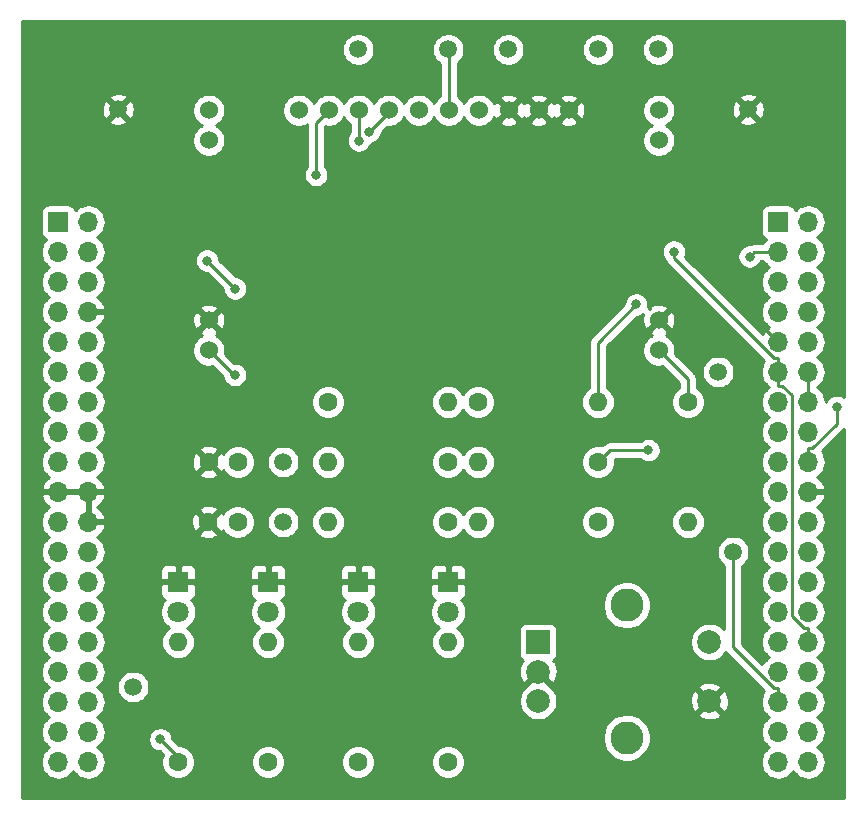
<source format=gbl>
G04 #@! TF.GenerationSoftware,KiCad,Pcbnew,5.1.0-060a0da~80~ubuntu16.04.1*
G04 #@! TF.CreationDate,2019-03-30T07:06:19+09:00*
G04 #@! TF.ProjectId,Akashi-01,416b6173-6869-42d3-9031-2e6b69636164,rev?*
G04 #@! TF.SameCoordinates,Original*
G04 #@! TF.FileFunction,Copper,L2,Bot*
G04 #@! TF.FilePolarity,Positive*
%FSLAX46Y46*%
G04 Gerber Fmt 4.6, Leading zero omitted, Abs format (unit mm)*
G04 Created by KiCad (PCBNEW 5.1.0-060a0da~80~ubuntu16.04.1) date 2019-03-30 07:06:19*
%MOMM*%
%LPD*%
G04 APERTURE LIST*
%ADD10O,1.700000X1.700000*%
%ADD11R,1.700000X1.700000*%
%ADD12R,1.800000X1.800000*%
%ADD13C,1.800000*%
%ADD14C,1.600000*%
%ADD15O,1.600000X1.600000*%
%ADD16C,2.000000*%
%ADD17C,2.800000*%
%ADD18R,2.000000X2.000000*%
%ADD19C,1.524000*%
%ADD20C,1.500000*%
%ADD21C,0.800000*%
%ADD22C,0.250000*%
%ADD23C,0.254000*%
G04 APERTURE END LIST*
D10*
X121920000Y-106680000D03*
X119380000Y-106680000D03*
X121920000Y-104140000D03*
X119380000Y-104140000D03*
X121920000Y-101600000D03*
X119380000Y-101600000D03*
X121920000Y-99060000D03*
X119380000Y-99060000D03*
X121920000Y-96520000D03*
X119380000Y-96520000D03*
X121920000Y-93980000D03*
X119380000Y-93980000D03*
X121920000Y-91440000D03*
X119380000Y-91440000D03*
X121920000Y-88900000D03*
X119380000Y-88900000D03*
X121920000Y-86360000D03*
X119380000Y-86360000D03*
X121920000Y-83820000D03*
X119380000Y-83820000D03*
X121920000Y-81280000D03*
X119380000Y-81280000D03*
X121920000Y-78740000D03*
X119380000Y-78740000D03*
X121920000Y-76200000D03*
X119380000Y-76200000D03*
X121920000Y-73660000D03*
X119380000Y-73660000D03*
X121920000Y-71120000D03*
X119380000Y-71120000D03*
X121920000Y-68580000D03*
X119380000Y-68580000D03*
X121920000Y-66040000D03*
X119380000Y-66040000D03*
X121920000Y-63500000D03*
X119380000Y-63500000D03*
X121920000Y-60960000D03*
D11*
X119380000Y-60960000D03*
X180340000Y-60960000D03*
D10*
X182880000Y-60960000D03*
X180340000Y-63500000D03*
X182880000Y-63500000D03*
X180340000Y-66040000D03*
X182880000Y-66040000D03*
X180340000Y-68580000D03*
X182880000Y-68580000D03*
X180340000Y-71120000D03*
X182880000Y-71120000D03*
X180340000Y-73660000D03*
X182880000Y-73660000D03*
X180340000Y-76200000D03*
X182880000Y-76200000D03*
X180340000Y-78740000D03*
X182880000Y-78740000D03*
X180340000Y-81280000D03*
X182880000Y-81280000D03*
X180340000Y-83820000D03*
X182880000Y-83820000D03*
X180340000Y-86360000D03*
X182880000Y-86360000D03*
X180340000Y-88900000D03*
X182880000Y-88900000D03*
X180340000Y-91440000D03*
X182880000Y-91440000D03*
X180340000Y-93980000D03*
X182880000Y-93980000D03*
X180340000Y-96520000D03*
X182880000Y-96520000D03*
X180340000Y-99060000D03*
X182880000Y-99060000D03*
X180340000Y-101600000D03*
X182880000Y-101600000D03*
X180340000Y-104140000D03*
X182880000Y-104140000D03*
X180340000Y-106680000D03*
X182880000Y-106680000D03*
D12*
X152400000Y-91440000D03*
D13*
X152400000Y-93980000D03*
X144780000Y-93980000D03*
D12*
X144780000Y-91440000D03*
X137160000Y-91440000D03*
D13*
X137160000Y-93980000D03*
X129540000Y-93980000D03*
D12*
X129540000Y-91440000D03*
D14*
X152400000Y-106680000D03*
D15*
X152400000Y-96520000D03*
X144780000Y-96520000D03*
D14*
X144780000Y-106680000D03*
X137160000Y-106680000D03*
D15*
X137160000Y-96520000D03*
X129540000Y-96520000D03*
D14*
X129540000Y-106680000D03*
D15*
X165100000Y-76200000D03*
D14*
X154940000Y-76200000D03*
D15*
X142240000Y-86360000D03*
D14*
X152400000Y-86360000D03*
X152400000Y-81280000D03*
D15*
X142240000Y-81280000D03*
D14*
X165100000Y-86360000D03*
D15*
X154940000Y-86360000D03*
D14*
X142240000Y-76200000D03*
D15*
X152400000Y-76200000D03*
X154940000Y-81280000D03*
D14*
X165100000Y-81280000D03*
X172720000Y-76200000D03*
D15*
X172720000Y-86360000D03*
D16*
X174520000Y-101520000D03*
X174520000Y-96520000D03*
D17*
X167520000Y-104620000D03*
X167520000Y-93420000D03*
D16*
X160020000Y-101520000D03*
X160020000Y-99020000D03*
D18*
X160020000Y-96520000D03*
D14*
X132080000Y-86360000D03*
X134580000Y-86360000D03*
X134620000Y-81280000D03*
X132120000Y-81280000D03*
D19*
X132140000Y-51495000D03*
X132140000Y-54035000D03*
X132140000Y-69275000D03*
X132140000Y-71815000D03*
X170240000Y-71815000D03*
X170240000Y-69275000D03*
X170240000Y-54035000D03*
X170240000Y-51495000D03*
X144840000Y-51495000D03*
X147380000Y-51495000D03*
X149920000Y-51495000D03*
X152460000Y-51495000D03*
X155000000Y-51495000D03*
X157540000Y-51495000D03*
X160080000Y-51495000D03*
X162620000Y-51495000D03*
X142300000Y-51495000D03*
X139760000Y-51495000D03*
D20*
X125730000Y-100330000D03*
X138430000Y-86360000D03*
X138430000Y-81280000D03*
X170180000Y-46355000D03*
X176530000Y-88900000D03*
X165100000Y-46355000D03*
X157480000Y-46355000D03*
X175260000Y-73660000D03*
X152400000Y-46355000D03*
X144780000Y-46355000D03*
X124460000Y-51435000D03*
X177800000Y-51435000D03*
D21*
X128026800Y-104756600D03*
X169363200Y-80278800D03*
X134344700Y-73912400D03*
X131985700Y-64222100D03*
X134358700Y-66595100D03*
X185313800Y-76604100D03*
X177923700Y-63883200D03*
X168329400Y-67944300D03*
X171515500Y-63471900D03*
X144840000Y-54063300D03*
X141225000Y-56978800D03*
X145738400Y-53311200D03*
D22*
X129540000Y-106680000D02*
X129540000Y-106269800D01*
X129540000Y-106269800D02*
X128026800Y-104756600D01*
X180340000Y-71120000D02*
X179490001Y-70270001D01*
X179490001Y-70270001D02*
X177165000Y-67945000D01*
X170240000Y-71815000D02*
X172720000Y-74295000D01*
X172720000Y-74295000D02*
X172720000Y-76200000D01*
X169363200Y-80278800D02*
X166101200Y-80278800D01*
X166101200Y-80278800D02*
X165100000Y-81280000D01*
X134344700Y-73912400D02*
X134237400Y-73912400D01*
X134237400Y-73912400D02*
X132140000Y-71815000D01*
X134358700Y-66595100D02*
X131985700Y-64222100D01*
X182880000Y-81280000D02*
X182880000Y-80104700D01*
X185313800Y-76604100D02*
X185313800Y-78038200D01*
X185313800Y-78038200D02*
X183247300Y-80104700D01*
X183247300Y-80104700D02*
X182880000Y-80104700D01*
X165100000Y-76200000D02*
X165100000Y-71173700D01*
X165100000Y-71173700D02*
X168329400Y-67944300D01*
X177923700Y-63883200D02*
X178306900Y-63500000D01*
X178306900Y-63500000D02*
X180340000Y-63500000D01*
X180340000Y-73660000D02*
X180340000Y-72484700D01*
X171515500Y-63471900D02*
X171515500Y-64027500D01*
X171515500Y-64027500D02*
X179972700Y-72484700D01*
X179972700Y-72484700D02*
X180340000Y-72484700D01*
X180340000Y-73660000D02*
X180340000Y-74835300D01*
X182880000Y-96520000D02*
X182880000Y-95344700D01*
X182880000Y-95344700D02*
X182512600Y-95344700D01*
X182512600Y-95344700D02*
X181515300Y-94347400D01*
X181515300Y-94347400D02*
X181515300Y-75643200D01*
X181515300Y-75643200D02*
X180707400Y-74835300D01*
X180707400Y-74835300D02*
X180340000Y-74835300D01*
X182880000Y-76200000D02*
X182880000Y-73660000D01*
X152400000Y-46355000D02*
X152460000Y-46415000D01*
X152460000Y-46415000D02*
X152460000Y-51495000D01*
X144840000Y-51495000D02*
X144840000Y-54063300D01*
X180340000Y-101600000D02*
X180340000Y-100424700D01*
X180340000Y-100424700D02*
X179972700Y-100424700D01*
X179972700Y-100424700D02*
X176530000Y-96982000D01*
X176530000Y-96982000D02*
X176530000Y-88900000D01*
X142300000Y-51495000D02*
X141225000Y-52570000D01*
X141225000Y-52570000D02*
X141225000Y-56978800D01*
X147380000Y-51495000D02*
X147380000Y-51669600D01*
X147380000Y-51669600D02*
X145738400Y-53311200D01*
D23*
G36*
X185928000Y-75769712D02*
G01*
X185804056Y-75686895D01*
X185615698Y-75608874D01*
X185415739Y-75569100D01*
X185211861Y-75569100D01*
X185011902Y-75608874D01*
X184823544Y-75686895D01*
X184654026Y-75800163D01*
X184509863Y-75944326D01*
X184396595Y-76113844D01*
X184370019Y-76178005D01*
X184343513Y-75908889D01*
X184258599Y-75628966D01*
X184120706Y-75370986D01*
X183935134Y-75144866D01*
X183709014Y-74959294D01*
X183654209Y-74930000D01*
X183709014Y-74900706D01*
X183935134Y-74715134D01*
X184120706Y-74489014D01*
X184258599Y-74231034D01*
X184343513Y-73951111D01*
X184372185Y-73660000D01*
X184343513Y-73368889D01*
X184258599Y-73088966D01*
X184120706Y-72830986D01*
X183935134Y-72604866D01*
X183709014Y-72419294D01*
X183654209Y-72390000D01*
X183709014Y-72360706D01*
X183935134Y-72175134D01*
X184120706Y-71949014D01*
X184258599Y-71691034D01*
X184343513Y-71411111D01*
X184372185Y-71120000D01*
X184343513Y-70828889D01*
X184258599Y-70548966D01*
X184120706Y-70290986D01*
X183935134Y-70064866D01*
X183709014Y-69879294D01*
X183654209Y-69850000D01*
X183709014Y-69820706D01*
X183935134Y-69635134D01*
X184120706Y-69409014D01*
X184258599Y-69151034D01*
X184343513Y-68871111D01*
X184372185Y-68580000D01*
X184343513Y-68288889D01*
X184258599Y-68008966D01*
X184120706Y-67750986D01*
X183935134Y-67524866D01*
X183709014Y-67339294D01*
X183654209Y-67310000D01*
X183709014Y-67280706D01*
X183935134Y-67095134D01*
X184120706Y-66869014D01*
X184258599Y-66611034D01*
X184343513Y-66331111D01*
X184372185Y-66040000D01*
X184343513Y-65748889D01*
X184258599Y-65468966D01*
X184120706Y-65210986D01*
X183935134Y-64984866D01*
X183709014Y-64799294D01*
X183654209Y-64770000D01*
X183709014Y-64740706D01*
X183935134Y-64555134D01*
X184120706Y-64329014D01*
X184258599Y-64071034D01*
X184343513Y-63791111D01*
X184372185Y-63500000D01*
X184343513Y-63208889D01*
X184258599Y-62928966D01*
X184120706Y-62670986D01*
X183935134Y-62444866D01*
X183709014Y-62259294D01*
X183654209Y-62230000D01*
X183709014Y-62200706D01*
X183935134Y-62015134D01*
X184120706Y-61789014D01*
X184258599Y-61531034D01*
X184343513Y-61251111D01*
X184372185Y-60960000D01*
X184343513Y-60668889D01*
X184258599Y-60388966D01*
X184120706Y-60130986D01*
X183935134Y-59904866D01*
X183709014Y-59719294D01*
X183451034Y-59581401D01*
X183171111Y-59496487D01*
X182952950Y-59475000D01*
X182807050Y-59475000D01*
X182588889Y-59496487D01*
X182308966Y-59581401D01*
X182050986Y-59719294D01*
X181824866Y-59904866D01*
X181800393Y-59934687D01*
X181779502Y-59865820D01*
X181720537Y-59755506D01*
X181641185Y-59658815D01*
X181544494Y-59579463D01*
X181434180Y-59520498D01*
X181314482Y-59484188D01*
X181190000Y-59471928D01*
X179490000Y-59471928D01*
X179365518Y-59484188D01*
X179245820Y-59520498D01*
X179135506Y-59579463D01*
X179038815Y-59658815D01*
X178959463Y-59755506D01*
X178900498Y-59865820D01*
X178864188Y-59985518D01*
X178851928Y-60110000D01*
X178851928Y-61810000D01*
X178864188Y-61934482D01*
X178900498Y-62054180D01*
X178959463Y-62164494D01*
X179038815Y-62261185D01*
X179135506Y-62340537D01*
X179245820Y-62399502D01*
X179314687Y-62420393D01*
X179284866Y-62444866D01*
X179099294Y-62670986D01*
X179062405Y-62740000D01*
X178344225Y-62740000D01*
X178306900Y-62736324D01*
X178269575Y-62740000D01*
X178269567Y-62740000D01*
X178157914Y-62750997D01*
X178014653Y-62794454D01*
X177914103Y-62848200D01*
X177821761Y-62848200D01*
X177621802Y-62887974D01*
X177433444Y-62965995D01*
X177263926Y-63079263D01*
X177119763Y-63223426D01*
X177006495Y-63392944D01*
X176928474Y-63581302D01*
X176888700Y-63781261D01*
X176888700Y-63985139D01*
X176928474Y-64185098D01*
X177006495Y-64373456D01*
X177119763Y-64542974D01*
X177263926Y-64687137D01*
X177433444Y-64800405D01*
X177621802Y-64878426D01*
X177821761Y-64918200D01*
X178025639Y-64918200D01*
X178225598Y-64878426D01*
X178413956Y-64800405D01*
X178583474Y-64687137D01*
X178727637Y-64542974D01*
X178840905Y-64373456D01*
X178887900Y-64260000D01*
X179062405Y-64260000D01*
X179099294Y-64329014D01*
X179284866Y-64555134D01*
X179510986Y-64740706D01*
X179565791Y-64770000D01*
X179510986Y-64799294D01*
X179284866Y-64984866D01*
X179099294Y-65210986D01*
X178961401Y-65468966D01*
X178876487Y-65748889D01*
X178847815Y-66040000D01*
X178876487Y-66331111D01*
X178961401Y-66611034D01*
X179099294Y-66869014D01*
X179284866Y-67095134D01*
X179510986Y-67280706D01*
X179565791Y-67310000D01*
X179510986Y-67339294D01*
X179284866Y-67524866D01*
X179099294Y-67750986D01*
X178961401Y-68008966D01*
X178876487Y-68288889D01*
X178847815Y-68580000D01*
X178876487Y-68871111D01*
X178961401Y-69151034D01*
X179099294Y-69409014D01*
X179284866Y-69635134D01*
X179510986Y-69820706D01*
X179575523Y-69855201D01*
X179458645Y-69924822D01*
X179242412Y-70119731D01*
X179068359Y-70353080D01*
X179019165Y-70456363D01*
X172459725Y-63896924D01*
X172510726Y-63773798D01*
X172550500Y-63573839D01*
X172550500Y-63369961D01*
X172510726Y-63170002D01*
X172432705Y-62981644D01*
X172319437Y-62812126D01*
X172175274Y-62667963D01*
X172005756Y-62554695D01*
X171817398Y-62476674D01*
X171617439Y-62436900D01*
X171413561Y-62436900D01*
X171213602Y-62476674D01*
X171025244Y-62554695D01*
X170855726Y-62667963D01*
X170711563Y-62812126D01*
X170598295Y-62981644D01*
X170520274Y-63170002D01*
X170480500Y-63369961D01*
X170480500Y-63573839D01*
X170520274Y-63773798D01*
X170598295Y-63962156D01*
X170711563Y-64131674D01*
X170770904Y-64191015D01*
X170809954Y-64319747D01*
X170834537Y-64365736D01*
X170880526Y-64451776D01*
X170935018Y-64518174D01*
X170975500Y-64567501D01*
X171004498Y-64591299D01*
X179164604Y-72751406D01*
X179099294Y-72830986D01*
X178961401Y-73088966D01*
X178876487Y-73368889D01*
X178847815Y-73660000D01*
X178876487Y-73951111D01*
X178961401Y-74231034D01*
X179099294Y-74489014D01*
X179284866Y-74715134D01*
X179510986Y-74900706D01*
X179565791Y-74930000D01*
X179510986Y-74959294D01*
X179284866Y-75144866D01*
X179099294Y-75370986D01*
X178961401Y-75628966D01*
X178876487Y-75908889D01*
X178847815Y-76200000D01*
X178876487Y-76491111D01*
X178961401Y-76771034D01*
X179099294Y-77029014D01*
X179284866Y-77255134D01*
X179510986Y-77440706D01*
X179565791Y-77470000D01*
X179510986Y-77499294D01*
X179284866Y-77684866D01*
X179099294Y-77910986D01*
X178961401Y-78168966D01*
X178876487Y-78448889D01*
X178847815Y-78740000D01*
X178876487Y-79031111D01*
X178961401Y-79311034D01*
X179099294Y-79569014D01*
X179284866Y-79795134D01*
X179510986Y-79980706D01*
X179565791Y-80010000D01*
X179510986Y-80039294D01*
X179284866Y-80224866D01*
X179099294Y-80450986D01*
X178961401Y-80708966D01*
X178876487Y-80988889D01*
X178847815Y-81280000D01*
X178876487Y-81571111D01*
X178961401Y-81851034D01*
X179099294Y-82109014D01*
X179284866Y-82335134D01*
X179510986Y-82520706D01*
X179565791Y-82550000D01*
X179510986Y-82579294D01*
X179284866Y-82764866D01*
X179099294Y-82990986D01*
X178961401Y-83248966D01*
X178876487Y-83528889D01*
X178847815Y-83820000D01*
X178876487Y-84111111D01*
X178961401Y-84391034D01*
X179099294Y-84649014D01*
X179284866Y-84875134D01*
X179510986Y-85060706D01*
X179565791Y-85090000D01*
X179510986Y-85119294D01*
X179284866Y-85304866D01*
X179099294Y-85530986D01*
X178961401Y-85788966D01*
X178876487Y-86068889D01*
X178847815Y-86360000D01*
X178876487Y-86651111D01*
X178961401Y-86931034D01*
X179099294Y-87189014D01*
X179284866Y-87415134D01*
X179510986Y-87600706D01*
X179565791Y-87630000D01*
X179510986Y-87659294D01*
X179284866Y-87844866D01*
X179099294Y-88070986D01*
X178961401Y-88328966D01*
X178876487Y-88608889D01*
X178847815Y-88900000D01*
X178876487Y-89191111D01*
X178961401Y-89471034D01*
X179099294Y-89729014D01*
X179284866Y-89955134D01*
X179510986Y-90140706D01*
X179565791Y-90170000D01*
X179510986Y-90199294D01*
X179284866Y-90384866D01*
X179099294Y-90610986D01*
X178961401Y-90868966D01*
X178876487Y-91148889D01*
X178847815Y-91440000D01*
X178876487Y-91731111D01*
X178961401Y-92011034D01*
X179099294Y-92269014D01*
X179284866Y-92495134D01*
X179510986Y-92680706D01*
X179565791Y-92710000D01*
X179510986Y-92739294D01*
X179284866Y-92924866D01*
X179099294Y-93150986D01*
X178961401Y-93408966D01*
X178876487Y-93688889D01*
X178847815Y-93980000D01*
X178876487Y-94271111D01*
X178961401Y-94551034D01*
X179099294Y-94809014D01*
X179284866Y-95035134D01*
X179510986Y-95220706D01*
X179565791Y-95250000D01*
X179510986Y-95279294D01*
X179284866Y-95464866D01*
X179099294Y-95690986D01*
X178961401Y-95948966D01*
X178876487Y-96228889D01*
X178847815Y-96520000D01*
X178876487Y-96811111D01*
X178961401Y-97091034D01*
X179099294Y-97349014D01*
X179284866Y-97575134D01*
X179510986Y-97760706D01*
X179565791Y-97790000D01*
X179510986Y-97819294D01*
X179284866Y-98004866D01*
X179099294Y-98230986D01*
X179013778Y-98390976D01*
X177290000Y-96667199D01*
X177290000Y-90057909D01*
X177412886Y-89975799D01*
X177605799Y-89782886D01*
X177757371Y-89556043D01*
X177861775Y-89303989D01*
X177915000Y-89036411D01*
X177915000Y-88763589D01*
X177861775Y-88496011D01*
X177757371Y-88243957D01*
X177605799Y-88017114D01*
X177412886Y-87824201D01*
X177186043Y-87672629D01*
X176933989Y-87568225D01*
X176666411Y-87515000D01*
X176393589Y-87515000D01*
X176126011Y-87568225D01*
X175873957Y-87672629D01*
X175647114Y-87824201D01*
X175454201Y-88017114D01*
X175302629Y-88243957D01*
X175198225Y-88496011D01*
X175145000Y-88763589D01*
X175145000Y-89036411D01*
X175198225Y-89303989D01*
X175302629Y-89556043D01*
X175454201Y-89782886D01*
X175647114Y-89975799D01*
X175770001Y-90057910D01*
X175770000Y-95457761D01*
X175562252Y-95250013D01*
X175294463Y-95071082D01*
X174996912Y-94947832D01*
X174681033Y-94885000D01*
X174358967Y-94885000D01*
X174043088Y-94947832D01*
X173745537Y-95071082D01*
X173477748Y-95250013D01*
X173250013Y-95477748D01*
X173071082Y-95745537D01*
X172947832Y-96043088D01*
X172885000Y-96358967D01*
X172885000Y-96681033D01*
X172947832Y-96996912D01*
X173071082Y-97294463D01*
X173250013Y-97562252D01*
X173477748Y-97789987D01*
X173745537Y-97968918D01*
X174043088Y-98092168D01*
X174358967Y-98155000D01*
X174681033Y-98155000D01*
X174996912Y-98092168D01*
X175294463Y-97968918D01*
X175562252Y-97789987D01*
X175789987Y-97562252D01*
X175894662Y-97405595D01*
X175895026Y-97406276D01*
X175907963Y-97422039D01*
X175989999Y-97522001D01*
X176019003Y-97545804D01*
X179164604Y-100691406D01*
X179099294Y-100770986D01*
X178961401Y-101028966D01*
X178876487Y-101308889D01*
X178847815Y-101600000D01*
X178876487Y-101891111D01*
X178961401Y-102171034D01*
X179099294Y-102429014D01*
X179284866Y-102655134D01*
X179510986Y-102840706D01*
X179565791Y-102870000D01*
X179510986Y-102899294D01*
X179284866Y-103084866D01*
X179099294Y-103310986D01*
X178961401Y-103568966D01*
X178876487Y-103848889D01*
X178847815Y-104140000D01*
X178876487Y-104431111D01*
X178961401Y-104711034D01*
X179099294Y-104969014D01*
X179284866Y-105195134D01*
X179510986Y-105380706D01*
X179565791Y-105410000D01*
X179510986Y-105439294D01*
X179284866Y-105624866D01*
X179099294Y-105850986D01*
X178961401Y-106108966D01*
X178876487Y-106388889D01*
X178847815Y-106680000D01*
X178876487Y-106971111D01*
X178961401Y-107251034D01*
X179099294Y-107509014D01*
X179284866Y-107735134D01*
X179510986Y-107920706D01*
X179768966Y-108058599D01*
X180048889Y-108143513D01*
X180267050Y-108165000D01*
X180412950Y-108165000D01*
X180631111Y-108143513D01*
X180911034Y-108058599D01*
X181169014Y-107920706D01*
X181395134Y-107735134D01*
X181580706Y-107509014D01*
X181610000Y-107454209D01*
X181639294Y-107509014D01*
X181824866Y-107735134D01*
X182050986Y-107920706D01*
X182308966Y-108058599D01*
X182588889Y-108143513D01*
X182807050Y-108165000D01*
X182952950Y-108165000D01*
X183171111Y-108143513D01*
X183451034Y-108058599D01*
X183709014Y-107920706D01*
X183935134Y-107735134D01*
X184120706Y-107509014D01*
X184258599Y-107251034D01*
X184343513Y-106971111D01*
X184372185Y-106680000D01*
X184343513Y-106388889D01*
X184258599Y-106108966D01*
X184120706Y-105850986D01*
X183935134Y-105624866D01*
X183709014Y-105439294D01*
X183654209Y-105410000D01*
X183709014Y-105380706D01*
X183935134Y-105195134D01*
X184120706Y-104969014D01*
X184258599Y-104711034D01*
X184343513Y-104431111D01*
X184372185Y-104140000D01*
X184343513Y-103848889D01*
X184258599Y-103568966D01*
X184120706Y-103310986D01*
X183935134Y-103084866D01*
X183709014Y-102899294D01*
X183654209Y-102870000D01*
X183709014Y-102840706D01*
X183935134Y-102655134D01*
X184120706Y-102429014D01*
X184258599Y-102171034D01*
X184343513Y-101891111D01*
X184372185Y-101600000D01*
X184343513Y-101308889D01*
X184258599Y-101028966D01*
X184120706Y-100770986D01*
X183935134Y-100544866D01*
X183709014Y-100359294D01*
X183654209Y-100330000D01*
X183709014Y-100300706D01*
X183935134Y-100115134D01*
X184120706Y-99889014D01*
X184258599Y-99631034D01*
X184343513Y-99351111D01*
X184372185Y-99060000D01*
X184343513Y-98768889D01*
X184258599Y-98488966D01*
X184120706Y-98230986D01*
X183935134Y-98004866D01*
X183709014Y-97819294D01*
X183654209Y-97790000D01*
X183709014Y-97760706D01*
X183935134Y-97575134D01*
X184120706Y-97349014D01*
X184258599Y-97091034D01*
X184343513Y-96811111D01*
X184372185Y-96520000D01*
X184343513Y-96228889D01*
X184258599Y-95948966D01*
X184120706Y-95690986D01*
X183935134Y-95464866D01*
X183709014Y-95279294D01*
X183654209Y-95250000D01*
X183709014Y-95220706D01*
X183935134Y-95035134D01*
X184120706Y-94809014D01*
X184258599Y-94551034D01*
X184343513Y-94271111D01*
X184372185Y-93980000D01*
X184343513Y-93688889D01*
X184258599Y-93408966D01*
X184120706Y-93150986D01*
X183935134Y-92924866D01*
X183709014Y-92739294D01*
X183654209Y-92710000D01*
X183709014Y-92680706D01*
X183935134Y-92495134D01*
X184120706Y-92269014D01*
X184258599Y-92011034D01*
X184343513Y-91731111D01*
X184372185Y-91440000D01*
X184343513Y-91148889D01*
X184258599Y-90868966D01*
X184120706Y-90610986D01*
X183935134Y-90384866D01*
X183709014Y-90199294D01*
X183654209Y-90170000D01*
X183709014Y-90140706D01*
X183935134Y-89955134D01*
X184120706Y-89729014D01*
X184258599Y-89471034D01*
X184343513Y-89191111D01*
X184372185Y-88900000D01*
X184343513Y-88608889D01*
X184258599Y-88328966D01*
X184120706Y-88070986D01*
X183935134Y-87844866D01*
X183709014Y-87659294D01*
X183654209Y-87630000D01*
X183709014Y-87600706D01*
X183935134Y-87415134D01*
X184120706Y-87189014D01*
X184258599Y-86931034D01*
X184343513Y-86651111D01*
X184372185Y-86360000D01*
X184343513Y-86068889D01*
X184258599Y-85788966D01*
X184120706Y-85530986D01*
X183935134Y-85304866D01*
X183709014Y-85119294D01*
X183644477Y-85084799D01*
X183761355Y-85015178D01*
X183977588Y-84820269D01*
X184151641Y-84586920D01*
X184276825Y-84324099D01*
X184321476Y-84176890D01*
X184200155Y-83947000D01*
X183007000Y-83947000D01*
X183007000Y-83967000D01*
X182753000Y-83967000D01*
X182753000Y-83947000D01*
X182733000Y-83947000D01*
X182733000Y-83693000D01*
X182753000Y-83693000D01*
X182753000Y-83673000D01*
X183007000Y-83673000D01*
X183007000Y-83693000D01*
X184200155Y-83693000D01*
X184321476Y-83463110D01*
X184276825Y-83315901D01*
X184151641Y-83053080D01*
X183977588Y-82819731D01*
X183761355Y-82624822D01*
X183644477Y-82555201D01*
X183709014Y-82520706D01*
X183935134Y-82335134D01*
X184120706Y-82109014D01*
X184258599Y-81851034D01*
X184343513Y-81571111D01*
X184372185Y-81280000D01*
X184343513Y-80988889D01*
X184258599Y-80708966D01*
X184120706Y-80450986D01*
X184055396Y-80371405D01*
X185824803Y-78601999D01*
X185853801Y-78578201D01*
X185928000Y-78487789D01*
X185928000Y-109728000D01*
X116332000Y-109728000D01*
X116332000Y-86360000D01*
X117887815Y-86360000D01*
X117916487Y-86651111D01*
X118001401Y-86931034D01*
X118139294Y-87189014D01*
X118324866Y-87415134D01*
X118550986Y-87600706D01*
X118605791Y-87630000D01*
X118550986Y-87659294D01*
X118324866Y-87844866D01*
X118139294Y-88070986D01*
X118001401Y-88328966D01*
X117916487Y-88608889D01*
X117887815Y-88900000D01*
X117916487Y-89191111D01*
X118001401Y-89471034D01*
X118139294Y-89729014D01*
X118324866Y-89955134D01*
X118550986Y-90140706D01*
X118605791Y-90170000D01*
X118550986Y-90199294D01*
X118324866Y-90384866D01*
X118139294Y-90610986D01*
X118001401Y-90868966D01*
X117916487Y-91148889D01*
X117887815Y-91440000D01*
X117916487Y-91731111D01*
X118001401Y-92011034D01*
X118139294Y-92269014D01*
X118324866Y-92495134D01*
X118550986Y-92680706D01*
X118605791Y-92710000D01*
X118550986Y-92739294D01*
X118324866Y-92924866D01*
X118139294Y-93150986D01*
X118001401Y-93408966D01*
X117916487Y-93688889D01*
X117887815Y-93980000D01*
X117916487Y-94271111D01*
X118001401Y-94551034D01*
X118139294Y-94809014D01*
X118324866Y-95035134D01*
X118550986Y-95220706D01*
X118605791Y-95250000D01*
X118550986Y-95279294D01*
X118324866Y-95464866D01*
X118139294Y-95690986D01*
X118001401Y-95948966D01*
X117916487Y-96228889D01*
X117887815Y-96520000D01*
X117916487Y-96811111D01*
X118001401Y-97091034D01*
X118139294Y-97349014D01*
X118324866Y-97575134D01*
X118550986Y-97760706D01*
X118605791Y-97790000D01*
X118550986Y-97819294D01*
X118324866Y-98004866D01*
X118139294Y-98230986D01*
X118001401Y-98488966D01*
X117916487Y-98768889D01*
X117887815Y-99060000D01*
X117916487Y-99351111D01*
X118001401Y-99631034D01*
X118139294Y-99889014D01*
X118324866Y-100115134D01*
X118550986Y-100300706D01*
X118605791Y-100330000D01*
X118550986Y-100359294D01*
X118324866Y-100544866D01*
X118139294Y-100770986D01*
X118001401Y-101028966D01*
X117916487Y-101308889D01*
X117887815Y-101600000D01*
X117916487Y-101891111D01*
X118001401Y-102171034D01*
X118139294Y-102429014D01*
X118324866Y-102655134D01*
X118550986Y-102840706D01*
X118605791Y-102870000D01*
X118550986Y-102899294D01*
X118324866Y-103084866D01*
X118139294Y-103310986D01*
X118001401Y-103568966D01*
X117916487Y-103848889D01*
X117887815Y-104140000D01*
X117916487Y-104431111D01*
X118001401Y-104711034D01*
X118139294Y-104969014D01*
X118324866Y-105195134D01*
X118550986Y-105380706D01*
X118605791Y-105410000D01*
X118550986Y-105439294D01*
X118324866Y-105624866D01*
X118139294Y-105850986D01*
X118001401Y-106108966D01*
X117916487Y-106388889D01*
X117887815Y-106680000D01*
X117916487Y-106971111D01*
X118001401Y-107251034D01*
X118139294Y-107509014D01*
X118324866Y-107735134D01*
X118550986Y-107920706D01*
X118808966Y-108058599D01*
X119088889Y-108143513D01*
X119307050Y-108165000D01*
X119452950Y-108165000D01*
X119671111Y-108143513D01*
X119951034Y-108058599D01*
X120209014Y-107920706D01*
X120435134Y-107735134D01*
X120620706Y-107509014D01*
X120650000Y-107454209D01*
X120679294Y-107509014D01*
X120864866Y-107735134D01*
X121090986Y-107920706D01*
X121348966Y-108058599D01*
X121628889Y-108143513D01*
X121847050Y-108165000D01*
X121992950Y-108165000D01*
X122211111Y-108143513D01*
X122491034Y-108058599D01*
X122749014Y-107920706D01*
X122975134Y-107735134D01*
X123160706Y-107509014D01*
X123298599Y-107251034D01*
X123383513Y-106971111D01*
X123412185Y-106680000D01*
X123383513Y-106388889D01*
X123298599Y-106108966D01*
X123160706Y-105850986D01*
X122975134Y-105624866D01*
X122749014Y-105439294D01*
X122694209Y-105410000D01*
X122749014Y-105380706D01*
X122975134Y-105195134D01*
X123160706Y-104969014D01*
X123298599Y-104711034D01*
X123315699Y-104654661D01*
X126991800Y-104654661D01*
X126991800Y-104858539D01*
X127031574Y-105058498D01*
X127109595Y-105246856D01*
X127222863Y-105416374D01*
X127367026Y-105560537D01*
X127536544Y-105673805D01*
X127724902Y-105751826D01*
X127924861Y-105791600D01*
X127986999Y-105791600D01*
X128247042Y-106051643D01*
X128160147Y-106261426D01*
X128105000Y-106538665D01*
X128105000Y-106821335D01*
X128160147Y-107098574D01*
X128268320Y-107359727D01*
X128425363Y-107594759D01*
X128625241Y-107794637D01*
X128860273Y-107951680D01*
X129121426Y-108059853D01*
X129398665Y-108115000D01*
X129681335Y-108115000D01*
X129958574Y-108059853D01*
X130219727Y-107951680D01*
X130454759Y-107794637D01*
X130654637Y-107594759D01*
X130811680Y-107359727D01*
X130919853Y-107098574D01*
X130975000Y-106821335D01*
X130975000Y-106538665D01*
X135725000Y-106538665D01*
X135725000Y-106821335D01*
X135780147Y-107098574D01*
X135888320Y-107359727D01*
X136045363Y-107594759D01*
X136245241Y-107794637D01*
X136480273Y-107951680D01*
X136741426Y-108059853D01*
X137018665Y-108115000D01*
X137301335Y-108115000D01*
X137578574Y-108059853D01*
X137839727Y-107951680D01*
X138074759Y-107794637D01*
X138274637Y-107594759D01*
X138431680Y-107359727D01*
X138539853Y-107098574D01*
X138595000Y-106821335D01*
X138595000Y-106538665D01*
X143345000Y-106538665D01*
X143345000Y-106821335D01*
X143400147Y-107098574D01*
X143508320Y-107359727D01*
X143665363Y-107594759D01*
X143865241Y-107794637D01*
X144100273Y-107951680D01*
X144361426Y-108059853D01*
X144638665Y-108115000D01*
X144921335Y-108115000D01*
X145198574Y-108059853D01*
X145459727Y-107951680D01*
X145694759Y-107794637D01*
X145894637Y-107594759D01*
X146051680Y-107359727D01*
X146159853Y-107098574D01*
X146215000Y-106821335D01*
X146215000Y-106538665D01*
X150965000Y-106538665D01*
X150965000Y-106821335D01*
X151020147Y-107098574D01*
X151128320Y-107359727D01*
X151285363Y-107594759D01*
X151485241Y-107794637D01*
X151720273Y-107951680D01*
X151981426Y-108059853D01*
X152258665Y-108115000D01*
X152541335Y-108115000D01*
X152818574Y-108059853D01*
X153079727Y-107951680D01*
X153314759Y-107794637D01*
X153514637Y-107594759D01*
X153671680Y-107359727D01*
X153779853Y-107098574D01*
X153835000Y-106821335D01*
X153835000Y-106538665D01*
X153779853Y-106261426D01*
X153671680Y-106000273D01*
X153514637Y-105765241D01*
X153314759Y-105565363D01*
X153079727Y-105408320D01*
X152818574Y-105300147D01*
X152541335Y-105245000D01*
X152258665Y-105245000D01*
X151981426Y-105300147D01*
X151720273Y-105408320D01*
X151485241Y-105565363D01*
X151285363Y-105765241D01*
X151128320Y-106000273D01*
X151020147Y-106261426D01*
X150965000Y-106538665D01*
X146215000Y-106538665D01*
X146159853Y-106261426D01*
X146051680Y-106000273D01*
X145894637Y-105765241D01*
X145694759Y-105565363D01*
X145459727Y-105408320D01*
X145198574Y-105300147D01*
X144921335Y-105245000D01*
X144638665Y-105245000D01*
X144361426Y-105300147D01*
X144100273Y-105408320D01*
X143865241Y-105565363D01*
X143665363Y-105765241D01*
X143508320Y-106000273D01*
X143400147Y-106261426D01*
X143345000Y-106538665D01*
X138595000Y-106538665D01*
X138539853Y-106261426D01*
X138431680Y-106000273D01*
X138274637Y-105765241D01*
X138074759Y-105565363D01*
X137839727Y-105408320D01*
X137578574Y-105300147D01*
X137301335Y-105245000D01*
X137018665Y-105245000D01*
X136741426Y-105300147D01*
X136480273Y-105408320D01*
X136245241Y-105565363D01*
X136045363Y-105765241D01*
X135888320Y-106000273D01*
X135780147Y-106261426D01*
X135725000Y-106538665D01*
X130975000Y-106538665D01*
X130919853Y-106261426D01*
X130811680Y-106000273D01*
X130654637Y-105765241D01*
X130454759Y-105565363D01*
X130219727Y-105408320D01*
X129958574Y-105300147D01*
X129681335Y-105245000D01*
X129590002Y-105245000D01*
X129061800Y-104716799D01*
X129061800Y-104654661D01*
X129022026Y-104454702D01*
X129007474Y-104419570D01*
X165485000Y-104419570D01*
X165485000Y-104820430D01*
X165563204Y-105213587D01*
X165716607Y-105583934D01*
X165939313Y-105917237D01*
X166222763Y-106200687D01*
X166556066Y-106423393D01*
X166926413Y-106576796D01*
X167319570Y-106655000D01*
X167720430Y-106655000D01*
X168113587Y-106576796D01*
X168483934Y-106423393D01*
X168817237Y-106200687D01*
X169100687Y-105917237D01*
X169323393Y-105583934D01*
X169476796Y-105213587D01*
X169555000Y-104820430D01*
X169555000Y-104419570D01*
X169476796Y-104026413D01*
X169323393Y-103656066D01*
X169100687Y-103322763D01*
X168817237Y-103039313D01*
X168483934Y-102816607D01*
X168113587Y-102663204D01*
X168074420Y-102655413D01*
X173564192Y-102655413D01*
X173659956Y-102919814D01*
X173949571Y-103060704D01*
X174261108Y-103142384D01*
X174582595Y-103161718D01*
X174901675Y-103117961D01*
X175206088Y-103012795D01*
X175380044Y-102919814D01*
X175475808Y-102655413D01*
X174520000Y-101699605D01*
X173564192Y-102655413D01*
X168074420Y-102655413D01*
X167720430Y-102585000D01*
X167319570Y-102585000D01*
X166926413Y-102663204D01*
X166556066Y-102816607D01*
X166222763Y-103039313D01*
X165939313Y-103322763D01*
X165716607Y-103656066D01*
X165563204Y-104026413D01*
X165485000Y-104419570D01*
X129007474Y-104419570D01*
X128944005Y-104266344D01*
X128830737Y-104096826D01*
X128686574Y-103952663D01*
X128517056Y-103839395D01*
X128328698Y-103761374D01*
X128128739Y-103721600D01*
X127924861Y-103721600D01*
X127724902Y-103761374D01*
X127536544Y-103839395D01*
X127367026Y-103952663D01*
X127222863Y-104096826D01*
X127109595Y-104266344D01*
X127031574Y-104454702D01*
X126991800Y-104654661D01*
X123315699Y-104654661D01*
X123383513Y-104431111D01*
X123412185Y-104140000D01*
X123383513Y-103848889D01*
X123298599Y-103568966D01*
X123160706Y-103310986D01*
X122975134Y-103084866D01*
X122749014Y-102899294D01*
X122694209Y-102870000D01*
X122749014Y-102840706D01*
X122975134Y-102655134D01*
X123160706Y-102429014D01*
X123298599Y-102171034D01*
X123383513Y-101891111D01*
X123412185Y-101600000D01*
X123383513Y-101308889D01*
X123298599Y-101028966D01*
X123160706Y-100770986D01*
X122975134Y-100544866D01*
X122749014Y-100359294D01*
X122694209Y-100330000D01*
X122749014Y-100300706D01*
X122879536Y-100193589D01*
X124345000Y-100193589D01*
X124345000Y-100466411D01*
X124398225Y-100733989D01*
X124502629Y-100986043D01*
X124654201Y-101212886D01*
X124847114Y-101405799D01*
X125073957Y-101557371D01*
X125326011Y-101661775D01*
X125593589Y-101715000D01*
X125866411Y-101715000D01*
X126133989Y-101661775D01*
X126386043Y-101557371D01*
X126612886Y-101405799D01*
X126659718Y-101358967D01*
X158385000Y-101358967D01*
X158385000Y-101681033D01*
X158447832Y-101996912D01*
X158571082Y-102294463D01*
X158750013Y-102562252D01*
X158977748Y-102789987D01*
X159245537Y-102968918D01*
X159543088Y-103092168D01*
X159858967Y-103155000D01*
X160181033Y-103155000D01*
X160496912Y-103092168D01*
X160794463Y-102968918D01*
X161062252Y-102789987D01*
X161289987Y-102562252D01*
X161468918Y-102294463D01*
X161592168Y-101996912D01*
X161655000Y-101681033D01*
X161655000Y-101582595D01*
X172878282Y-101582595D01*
X172922039Y-101901675D01*
X173027205Y-102206088D01*
X173120186Y-102380044D01*
X173384587Y-102475808D01*
X174340395Y-101520000D01*
X174699605Y-101520000D01*
X175655413Y-102475808D01*
X175919814Y-102380044D01*
X176060704Y-102090429D01*
X176142384Y-101778892D01*
X176161718Y-101457405D01*
X176117961Y-101138325D01*
X176012795Y-100833912D01*
X175919814Y-100659956D01*
X175655413Y-100564192D01*
X174699605Y-101520000D01*
X174340395Y-101520000D01*
X173384587Y-100564192D01*
X173120186Y-100659956D01*
X172979296Y-100949571D01*
X172897616Y-101261108D01*
X172878282Y-101582595D01*
X161655000Y-101582595D01*
X161655000Y-101358967D01*
X161592168Y-101043088D01*
X161468918Y-100745537D01*
X161289987Y-100477748D01*
X161196826Y-100384587D01*
X173564192Y-100384587D01*
X174520000Y-101340395D01*
X175475808Y-100384587D01*
X175380044Y-100120186D01*
X175090429Y-99979296D01*
X174778892Y-99897616D01*
X174457405Y-99878282D01*
X174138325Y-99922039D01*
X173833912Y-100027205D01*
X173659956Y-100120186D01*
X173564192Y-100384587D01*
X161196826Y-100384587D01*
X161062252Y-100250013D01*
X160965065Y-100185075D01*
X160975808Y-100155413D01*
X160020000Y-99199605D01*
X159064192Y-100155413D01*
X159074935Y-100185075D01*
X158977748Y-100250013D01*
X158750013Y-100477748D01*
X158571082Y-100745537D01*
X158447832Y-101043088D01*
X158385000Y-101358967D01*
X126659718Y-101358967D01*
X126805799Y-101212886D01*
X126957371Y-100986043D01*
X127061775Y-100733989D01*
X127115000Y-100466411D01*
X127115000Y-100193589D01*
X127061775Y-99926011D01*
X126957371Y-99673957D01*
X126805799Y-99447114D01*
X126612886Y-99254201D01*
X126386043Y-99102629D01*
X126337677Y-99082595D01*
X158378282Y-99082595D01*
X158422039Y-99401675D01*
X158527205Y-99706088D01*
X158620186Y-99880044D01*
X158884587Y-99975808D01*
X159840395Y-99020000D01*
X159826253Y-99005858D01*
X160005858Y-98826253D01*
X160020000Y-98840395D01*
X160034143Y-98826253D01*
X160213748Y-99005858D01*
X160199605Y-99020000D01*
X161155413Y-99975808D01*
X161419814Y-99880044D01*
X161560704Y-99590429D01*
X161642384Y-99278892D01*
X161661718Y-98957405D01*
X161617961Y-98638325D01*
X161512795Y-98333912D01*
X161419814Y-98159956D01*
X161270777Y-98105976D01*
X161374494Y-98050537D01*
X161471185Y-97971185D01*
X161550537Y-97874494D01*
X161609502Y-97764180D01*
X161645812Y-97644482D01*
X161658072Y-97520000D01*
X161658072Y-95520000D01*
X161645812Y-95395518D01*
X161609502Y-95275820D01*
X161550537Y-95165506D01*
X161471185Y-95068815D01*
X161374494Y-94989463D01*
X161264180Y-94930498D01*
X161144482Y-94894188D01*
X161020000Y-94881928D01*
X159020000Y-94881928D01*
X158895518Y-94894188D01*
X158775820Y-94930498D01*
X158665506Y-94989463D01*
X158568815Y-95068815D01*
X158489463Y-95165506D01*
X158430498Y-95275820D01*
X158394188Y-95395518D01*
X158381928Y-95520000D01*
X158381928Y-97520000D01*
X158394188Y-97644482D01*
X158430498Y-97764180D01*
X158489463Y-97874494D01*
X158568815Y-97971185D01*
X158665506Y-98050537D01*
X158769223Y-98105976D01*
X158620186Y-98159956D01*
X158479296Y-98449571D01*
X158397616Y-98761108D01*
X158378282Y-99082595D01*
X126337677Y-99082595D01*
X126133989Y-98998225D01*
X125866411Y-98945000D01*
X125593589Y-98945000D01*
X125326011Y-98998225D01*
X125073957Y-99102629D01*
X124847114Y-99254201D01*
X124654201Y-99447114D01*
X124502629Y-99673957D01*
X124398225Y-99926011D01*
X124345000Y-100193589D01*
X122879536Y-100193589D01*
X122975134Y-100115134D01*
X123160706Y-99889014D01*
X123298599Y-99631034D01*
X123383513Y-99351111D01*
X123412185Y-99060000D01*
X123383513Y-98768889D01*
X123298599Y-98488966D01*
X123160706Y-98230986D01*
X122975134Y-98004866D01*
X122749014Y-97819294D01*
X122694209Y-97790000D01*
X122749014Y-97760706D01*
X122975134Y-97575134D01*
X123160706Y-97349014D01*
X123298599Y-97091034D01*
X123383513Y-96811111D01*
X123412185Y-96520000D01*
X123383513Y-96228889D01*
X123298599Y-95948966D01*
X123160706Y-95690986D01*
X122975134Y-95464866D01*
X122749014Y-95279294D01*
X122694209Y-95250000D01*
X122749014Y-95220706D01*
X122975134Y-95035134D01*
X123160706Y-94809014D01*
X123298599Y-94551034D01*
X123383513Y-94271111D01*
X123412185Y-93980000D01*
X123383513Y-93688889D01*
X123298599Y-93408966D01*
X123160706Y-93150986D01*
X122975134Y-92924866D01*
X122749014Y-92739294D01*
X122694209Y-92710000D01*
X122749014Y-92680706D01*
X122975134Y-92495134D01*
X123102449Y-92340000D01*
X128001928Y-92340000D01*
X128014188Y-92464482D01*
X128050498Y-92584180D01*
X128109463Y-92694494D01*
X128188815Y-92791185D01*
X128285506Y-92870537D01*
X128395820Y-92929502D01*
X128414127Y-92935056D01*
X128347688Y-93001495D01*
X128179701Y-93252905D01*
X128063989Y-93532257D01*
X128005000Y-93828816D01*
X128005000Y-94131184D01*
X128063989Y-94427743D01*
X128179701Y-94707095D01*
X128347688Y-94958505D01*
X128561495Y-95172312D01*
X128764025Y-95307638D01*
X128738899Y-95321068D01*
X128520392Y-95500392D01*
X128341068Y-95718899D01*
X128207818Y-95968192D01*
X128125764Y-96238691D01*
X128098057Y-96520000D01*
X128125764Y-96801309D01*
X128207818Y-97071808D01*
X128341068Y-97321101D01*
X128520392Y-97539608D01*
X128738899Y-97718932D01*
X128988192Y-97852182D01*
X129258691Y-97934236D01*
X129469508Y-97955000D01*
X129610492Y-97955000D01*
X129821309Y-97934236D01*
X130091808Y-97852182D01*
X130341101Y-97718932D01*
X130559608Y-97539608D01*
X130738932Y-97321101D01*
X130872182Y-97071808D01*
X130954236Y-96801309D01*
X130981943Y-96520000D01*
X130954236Y-96238691D01*
X130872182Y-95968192D01*
X130738932Y-95718899D01*
X130559608Y-95500392D01*
X130341101Y-95321068D01*
X130315975Y-95307638D01*
X130518505Y-95172312D01*
X130732312Y-94958505D01*
X130900299Y-94707095D01*
X131016011Y-94427743D01*
X131075000Y-94131184D01*
X131075000Y-93828816D01*
X131016011Y-93532257D01*
X130900299Y-93252905D01*
X130732312Y-93001495D01*
X130665873Y-92935056D01*
X130684180Y-92929502D01*
X130794494Y-92870537D01*
X130891185Y-92791185D01*
X130970537Y-92694494D01*
X131029502Y-92584180D01*
X131065812Y-92464482D01*
X131078072Y-92340000D01*
X135621928Y-92340000D01*
X135634188Y-92464482D01*
X135670498Y-92584180D01*
X135729463Y-92694494D01*
X135808815Y-92791185D01*
X135905506Y-92870537D01*
X136015820Y-92929502D01*
X136034127Y-92935056D01*
X135967688Y-93001495D01*
X135799701Y-93252905D01*
X135683989Y-93532257D01*
X135625000Y-93828816D01*
X135625000Y-94131184D01*
X135683989Y-94427743D01*
X135799701Y-94707095D01*
X135967688Y-94958505D01*
X136181495Y-95172312D01*
X136384025Y-95307638D01*
X136358899Y-95321068D01*
X136140392Y-95500392D01*
X135961068Y-95718899D01*
X135827818Y-95968192D01*
X135745764Y-96238691D01*
X135718057Y-96520000D01*
X135745764Y-96801309D01*
X135827818Y-97071808D01*
X135961068Y-97321101D01*
X136140392Y-97539608D01*
X136358899Y-97718932D01*
X136608192Y-97852182D01*
X136878691Y-97934236D01*
X137089508Y-97955000D01*
X137230492Y-97955000D01*
X137441309Y-97934236D01*
X137711808Y-97852182D01*
X137961101Y-97718932D01*
X138179608Y-97539608D01*
X138358932Y-97321101D01*
X138492182Y-97071808D01*
X138574236Y-96801309D01*
X138601943Y-96520000D01*
X138574236Y-96238691D01*
X138492182Y-95968192D01*
X138358932Y-95718899D01*
X138179608Y-95500392D01*
X137961101Y-95321068D01*
X137935975Y-95307638D01*
X138138505Y-95172312D01*
X138352312Y-94958505D01*
X138520299Y-94707095D01*
X138636011Y-94427743D01*
X138695000Y-94131184D01*
X138695000Y-93828816D01*
X138636011Y-93532257D01*
X138520299Y-93252905D01*
X138352312Y-93001495D01*
X138285873Y-92935056D01*
X138304180Y-92929502D01*
X138414494Y-92870537D01*
X138511185Y-92791185D01*
X138590537Y-92694494D01*
X138649502Y-92584180D01*
X138685812Y-92464482D01*
X138698072Y-92340000D01*
X143241928Y-92340000D01*
X143254188Y-92464482D01*
X143290498Y-92584180D01*
X143349463Y-92694494D01*
X143428815Y-92791185D01*
X143525506Y-92870537D01*
X143635820Y-92929502D01*
X143654127Y-92935056D01*
X143587688Y-93001495D01*
X143419701Y-93252905D01*
X143303989Y-93532257D01*
X143245000Y-93828816D01*
X143245000Y-94131184D01*
X143303989Y-94427743D01*
X143419701Y-94707095D01*
X143587688Y-94958505D01*
X143801495Y-95172312D01*
X144004025Y-95307638D01*
X143978899Y-95321068D01*
X143760392Y-95500392D01*
X143581068Y-95718899D01*
X143447818Y-95968192D01*
X143365764Y-96238691D01*
X143338057Y-96520000D01*
X143365764Y-96801309D01*
X143447818Y-97071808D01*
X143581068Y-97321101D01*
X143760392Y-97539608D01*
X143978899Y-97718932D01*
X144228192Y-97852182D01*
X144498691Y-97934236D01*
X144709508Y-97955000D01*
X144850492Y-97955000D01*
X145061309Y-97934236D01*
X145331808Y-97852182D01*
X145581101Y-97718932D01*
X145799608Y-97539608D01*
X145978932Y-97321101D01*
X146112182Y-97071808D01*
X146194236Y-96801309D01*
X146221943Y-96520000D01*
X146194236Y-96238691D01*
X146112182Y-95968192D01*
X145978932Y-95718899D01*
X145799608Y-95500392D01*
X145581101Y-95321068D01*
X145555975Y-95307638D01*
X145758505Y-95172312D01*
X145972312Y-94958505D01*
X146140299Y-94707095D01*
X146256011Y-94427743D01*
X146315000Y-94131184D01*
X146315000Y-93828816D01*
X146256011Y-93532257D01*
X146140299Y-93252905D01*
X145972312Y-93001495D01*
X145905873Y-92935056D01*
X145924180Y-92929502D01*
X146034494Y-92870537D01*
X146131185Y-92791185D01*
X146210537Y-92694494D01*
X146269502Y-92584180D01*
X146305812Y-92464482D01*
X146318072Y-92340000D01*
X150861928Y-92340000D01*
X150874188Y-92464482D01*
X150910498Y-92584180D01*
X150969463Y-92694494D01*
X151048815Y-92791185D01*
X151145506Y-92870537D01*
X151255820Y-92929502D01*
X151274127Y-92935056D01*
X151207688Y-93001495D01*
X151039701Y-93252905D01*
X150923989Y-93532257D01*
X150865000Y-93828816D01*
X150865000Y-94131184D01*
X150923989Y-94427743D01*
X151039701Y-94707095D01*
X151207688Y-94958505D01*
X151421495Y-95172312D01*
X151624025Y-95307638D01*
X151598899Y-95321068D01*
X151380392Y-95500392D01*
X151201068Y-95718899D01*
X151067818Y-95968192D01*
X150985764Y-96238691D01*
X150958057Y-96520000D01*
X150985764Y-96801309D01*
X151067818Y-97071808D01*
X151201068Y-97321101D01*
X151380392Y-97539608D01*
X151598899Y-97718932D01*
X151848192Y-97852182D01*
X152118691Y-97934236D01*
X152329508Y-97955000D01*
X152470492Y-97955000D01*
X152681309Y-97934236D01*
X152951808Y-97852182D01*
X153201101Y-97718932D01*
X153419608Y-97539608D01*
X153598932Y-97321101D01*
X153732182Y-97071808D01*
X153814236Y-96801309D01*
X153841943Y-96520000D01*
X153814236Y-96238691D01*
X153732182Y-95968192D01*
X153598932Y-95718899D01*
X153419608Y-95500392D01*
X153201101Y-95321068D01*
X153175975Y-95307638D01*
X153378505Y-95172312D01*
X153592312Y-94958505D01*
X153760299Y-94707095D01*
X153876011Y-94427743D01*
X153935000Y-94131184D01*
X153935000Y-93828816D01*
X153876011Y-93532257D01*
X153760299Y-93252905D01*
X153738026Y-93219570D01*
X165485000Y-93219570D01*
X165485000Y-93620430D01*
X165563204Y-94013587D01*
X165716607Y-94383934D01*
X165939313Y-94717237D01*
X166222763Y-95000687D01*
X166556066Y-95223393D01*
X166926413Y-95376796D01*
X167319570Y-95455000D01*
X167720430Y-95455000D01*
X168113587Y-95376796D01*
X168483934Y-95223393D01*
X168817237Y-95000687D01*
X169100687Y-94717237D01*
X169323393Y-94383934D01*
X169476796Y-94013587D01*
X169555000Y-93620430D01*
X169555000Y-93219570D01*
X169476796Y-92826413D01*
X169323393Y-92456066D01*
X169100687Y-92122763D01*
X168817237Y-91839313D01*
X168483934Y-91616607D01*
X168113587Y-91463204D01*
X167720430Y-91385000D01*
X167319570Y-91385000D01*
X166926413Y-91463204D01*
X166556066Y-91616607D01*
X166222763Y-91839313D01*
X165939313Y-92122763D01*
X165716607Y-92456066D01*
X165563204Y-92826413D01*
X165485000Y-93219570D01*
X153738026Y-93219570D01*
X153592312Y-93001495D01*
X153525873Y-92935056D01*
X153544180Y-92929502D01*
X153654494Y-92870537D01*
X153751185Y-92791185D01*
X153830537Y-92694494D01*
X153889502Y-92584180D01*
X153925812Y-92464482D01*
X153938072Y-92340000D01*
X153935000Y-91725750D01*
X153776250Y-91567000D01*
X152527000Y-91567000D01*
X152527000Y-91587000D01*
X152273000Y-91587000D01*
X152273000Y-91567000D01*
X151023750Y-91567000D01*
X150865000Y-91725750D01*
X150861928Y-92340000D01*
X146318072Y-92340000D01*
X146315000Y-91725750D01*
X146156250Y-91567000D01*
X144907000Y-91567000D01*
X144907000Y-91587000D01*
X144653000Y-91587000D01*
X144653000Y-91567000D01*
X143403750Y-91567000D01*
X143245000Y-91725750D01*
X143241928Y-92340000D01*
X138698072Y-92340000D01*
X138695000Y-91725750D01*
X138536250Y-91567000D01*
X137287000Y-91567000D01*
X137287000Y-91587000D01*
X137033000Y-91587000D01*
X137033000Y-91567000D01*
X135783750Y-91567000D01*
X135625000Y-91725750D01*
X135621928Y-92340000D01*
X131078072Y-92340000D01*
X131075000Y-91725750D01*
X130916250Y-91567000D01*
X129667000Y-91567000D01*
X129667000Y-91587000D01*
X129413000Y-91587000D01*
X129413000Y-91567000D01*
X128163750Y-91567000D01*
X128005000Y-91725750D01*
X128001928Y-92340000D01*
X123102449Y-92340000D01*
X123160706Y-92269014D01*
X123298599Y-92011034D01*
X123383513Y-91731111D01*
X123412185Y-91440000D01*
X123383513Y-91148889D01*
X123298599Y-90868966D01*
X123160706Y-90610986D01*
X123102450Y-90540000D01*
X128001928Y-90540000D01*
X128005000Y-91154250D01*
X128163750Y-91313000D01*
X129413000Y-91313000D01*
X129413000Y-90063750D01*
X129667000Y-90063750D01*
X129667000Y-91313000D01*
X130916250Y-91313000D01*
X131075000Y-91154250D01*
X131078072Y-90540000D01*
X135621928Y-90540000D01*
X135625000Y-91154250D01*
X135783750Y-91313000D01*
X137033000Y-91313000D01*
X137033000Y-90063750D01*
X137287000Y-90063750D01*
X137287000Y-91313000D01*
X138536250Y-91313000D01*
X138695000Y-91154250D01*
X138698072Y-90540000D01*
X143241928Y-90540000D01*
X143245000Y-91154250D01*
X143403750Y-91313000D01*
X144653000Y-91313000D01*
X144653000Y-90063750D01*
X144907000Y-90063750D01*
X144907000Y-91313000D01*
X146156250Y-91313000D01*
X146315000Y-91154250D01*
X146318072Y-90540000D01*
X150861928Y-90540000D01*
X150865000Y-91154250D01*
X151023750Y-91313000D01*
X152273000Y-91313000D01*
X152273000Y-90063750D01*
X152527000Y-90063750D01*
X152527000Y-91313000D01*
X153776250Y-91313000D01*
X153935000Y-91154250D01*
X153938072Y-90540000D01*
X153925812Y-90415518D01*
X153889502Y-90295820D01*
X153830537Y-90185506D01*
X153751185Y-90088815D01*
X153654494Y-90009463D01*
X153544180Y-89950498D01*
X153424482Y-89914188D01*
X153300000Y-89901928D01*
X152685750Y-89905000D01*
X152527000Y-90063750D01*
X152273000Y-90063750D01*
X152114250Y-89905000D01*
X151500000Y-89901928D01*
X151375518Y-89914188D01*
X151255820Y-89950498D01*
X151145506Y-90009463D01*
X151048815Y-90088815D01*
X150969463Y-90185506D01*
X150910498Y-90295820D01*
X150874188Y-90415518D01*
X150861928Y-90540000D01*
X146318072Y-90540000D01*
X146305812Y-90415518D01*
X146269502Y-90295820D01*
X146210537Y-90185506D01*
X146131185Y-90088815D01*
X146034494Y-90009463D01*
X145924180Y-89950498D01*
X145804482Y-89914188D01*
X145680000Y-89901928D01*
X145065750Y-89905000D01*
X144907000Y-90063750D01*
X144653000Y-90063750D01*
X144494250Y-89905000D01*
X143880000Y-89901928D01*
X143755518Y-89914188D01*
X143635820Y-89950498D01*
X143525506Y-90009463D01*
X143428815Y-90088815D01*
X143349463Y-90185506D01*
X143290498Y-90295820D01*
X143254188Y-90415518D01*
X143241928Y-90540000D01*
X138698072Y-90540000D01*
X138685812Y-90415518D01*
X138649502Y-90295820D01*
X138590537Y-90185506D01*
X138511185Y-90088815D01*
X138414494Y-90009463D01*
X138304180Y-89950498D01*
X138184482Y-89914188D01*
X138060000Y-89901928D01*
X137445750Y-89905000D01*
X137287000Y-90063750D01*
X137033000Y-90063750D01*
X136874250Y-89905000D01*
X136260000Y-89901928D01*
X136135518Y-89914188D01*
X136015820Y-89950498D01*
X135905506Y-90009463D01*
X135808815Y-90088815D01*
X135729463Y-90185506D01*
X135670498Y-90295820D01*
X135634188Y-90415518D01*
X135621928Y-90540000D01*
X131078072Y-90540000D01*
X131065812Y-90415518D01*
X131029502Y-90295820D01*
X130970537Y-90185506D01*
X130891185Y-90088815D01*
X130794494Y-90009463D01*
X130684180Y-89950498D01*
X130564482Y-89914188D01*
X130440000Y-89901928D01*
X129825750Y-89905000D01*
X129667000Y-90063750D01*
X129413000Y-90063750D01*
X129254250Y-89905000D01*
X128640000Y-89901928D01*
X128515518Y-89914188D01*
X128395820Y-89950498D01*
X128285506Y-90009463D01*
X128188815Y-90088815D01*
X128109463Y-90185506D01*
X128050498Y-90295820D01*
X128014188Y-90415518D01*
X128001928Y-90540000D01*
X123102450Y-90540000D01*
X122975134Y-90384866D01*
X122749014Y-90199294D01*
X122694209Y-90170000D01*
X122749014Y-90140706D01*
X122975134Y-89955134D01*
X123160706Y-89729014D01*
X123298599Y-89471034D01*
X123383513Y-89191111D01*
X123412185Y-88900000D01*
X123383513Y-88608889D01*
X123298599Y-88328966D01*
X123160706Y-88070986D01*
X122975134Y-87844866D01*
X122749014Y-87659294D01*
X122684477Y-87624799D01*
X122801355Y-87555178D01*
X123017588Y-87360269D01*
X123023232Y-87352702D01*
X131266903Y-87352702D01*
X131338486Y-87596671D01*
X131593996Y-87717571D01*
X131868184Y-87786300D01*
X132150512Y-87800217D01*
X132430130Y-87758787D01*
X132696292Y-87663603D01*
X132821514Y-87596671D01*
X132893097Y-87352702D01*
X132080000Y-86539605D01*
X131266903Y-87352702D01*
X123023232Y-87352702D01*
X123191641Y-87126920D01*
X123316825Y-86864099D01*
X123361476Y-86716890D01*
X123240155Y-86487000D01*
X122047000Y-86487000D01*
X122047000Y-86507000D01*
X121793000Y-86507000D01*
X121793000Y-86487000D01*
X121773000Y-86487000D01*
X121773000Y-86430512D01*
X130639783Y-86430512D01*
X130681213Y-86710130D01*
X130776397Y-86976292D01*
X130843329Y-87101514D01*
X131087298Y-87173097D01*
X131900395Y-86360000D01*
X132259605Y-86360000D01*
X133072702Y-87173097D01*
X133316671Y-87101514D01*
X133330324Y-87072659D01*
X133465363Y-87274759D01*
X133665241Y-87474637D01*
X133900273Y-87631680D01*
X134161426Y-87739853D01*
X134438665Y-87795000D01*
X134721335Y-87795000D01*
X134998574Y-87739853D01*
X135259727Y-87631680D01*
X135494759Y-87474637D01*
X135694637Y-87274759D01*
X135851680Y-87039727D01*
X135959853Y-86778574D01*
X136015000Y-86501335D01*
X136015000Y-86223589D01*
X137045000Y-86223589D01*
X137045000Y-86496411D01*
X137098225Y-86763989D01*
X137202629Y-87016043D01*
X137354201Y-87242886D01*
X137547114Y-87435799D01*
X137773957Y-87587371D01*
X138026011Y-87691775D01*
X138293589Y-87745000D01*
X138566411Y-87745000D01*
X138833989Y-87691775D01*
X139086043Y-87587371D01*
X139312886Y-87435799D01*
X139505799Y-87242886D01*
X139657371Y-87016043D01*
X139761775Y-86763989D01*
X139815000Y-86496411D01*
X139815000Y-86360000D01*
X140798057Y-86360000D01*
X140825764Y-86641309D01*
X140907818Y-86911808D01*
X141041068Y-87161101D01*
X141220392Y-87379608D01*
X141438899Y-87558932D01*
X141688192Y-87692182D01*
X141958691Y-87774236D01*
X142169508Y-87795000D01*
X142310492Y-87795000D01*
X142521309Y-87774236D01*
X142791808Y-87692182D01*
X143041101Y-87558932D01*
X143259608Y-87379608D01*
X143438932Y-87161101D01*
X143572182Y-86911808D01*
X143654236Y-86641309D01*
X143681943Y-86360000D01*
X143668023Y-86218665D01*
X150965000Y-86218665D01*
X150965000Y-86501335D01*
X151020147Y-86778574D01*
X151128320Y-87039727D01*
X151285363Y-87274759D01*
X151485241Y-87474637D01*
X151720273Y-87631680D01*
X151981426Y-87739853D01*
X152258665Y-87795000D01*
X152541335Y-87795000D01*
X152818574Y-87739853D01*
X153079727Y-87631680D01*
X153314759Y-87474637D01*
X153514637Y-87274759D01*
X153671680Y-87039727D01*
X153673650Y-87034971D01*
X153741068Y-87161101D01*
X153920392Y-87379608D01*
X154138899Y-87558932D01*
X154388192Y-87692182D01*
X154658691Y-87774236D01*
X154869508Y-87795000D01*
X155010492Y-87795000D01*
X155221309Y-87774236D01*
X155491808Y-87692182D01*
X155741101Y-87558932D01*
X155959608Y-87379608D01*
X156138932Y-87161101D01*
X156272182Y-86911808D01*
X156354236Y-86641309D01*
X156381943Y-86360000D01*
X156368023Y-86218665D01*
X163665000Y-86218665D01*
X163665000Y-86501335D01*
X163720147Y-86778574D01*
X163828320Y-87039727D01*
X163985363Y-87274759D01*
X164185241Y-87474637D01*
X164420273Y-87631680D01*
X164681426Y-87739853D01*
X164958665Y-87795000D01*
X165241335Y-87795000D01*
X165518574Y-87739853D01*
X165779727Y-87631680D01*
X166014759Y-87474637D01*
X166214637Y-87274759D01*
X166371680Y-87039727D01*
X166479853Y-86778574D01*
X166535000Y-86501335D01*
X166535000Y-86360000D01*
X171278057Y-86360000D01*
X171305764Y-86641309D01*
X171387818Y-86911808D01*
X171521068Y-87161101D01*
X171700392Y-87379608D01*
X171918899Y-87558932D01*
X172168192Y-87692182D01*
X172438691Y-87774236D01*
X172649508Y-87795000D01*
X172790492Y-87795000D01*
X173001309Y-87774236D01*
X173271808Y-87692182D01*
X173521101Y-87558932D01*
X173739608Y-87379608D01*
X173918932Y-87161101D01*
X174052182Y-86911808D01*
X174134236Y-86641309D01*
X174161943Y-86360000D01*
X174134236Y-86078691D01*
X174052182Y-85808192D01*
X173918932Y-85558899D01*
X173739608Y-85340392D01*
X173521101Y-85161068D01*
X173271808Y-85027818D01*
X173001309Y-84945764D01*
X172790492Y-84925000D01*
X172649508Y-84925000D01*
X172438691Y-84945764D01*
X172168192Y-85027818D01*
X171918899Y-85161068D01*
X171700392Y-85340392D01*
X171521068Y-85558899D01*
X171387818Y-85808192D01*
X171305764Y-86078691D01*
X171278057Y-86360000D01*
X166535000Y-86360000D01*
X166535000Y-86218665D01*
X166479853Y-85941426D01*
X166371680Y-85680273D01*
X166214637Y-85445241D01*
X166014759Y-85245363D01*
X165779727Y-85088320D01*
X165518574Y-84980147D01*
X165241335Y-84925000D01*
X164958665Y-84925000D01*
X164681426Y-84980147D01*
X164420273Y-85088320D01*
X164185241Y-85245363D01*
X163985363Y-85445241D01*
X163828320Y-85680273D01*
X163720147Y-85941426D01*
X163665000Y-86218665D01*
X156368023Y-86218665D01*
X156354236Y-86078691D01*
X156272182Y-85808192D01*
X156138932Y-85558899D01*
X155959608Y-85340392D01*
X155741101Y-85161068D01*
X155491808Y-85027818D01*
X155221309Y-84945764D01*
X155010492Y-84925000D01*
X154869508Y-84925000D01*
X154658691Y-84945764D01*
X154388192Y-85027818D01*
X154138899Y-85161068D01*
X153920392Y-85340392D01*
X153741068Y-85558899D01*
X153673650Y-85685029D01*
X153671680Y-85680273D01*
X153514637Y-85445241D01*
X153314759Y-85245363D01*
X153079727Y-85088320D01*
X152818574Y-84980147D01*
X152541335Y-84925000D01*
X152258665Y-84925000D01*
X151981426Y-84980147D01*
X151720273Y-85088320D01*
X151485241Y-85245363D01*
X151285363Y-85445241D01*
X151128320Y-85680273D01*
X151020147Y-85941426D01*
X150965000Y-86218665D01*
X143668023Y-86218665D01*
X143654236Y-86078691D01*
X143572182Y-85808192D01*
X143438932Y-85558899D01*
X143259608Y-85340392D01*
X143041101Y-85161068D01*
X142791808Y-85027818D01*
X142521309Y-84945764D01*
X142310492Y-84925000D01*
X142169508Y-84925000D01*
X141958691Y-84945764D01*
X141688192Y-85027818D01*
X141438899Y-85161068D01*
X141220392Y-85340392D01*
X141041068Y-85558899D01*
X140907818Y-85808192D01*
X140825764Y-86078691D01*
X140798057Y-86360000D01*
X139815000Y-86360000D01*
X139815000Y-86223589D01*
X139761775Y-85956011D01*
X139657371Y-85703957D01*
X139505799Y-85477114D01*
X139312886Y-85284201D01*
X139086043Y-85132629D01*
X138833989Y-85028225D01*
X138566411Y-84975000D01*
X138293589Y-84975000D01*
X138026011Y-85028225D01*
X137773957Y-85132629D01*
X137547114Y-85284201D01*
X137354201Y-85477114D01*
X137202629Y-85703957D01*
X137098225Y-85956011D01*
X137045000Y-86223589D01*
X136015000Y-86223589D01*
X136015000Y-86218665D01*
X135959853Y-85941426D01*
X135851680Y-85680273D01*
X135694637Y-85445241D01*
X135494759Y-85245363D01*
X135259727Y-85088320D01*
X134998574Y-84980147D01*
X134721335Y-84925000D01*
X134438665Y-84925000D01*
X134161426Y-84980147D01*
X133900273Y-85088320D01*
X133665241Y-85245363D01*
X133465363Y-85445241D01*
X133331308Y-85645869D01*
X133316671Y-85618486D01*
X133072702Y-85546903D01*
X132259605Y-86360000D01*
X131900395Y-86360000D01*
X131087298Y-85546903D01*
X130843329Y-85618486D01*
X130722429Y-85873996D01*
X130653700Y-86148184D01*
X130639783Y-86430512D01*
X121773000Y-86430512D01*
X121773000Y-86233000D01*
X121793000Y-86233000D01*
X121793000Y-83947000D01*
X122047000Y-83947000D01*
X122047000Y-86233000D01*
X123240155Y-86233000D01*
X123361476Y-86003110D01*
X123316825Y-85855901D01*
X123191641Y-85593080D01*
X123023233Y-85367298D01*
X131266903Y-85367298D01*
X132080000Y-86180395D01*
X132893097Y-85367298D01*
X132821514Y-85123329D01*
X132566004Y-85002429D01*
X132291816Y-84933700D01*
X132009488Y-84919783D01*
X131729870Y-84961213D01*
X131463708Y-85056397D01*
X131338486Y-85123329D01*
X131266903Y-85367298D01*
X123023233Y-85367298D01*
X123017588Y-85359731D01*
X122801355Y-85164822D01*
X122675745Y-85090000D01*
X122801355Y-85015178D01*
X123017588Y-84820269D01*
X123191641Y-84586920D01*
X123316825Y-84324099D01*
X123361476Y-84176890D01*
X123240155Y-83947000D01*
X122047000Y-83947000D01*
X121793000Y-83947000D01*
X119507000Y-83947000D01*
X119507000Y-83967000D01*
X119253000Y-83967000D01*
X119253000Y-83947000D01*
X118059845Y-83947000D01*
X117938524Y-84176890D01*
X117983175Y-84324099D01*
X118108359Y-84586920D01*
X118282412Y-84820269D01*
X118498645Y-85015178D01*
X118615523Y-85084799D01*
X118550986Y-85119294D01*
X118324866Y-85304866D01*
X118139294Y-85530986D01*
X118001401Y-85788966D01*
X117916487Y-86068889D01*
X117887815Y-86360000D01*
X116332000Y-86360000D01*
X116332000Y-63500000D01*
X117887815Y-63500000D01*
X117916487Y-63791111D01*
X118001401Y-64071034D01*
X118139294Y-64329014D01*
X118324866Y-64555134D01*
X118550986Y-64740706D01*
X118605791Y-64770000D01*
X118550986Y-64799294D01*
X118324866Y-64984866D01*
X118139294Y-65210986D01*
X118001401Y-65468966D01*
X117916487Y-65748889D01*
X117887815Y-66040000D01*
X117916487Y-66331111D01*
X118001401Y-66611034D01*
X118139294Y-66869014D01*
X118324866Y-67095134D01*
X118550986Y-67280706D01*
X118605791Y-67310000D01*
X118550986Y-67339294D01*
X118324866Y-67524866D01*
X118139294Y-67750986D01*
X118001401Y-68008966D01*
X117916487Y-68288889D01*
X117887815Y-68580000D01*
X117916487Y-68871111D01*
X118001401Y-69151034D01*
X118139294Y-69409014D01*
X118324866Y-69635134D01*
X118550986Y-69820706D01*
X118605791Y-69850000D01*
X118550986Y-69879294D01*
X118324866Y-70064866D01*
X118139294Y-70290986D01*
X118001401Y-70548966D01*
X117916487Y-70828889D01*
X117887815Y-71120000D01*
X117916487Y-71411111D01*
X118001401Y-71691034D01*
X118139294Y-71949014D01*
X118324866Y-72175134D01*
X118550986Y-72360706D01*
X118605791Y-72390000D01*
X118550986Y-72419294D01*
X118324866Y-72604866D01*
X118139294Y-72830986D01*
X118001401Y-73088966D01*
X117916487Y-73368889D01*
X117887815Y-73660000D01*
X117916487Y-73951111D01*
X118001401Y-74231034D01*
X118139294Y-74489014D01*
X118324866Y-74715134D01*
X118550986Y-74900706D01*
X118605791Y-74930000D01*
X118550986Y-74959294D01*
X118324866Y-75144866D01*
X118139294Y-75370986D01*
X118001401Y-75628966D01*
X117916487Y-75908889D01*
X117887815Y-76200000D01*
X117916487Y-76491111D01*
X118001401Y-76771034D01*
X118139294Y-77029014D01*
X118324866Y-77255134D01*
X118550986Y-77440706D01*
X118605791Y-77470000D01*
X118550986Y-77499294D01*
X118324866Y-77684866D01*
X118139294Y-77910986D01*
X118001401Y-78168966D01*
X117916487Y-78448889D01*
X117887815Y-78740000D01*
X117916487Y-79031111D01*
X118001401Y-79311034D01*
X118139294Y-79569014D01*
X118324866Y-79795134D01*
X118550986Y-79980706D01*
X118605791Y-80010000D01*
X118550986Y-80039294D01*
X118324866Y-80224866D01*
X118139294Y-80450986D01*
X118001401Y-80708966D01*
X117916487Y-80988889D01*
X117887815Y-81280000D01*
X117916487Y-81571111D01*
X118001401Y-81851034D01*
X118139294Y-82109014D01*
X118324866Y-82335134D01*
X118550986Y-82520706D01*
X118615523Y-82555201D01*
X118498645Y-82624822D01*
X118282412Y-82819731D01*
X118108359Y-83053080D01*
X117983175Y-83315901D01*
X117938524Y-83463110D01*
X118059845Y-83693000D01*
X119253000Y-83693000D01*
X119253000Y-83673000D01*
X119507000Y-83673000D01*
X119507000Y-83693000D01*
X121793000Y-83693000D01*
X121793000Y-83673000D01*
X122047000Y-83673000D01*
X122047000Y-83693000D01*
X123240155Y-83693000D01*
X123361476Y-83463110D01*
X123316825Y-83315901D01*
X123191641Y-83053080D01*
X123017588Y-82819731D01*
X122801355Y-82624822D01*
X122684477Y-82555201D01*
X122749014Y-82520706D01*
X122975134Y-82335134D01*
X123026370Y-82272702D01*
X131306903Y-82272702D01*
X131378486Y-82516671D01*
X131633996Y-82637571D01*
X131908184Y-82706300D01*
X132190512Y-82720217D01*
X132470130Y-82678787D01*
X132736292Y-82583603D01*
X132861514Y-82516671D01*
X132933097Y-82272702D01*
X132120000Y-81459605D01*
X131306903Y-82272702D01*
X123026370Y-82272702D01*
X123160706Y-82109014D01*
X123298599Y-81851034D01*
X123383513Y-81571111D01*
X123405240Y-81350512D01*
X130679783Y-81350512D01*
X130721213Y-81630130D01*
X130816397Y-81896292D01*
X130883329Y-82021514D01*
X131127298Y-82093097D01*
X131940395Y-81280000D01*
X132299605Y-81280000D01*
X133112702Y-82093097D01*
X133356671Y-82021514D01*
X133370324Y-81992659D01*
X133505363Y-82194759D01*
X133705241Y-82394637D01*
X133940273Y-82551680D01*
X134201426Y-82659853D01*
X134478665Y-82715000D01*
X134761335Y-82715000D01*
X135038574Y-82659853D01*
X135299727Y-82551680D01*
X135534759Y-82394637D01*
X135734637Y-82194759D01*
X135891680Y-81959727D01*
X135999853Y-81698574D01*
X136055000Y-81421335D01*
X136055000Y-81143589D01*
X137045000Y-81143589D01*
X137045000Y-81416411D01*
X137098225Y-81683989D01*
X137202629Y-81936043D01*
X137354201Y-82162886D01*
X137547114Y-82355799D01*
X137773957Y-82507371D01*
X138026011Y-82611775D01*
X138293589Y-82665000D01*
X138566411Y-82665000D01*
X138833989Y-82611775D01*
X139086043Y-82507371D01*
X139312886Y-82355799D01*
X139505799Y-82162886D01*
X139657371Y-81936043D01*
X139761775Y-81683989D01*
X139815000Y-81416411D01*
X139815000Y-81280000D01*
X140798057Y-81280000D01*
X140825764Y-81561309D01*
X140907818Y-81831808D01*
X141041068Y-82081101D01*
X141220392Y-82299608D01*
X141438899Y-82478932D01*
X141688192Y-82612182D01*
X141958691Y-82694236D01*
X142169508Y-82715000D01*
X142310492Y-82715000D01*
X142521309Y-82694236D01*
X142791808Y-82612182D01*
X143041101Y-82478932D01*
X143259608Y-82299608D01*
X143438932Y-82081101D01*
X143572182Y-81831808D01*
X143654236Y-81561309D01*
X143681943Y-81280000D01*
X143668023Y-81138665D01*
X150965000Y-81138665D01*
X150965000Y-81421335D01*
X151020147Y-81698574D01*
X151128320Y-81959727D01*
X151285363Y-82194759D01*
X151485241Y-82394637D01*
X151720273Y-82551680D01*
X151981426Y-82659853D01*
X152258665Y-82715000D01*
X152541335Y-82715000D01*
X152818574Y-82659853D01*
X153079727Y-82551680D01*
X153314759Y-82394637D01*
X153514637Y-82194759D01*
X153671680Y-81959727D01*
X153673650Y-81954971D01*
X153741068Y-82081101D01*
X153920392Y-82299608D01*
X154138899Y-82478932D01*
X154388192Y-82612182D01*
X154658691Y-82694236D01*
X154869508Y-82715000D01*
X155010492Y-82715000D01*
X155221309Y-82694236D01*
X155491808Y-82612182D01*
X155741101Y-82478932D01*
X155959608Y-82299608D01*
X156138932Y-82081101D01*
X156272182Y-81831808D01*
X156354236Y-81561309D01*
X156381943Y-81280000D01*
X156368023Y-81138665D01*
X163665000Y-81138665D01*
X163665000Y-81421335D01*
X163720147Y-81698574D01*
X163828320Y-81959727D01*
X163985363Y-82194759D01*
X164185241Y-82394637D01*
X164420273Y-82551680D01*
X164681426Y-82659853D01*
X164958665Y-82715000D01*
X165241335Y-82715000D01*
X165518574Y-82659853D01*
X165779727Y-82551680D01*
X166014759Y-82394637D01*
X166214637Y-82194759D01*
X166371680Y-81959727D01*
X166479853Y-81698574D01*
X166535000Y-81421335D01*
X166535000Y-81138665D01*
X166515135Y-81038800D01*
X168659489Y-81038800D01*
X168703426Y-81082737D01*
X168872944Y-81196005D01*
X169061302Y-81274026D01*
X169261261Y-81313800D01*
X169465139Y-81313800D01*
X169665098Y-81274026D01*
X169853456Y-81196005D01*
X170022974Y-81082737D01*
X170167137Y-80938574D01*
X170280405Y-80769056D01*
X170358426Y-80580698D01*
X170398200Y-80380739D01*
X170398200Y-80176861D01*
X170358426Y-79976902D01*
X170280405Y-79788544D01*
X170167137Y-79619026D01*
X170022974Y-79474863D01*
X169853456Y-79361595D01*
X169665098Y-79283574D01*
X169465139Y-79243800D01*
X169261261Y-79243800D01*
X169061302Y-79283574D01*
X168872944Y-79361595D01*
X168703426Y-79474863D01*
X168659489Y-79518800D01*
X166138533Y-79518800D01*
X166101200Y-79515123D01*
X166063867Y-79518800D01*
X165952214Y-79529797D01*
X165808953Y-79573254D01*
X165676924Y-79643826D01*
X165561199Y-79738799D01*
X165537401Y-79767797D01*
X165423886Y-79881312D01*
X165241335Y-79845000D01*
X164958665Y-79845000D01*
X164681426Y-79900147D01*
X164420273Y-80008320D01*
X164185241Y-80165363D01*
X163985363Y-80365241D01*
X163828320Y-80600273D01*
X163720147Y-80861426D01*
X163665000Y-81138665D01*
X156368023Y-81138665D01*
X156354236Y-80998691D01*
X156272182Y-80728192D01*
X156138932Y-80478899D01*
X155959608Y-80260392D01*
X155741101Y-80081068D01*
X155491808Y-79947818D01*
X155221309Y-79865764D01*
X155010492Y-79845000D01*
X154869508Y-79845000D01*
X154658691Y-79865764D01*
X154388192Y-79947818D01*
X154138899Y-80081068D01*
X153920392Y-80260392D01*
X153741068Y-80478899D01*
X153673650Y-80605029D01*
X153671680Y-80600273D01*
X153514637Y-80365241D01*
X153314759Y-80165363D01*
X153079727Y-80008320D01*
X152818574Y-79900147D01*
X152541335Y-79845000D01*
X152258665Y-79845000D01*
X151981426Y-79900147D01*
X151720273Y-80008320D01*
X151485241Y-80165363D01*
X151285363Y-80365241D01*
X151128320Y-80600273D01*
X151020147Y-80861426D01*
X150965000Y-81138665D01*
X143668023Y-81138665D01*
X143654236Y-80998691D01*
X143572182Y-80728192D01*
X143438932Y-80478899D01*
X143259608Y-80260392D01*
X143041101Y-80081068D01*
X142791808Y-79947818D01*
X142521309Y-79865764D01*
X142310492Y-79845000D01*
X142169508Y-79845000D01*
X141958691Y-79865764D01*
X141688192Y-79947818D01*
X141438899Y-80081068D01*
X141220392Y-80260392D01*
X141041068Y-80478899D01*
X140907818Y-80728192D01*
X140825764Y-80998691D01*
X140798057Y-81280000D01*
X139815000Y-81280000D01*
X139815000Y-81143589D01*
X139761775Y-80876011D01*
X139657371Y-80623957D01*
X139505799Y-80397114D01*
X139312886Y-80204201D01*
X139086043Y-80052629D01*
X138833989Y-79948225D01*
X138566411Y-79895000D01*
X138293589Y-79895000D01*
X138026011Y-79948225D01*
X137773957Y-80052629D01*
X137547114Y-80204201D01*
X137354201Y-80397114D01*
X137202629Y-80623957D01*
X137098225Y-80876011D01*
X137045000Y-81143589D01*
X136055000Y-81143589D01*
X136055000Y-81138665D01*
X135999853Y-80861426D01*
X135891680Y-80600273D01*
X135734637Y-80365241D01*
X135534759Y-80165363D01*
X135299727Y-80008320D01*
X135038574Y-79900147D01*
X134761335Y-79845000D01*
X134478665Y-79845000D01*
X134201426Y-79900147D01*
X133940273Y-80008320D01*
X133705241Y-80165363D01*
X133505363Y-80365241D01*
X133371308Y-80565869D01*
X133356671Y-80538486D01*
X133112702Y-80466903D01*
X132299605Y-81280000D01*
X131940395Y-81280000D01*
X131127298Y-80466903D01*
X130883329Y-80538486D01*
X130762429Y-80793996D01*
X130693700Y-81068184D01*
X130679783Y-81350512D01*
X123405240Y-81350512D01*
X123412185Y-81280000D01*
X123383513Y-80988889D01*
X123298599Y-80708966D01*
X123160706Y-80450986D01*
X123026371Y-80287298D01*
X131306903Y-80287298D01*
X132120000Y-81100395D01*
X132933097Y-80287298D01*
X132861514Y-80043329D01*
X132606004Y-79922429D01*
X132331816Y-79853700D01*
X132049488Y-79839783D01*
X131769870Y-79881213D01*
X131503708Y-79976397D01*
X131378486Y-80043329D01*
X131306903Y-80287298D01*
X123026371Y-80287298D01*
X122975134Y-80224866D01*
X122749014Y-80039294D01*
X122694209Y-80010000D01*
X122749014Y-79980706D01*
X122975134Y-79795134D01*
X123160706Y-79569014D01*
X123298599Y-79311034D01*
X123383513Y-79031111D01*
X123412185Y-78740000D01*
X123383513Y-78448889D01*
X123298599Y-78168966D01*
X123160706Y-77910986D01*
X122975134Y-77684866D01*
X122749014Y-77499294D01*
X122694209Y-77470000D01*
X122749014Y-77440706D01*
X122975134Y-77255134D01*
X123160706Y-77029014D01*
X123298599Y-76771034D01*
X123383513Y-76491111D01*
X123412185Y-76200000D01*
X123398265Y-76058665D01*
X140805000Y-76058665D01*
X140805000Y-76341335D01*
X140860147Y-76618574D01*
X140968320Y-76879727D01*
X141125363Y-77114759D01*
X141325241Y-77314637D01*
X141560273Y-77471680D01*
X141821426Y-77579853D01*
X142098665Y-77635000D01*
X142381335Y-77635000D01*
X142658574Y-77579853D01*
X142919727Y-77471680D01*
X143154759Y-77314637D01*
X143354637Y-77114759D01*
X143511680Y-76879727D01*
X143619853Y-76618574D01*
X143675000Y-76341335D01*
X143675000Y-76200000D01*
X150958057Y-76200000D01*
X150985764Y-76481309D01*
X151067818Y-76751808D01*
X151201068Y-77001101D01*
X151380392Y-77219608D01*
X151598899Y-77398932D01*
X151848192Y-77532182D01*
X152118691Y-77614236D01*
X152329508Y-77635000D01*
X152470492Y-77635000D01*
X152681309Y-77614236D01*
X152951808Y-77532182D01*
X153201101Y-77398932D01*
X153419608Y-77219608D01*
X153598932Y-77001101D01*
X153666350Y-76874971D01*
X153668320Y-76879727D01*
X153825363Y-77114759D01*
X154025241Y-77314637D01*
X154260273Y-77471680D01*
X154521426Y-77579853D01*
X154798665Y-77635000D01*
X155081335Y-77635000D01*
X155358574Y-77579853D01*
X155619727Y-77471680D01*
X155854759Y-77314637D01*
X156054637Y-77114759D01*
X156211680Y-76879727D01*
X156319853Y-76618574D01*
X156375000Y-76341335D01*
X156375000Y-76200000D01*
X163658057Y-76200000D01*
X163685764Y-76481309D01*
X163767818Y-76751808D01*
X163901068Y-77001101D01*
X164080392Y-77219608D01*
X164298899Y-77398932D01*
X164548192Y-77532182D01*
X164818691Y-77614236D01*
X165029508Y-77635000D01*
X165170492Y-77635000D01*
X165381309Y-77614236D01*
X165651808Y-77532182D01*
X165901101Y-77398932D01*
X166119608Y-77219608D01*
X166298932Y-77001101D01*
X166432182Y-76751808D01*
X166514236Y-76481309D01*
X166541943Y-76200000D01*
X166514236Y-75918691D01*
X166432182Y-75648192D01*
X166298932Y-75398899D01*
X166119608Y-75180392D01*
X165901101Y-75001068D01*
X165860000Y-74979099D01*
X165860000Y-71677408D01*
X168843000Y-71677408D01*
X168843000Y-71952592D01*
X168896686Y-72222490D01*
X169001995Y-72476727D01*
X169154880Y-72705535D01*
X169349465Y-72900120D01*
X169578273Y-73053005D01*
X169832510Y-73158314D01*
X170102408Y-73212000D01*
X170377592Y-73212000D01*
X170531570Y-73181372D01*
X171960000Y-74609802D01*
X171960000Y-74981956D01*
X171805241Y-75085363D01*
X171605363Y-75285241D01*
X171448320Y-75520273D01*
X171340147Y-75781426D01*
X171285000Y-76058665D01*
X171285000Y-76341335D01*
X171340147Y-76618574D01*
X171448320Y-76879727D01*
X171605363Y-77114759D01*
X171805241Y-77314637D01*
X172040273Y-77471680D01*
X172301426Y-77579853D01*
X172578665Y-77635000D01*
X172861335Y-77635000D01*
X173138574Y-77579853D01*
X173399727Y-77471680D01*
X173634759Y-77314637D01*
X173834637Y-77114759D01*
X173991680Y-76879727D01*
X174099853Y-76618574D01*
X174155000Y-76341335D01*
X174155000Y-76058665D01*
X174099853Y-75781426D01*
X173991680Y-75520273D01*
X173834637Y-75285241D01*
X173634759Y-75085363D01*
X173480000Y-74981957D01*
X173480000Y-74332325D01*
X173483676Y-74295000D01*
X173480000Y-74257675D01*
X173480000Y-74257667D01*
X173469003Y-74146014D01*
X173425546Y-74002753D01*
X173354974Y-73870724D01*
X173260001Y-73754999D01*
X173231004Y-73731202D01*
X173023391Y-73523589D01*
X173875000Y-73523589D01*
X173875000Y-73796411D01*
X173928225Y-74063989D01*
X174032629Y-74316043D01*
X174184201Y-74542886D01*
X174377114Y-74735799D01*
X174603957Y-74887371D01*
X174856011Y-74991775D01*
X175123589Y-75045000D01*
X175396411Y-75045000D01*
X175663989Y-74991775D01*
X175916043Y-74887371D01*
X176142886Y-74735799D01*
X176335799Y-74542886D01*
X176487371Y-74316043D01*
X176591775Y-74063989D01*
X176645000Y-73796411D01*
X176645000Y-73523589D01*
X176591775Y-73256011D01*
X176487371Y-73003957D01*
X176335799Y-72777114D01*
X176142886Y-72584201D01*
X175916043Y-72432629D01*
X175663989Y-72328225D01*
X175396411Y-72275000D01*
X175123589Y-72275000D01*
X174856011Y-72328225D01*
X174603957Y-72432629D01*
X174377114Y-72584201D01*
X174184201Y-72777114D01*
X174032629Y-73003957D01*
X173928225Y-73256011D01*
X173875000Y-73523589D01*
X173023391Y-73523589D01*
X171606372Y-72106570D01*
X171637000Y-71952592D01*
X171637000Y-71677408D01*
X171583314Y-71407510D01*
X171478005Y-71153273D01*
X171325120Y-70924465D01*
X171130535Y-70729880D01*
X170901727Y-70576995D01*
X170830057Y-70547308D01*
X170843023Y-70542636D01*
X170958980Y-70480656D01*
X171025960Y-70240565D01*
X170240000Y-69454605D01*
X169454040Y-70240565D01*
X169521020Y-70480656D01*
X169656760Y-70544485D01*
X169578273Y-70576995D01*
X169349465Y-70729880D01*
X169154880Y-70924465D01*
X169001995Y-71153273D01*
X168896686Y-71407510D01*
X168843000Y-71677408D01*
X165860000Y-71677408D01*
X165860000Y-71488501D01*
X168369202Y-68979300D01*
X168431339Y-68979300D01*
X168631298Y-68939526D01*
X168819656Y-68861505D01*
X168923243Y-68792291D01*
X168917244Y-68805048D01*
X168850977Y-69072135D01*
X168838090Y-69347017D01*
X168879078Y-69619133D01*
X168972364Y-69878023D01*
X169034344Y-69993980D01*
X169274435Y-70060960D01*
X170060395Y-69275000D01*
X170419605Y-69275000D01*
X171205565Y-70060960D01*
X171445656Y-69993980D01*
X171562756Y-69744952D01*
X171629023Y-69477865D01*
X171641910Y-69202983D01*
X171600922Y-68930867D01*
X171507636Y-68671977D01*
X171445656Y-68556020D01*
X171205565Y-68489040D01*
X170419605Y-69275000D01*
X170060395Y-69275000D01*
X170046253Y-69260858D01*
X170225858Y-69081253D01*
X170240000Y-69095395D01*
X171025960Y-68309435D01*
X170958980Y-68069344D01*
X170709952Y-67952244D01*
X170442865Y-67885977D01*
X170167983Y-67873090D01*
X169895867Y-67914078D01*
X169636977Y-68007364D01*
X169521020Y-68069344D01*
X169454041Y-68309433D01*
X169337631Y-68193023D01*
X169334600Y-68196054D01*
X169364400Y-68046239D01*
X169364400Y-67842361D01*
X169324626Y-67642402D01*
X169246605Y-67454044D01*
X169133337Y-67284526D01*
X168989174Y-67140363D01*
X168819656Y-67027095D01*
X168631298Y-66949074D01*
X168431339Y-66909300D01*
X168227461Y-66909300D01*
X168027502Y-66949074D01*
X167839144Y-67027095D01*
X167669626Y-67140363D01*
X167525463Y-67284526D01*
X167412195Y-67454044D01*
X167334174Y-67642402D01*
X167294400Y-67842361D01*
X167294400Y-67904498D01*
X164588998Y-70609901D01*
X164560000Y-70633699D01*
X164536202Y-70662697D01*
X164536201Y-70662698D01*
X164465026Y-70749424D01*
X164394454Y-70881454D01*
X164350998Y-71024715D01*
X164336324Y-71173700D01*
X164340001Y-71211032D01*
X164340000Y-74979099D01*
X164298899Y-75001068D01*
X164080392Y-75180392D01*
X163901068Y-75398899D01*
X163767818Y-75648192D01*
X163685764Y-75918691D01*
X163658057Y-76200000D01*
X156375000Y-76200000D01*
X156375000Y-76058665D01*
X156319853Y-75781426D01*
X156211680Y-75520273D01*
X156054637Y-75285241D01*
X155854759Y-75085363D01*
X155619727Y-74928320D01*
X155358574Y-74820147D01*
X155081335Y-74765000D01*
X154798665Y-74765000D01*
X154521426Y-74820147D01*
X154260273Y-74928320D01*
X154025241Y-75085363D01*
X153825363Y-75285241D01*
X153668320Y-75520273D01*
X153666350Y-75525029D01*
X153598932Y-75398899D01*
X153419608Y-75180392D01*
X153201101Y-75001068D01*
X152951808Y-74867818D01*
X152681309Y-74785764D01*
X152470492Y-74765000D01*
X152329508Y-74765000D01*
X152118691Y-74785764D01*
X151848192Y-74867818D01*
X151598899Y-75001068D01*
X151380392Y-75180392D01*
X151201068Y-75398899D01*
X151067818Y-75648192D01*
X150985764Y-75918691D01*
X150958057Y-76200000D01*
X143675000Y-76200000D01*
X143675000Y-76058665D01*
X143619853Y-75781426D01*
X143511680Y-75520273D01*
X143354637Y-75285241D01*
X143154759Y-75085363D01*
X142919727Y-74928320D01*
X142658574Y-74820147D01*
X142381335Y-74765000D01*
X142098665Y-74765000D01*
X141821426Y-74820147D01*
X141560273Y-74928320D01*
X141325241Y-75085363D01*
X141125363Y-75285241D01*
X140968320Y-75520273D01*
X140860147Y-75781426D01*
X140805000Y-76058665D01*
X123398265Y-76058665D01*
X123383513Y-75908889D01*
X123298599Y-75628966D01*
X123160706Y-75370986D01*
X122975134Y-75144866D01*
X122749014Y-74959294D01*
X122694209Y-74930000D01*
X122749014Y-74900706D01*
X122975134Y-74715134D01*
X123160706Y-74489014D01*
X123298599Y-74231034D01*
X123383513Y-73951111D01*
X123412185Y-73660000D01*
X123383513Y-73368889D01*
X123298599Y-73088966D01*
X123160706Y-72830986D01*
X122975134Y-72604866D01*
X122749014Y-72419294D01*
X122694209Y-72390000D01*
X122749014Y-72360706D01*
X122975134Y-72175134D01*
X123160706Y-71949014D01*
X123298599Y-71691034D01*
X123302732Y-71677408D01*
X130743000Y-71677408D01*
X130743000Y-71952592D01*
X130796686Y-72222490D01*
X130901995Y-72476727D01*
X131054880Y-72705535D01*
X131249465Y-72900120D01*
X131478273Y-73053005D01*
X131732510Y-73158314D01*
X132002408Y-73212000D01*
X132277592Y-73212000D01*
X132431570Y-73181372D01*
X133320914Y-74070716D01*
X133349474Y-74214298D01*
X133427495Y-74402656D01*
X133540763Y-74572174D01*
X133684926Y-74716337D01*
X133854444Y-74829605D01*
X134042802Y-74907626D01*
X134242761Y-74947400D01*
X134446639Y-74947400D01*
X134646598Y-74907626D01*
X134834956Y-74829605D01*
X135004474Y-74716337D01*
X135148637Y-74572174D01*
X135261905Y-74402656D01*
X135339926Y-74214298D01*
X135379700Y-74014339D01*
X135379700Y-73810461D01*
X135339926Y-73610502D01*
X135261905Y-73422144D01*
X135148637Y-73252626D01*
X135004474Y-73108463D01*
X134834956Y-72995195D01*
X134646598Y-72917174D01*
X134446639Y-72877400D01*
X134277202Y-72877400D01*
X133506372Y-72106570D01*
X133537000Y-71952592D01*
X133537000Y-71677408D01*
X133483314Y-71407510D01*
X133378005Y-71153273D01*
X133225120Y-70924465D01*
X133030535Y-70729880D01*
X132801727Y-70576995D01*
X132730057Y-70547308D01*
X132743023Y-70542636D01*
X132858980Y-70480656D01*
X132925960Y-70240565D01*
X132140000Y-69454605D01*
X131354040Y-70240565D01*
X131421020Y-70480656D01*
X131556760Y-70544485D01*
X131478273Y-70576995D01*
X131249465Y-70729880D01*
X131054880Y-70924465D01*
X130901995Y-71153273D01*
X130796686Y-71407510D01*
X130743000Y-71677408D01*
X123302732Y-71677408D01*
X123383513Y-71411111D01*
X123412185Y-71120000D01*
X123383513Y-70828889D01*
X123298599Y-70548966D01*
X123160706Y-70290986D01*
X122975134Y-70064866D01*
X122749014Y-69879294D01*
X122684477Y-69844799D01*
X122801355Y-69775178D01*
X123017588Y-69580269D01*
X123191568Y-69347017D01*
X130738090Y-69347017D01*
X130779078Y-69619133D01*
X130872364Y-69878023D01*
X130934344Y-69993980D01*
X131174435Y-70060960D01*
X131960395Y-69275000D01*
X132319605Y-69275000D01*
X133105565Y-70060960D01*
X133345656Y-69993980D01*
X133462756Y-69744952D01*
X133529023Y-69477865D01*
X133541910Y-69202983D01*
X133500922Y-68930867D01*
X133407636Y-68671977D01*
X133345656Y-68556020D01*
X133105565Y-68489040D01*
X132319605Y-69275000D01*
X131960395Y-69275000D01*
X131174435Y-68489040D01*
X130934344Y-68556020D01*
X130817244Y-68805048D01*
X130750977Y-69072135D01*
X130738090Y-69347017D01*
X123191568Y-69347017D01*
X123191641Y-69346920D01*
X123316825Y-69084099D01*
X123361476Y-68936890D01*
X123240155Y-68707000D01*
X122047000Y-68707000D01*
X122047000Y-68727000D01*
X121793000Y-68727000D01*
X121793000Y-68707000D01*
X121773000Y-68707000D01*
X121773000Y-68453000D01*
X121793000Y-68453000D01*
X121793000Y-68433000D01*
X122047000Y-68433000D01*
X122047000Y-68453000D01*
X123240155Y-68453000D01*
X123315919Y-68309435D01*
X131354040Y-68309435D01*
X132140000Y-69095395D01*
X132925960Y-68309435D01*
X132858980Y-68069344D01*
X132609952Y-67952244D01*
X132342865Y-67885977D01*
X132067983Y-67873090D01*
X131795867Y-67914078D01*
X131536977Y-68007364D01*
X131421020Y-68069344D01*
X131354040Y-68309435D01*
X123315919Y-68309435D01*
X123361476Y-68223110D01*
X123316825Y-68075901D01*
X123191641Y-67813080D01*
X123017588Y-67579731D01*
X122801355Y-67384822D01*
X122684477Y-67315201D01*
X122749014Y-67280706D01*
X122975134Y-67095134D01*
X123160706Y-66869014D01*
X123298599Y-66611034D01*
X123383513Y-66331111D01*
X123412185Y-66040000D01*
X123383513Y-65748889D01*
X123298599Y-65468966D01*
X123160706Y-65210986D01*
X122975134Y-64984866D01*
X122749014Y-64799294D01*
X122694209Y-64770000D01*
X122749014Y-64740706D01*
X122975134Y-64555134D01*
X123160706Y-64329014D01*
X123272340Y-64120161D01*
X130950700Y-64120161D01*
X130950700Y-64324039D01*
X130990474Y-64523998D01*
X131068495Y-64712356D01*
X131181763Y-64881874D01*
X131325926Y-65026037D01*
X131495444Y-65139305D01*
X131683802Y-65217326D01*
X131883761Y-65257100D01*
X131945899Y-65257100D01*
X133323700Y-66634902D01*
X133323700Y-66697039D01*
X133363474Y-66896998D01*
X133441495Y-67085356D01*
X133554763Y-67254874D01*
X133698926Y-67399037D01*
X133868444Y-67512305D01*
X134056802Y-67590326D01*
X134256761Y-67630100D01*
X134460639Y-67630100D01*
X134660598Y-67590326D01*
X134848956Y-67512305D01*
X135018474Y-67399037D01*
X135162637Y-67254874D01*
X135275905Y-67085356D01*
X135353926Y-66896998D01*
X135393700Y-66697039D01*
X135393700Y-66493161D01*
X135353926Y-66293202D01*
X135275905Y-66104844D01*
X135162637Y-65935326D01*
X135018474Y-65791163D01*
X134848956Y-65677895D01*
X134660598Y-65599874D01*
X134460639Y-65560100D01*
X134398502Y-65560100D01*
X133020700Y-64182299D01*
X133020700Y-64120161D01*
X132980926Y-63920202D01*
X132902905Y-63731844D01*
X132789637Y-63562326D01*
X132645474Y-63418163D01*
X132475956Y-63304895D01*
X132287598Y-63226874D01*
X132087639Y-63187100D01*
X131883761Y-63187100D01*
X131683802Y-63226874D01*
X131495444Y-63304895D01*
X131325926Y-63418163D01*
X131181763Y-63562326D01*
X131068495Y-63731844D01*
X130990474Y-63920202D01*
X130950700Y-64120161D01*
X123272340Y-64120161D01*
X123298599Y-64071034D01*
X123383513Y-63791111D01*
X123412185Y-63500000D01*
X123383513Y-63208889D01*
X123298599Y-62928966D01*
X123160706Y-62670986D01*
X122975134Y-62444866D01*
X122749014Y-62259294D01*
X122694209Y-62230000D01*
X122749014Y-62200706D01*
X122975134Y-62015134D01*
X123160706Y-61789014D01*
X123298599Y-61531034D01*
X123383513Y-61251111D01*
X123412185Y-60960000D01*
X123383513Y-60668889D01*
X123298599Y-60388966D01*
X123160706Y-60130986D01*
X122975134Y-59904866D01*
X122749014Y-59719294D01*
X122491034Y-59581401D01*
X122211111Y-59496487D01*
X121992950Y-59475000D01*
X121847050Y-59475000D01*
X121628889Y-59496487D01*
X121348966Y-59581401D01*
X121090986Y-59719294D01*
X120864866Y-59904866D01*
X120840393Y-59934687D01*
X120819502Y-59865820D01*
X120760537Y-59755506D01*
X120681185Y-59658815D01*
X120584494Y-59579463D01*
X120474180Y-59520498D01*
X120354482Y-59484188D01*
X120230000Y-59471928D01*
X118530000Y-59471928D01*
X118405518Y-59484188D01*
X118285820Y-59520498D01*
X118175506Y-59579463D01*
X118078815Y-59658815D01*
X117999463Y-59755506D01*
X117940498Y-59865820D01*
X117904188Y-59985518D01*
X117891928Y-60110000D01*
X117891928Y-61810000D01*
X117904188Y-61934482D01*
X117940498Y-62054180D01*
X117999463Y-62164494D01*
X118078815Y-62261185D01*
X118175506Y-62340537D01*
X118285820Y-62399502D01*
X118354687Y-62420393D01*
X118324866Y-62444866D01*
X118139294Y-62670986D01*
X118001401Y-62928966D01*
X117916487Y-63208889D01*
X117887815Y-63500000D01*
X116332000Y-63500000D01*
X116332000Y-52391993D01*
X123682612Y-52391993D01*
X123748137Y-52630860D01*
X123995116Y-52746760D01*
X124259960Y-52812250D01*
X124532492Y-52824812D01*
X124802238Y-52783965D01*
X125058832Y-52691277D01*
X125171863Y-52630860D01*
X125237388Y-52391993D01*
X124460000Y-51614605D01*
X123682612Y-52391993D01*
X116332000Y-52391993D01*
X116332000Y-51507492D01*
X123070188Y-51507492D01*
X123111035Y-51777238D01*
X123203723Y-52033832D01*
X123264140Y-52146863D01*
X123503007Y-52212388D01*
X124280395Y-51435000D01*
X124639605Y-51435000D01*
X125416993Y-52212388D01*
X125655860Y-52146863D01*
X125771760Y-51899884D01*
X125837250Y-51635040D01*
X125849812Y-51362508D01*
X125849040Y-51357408D01*
X130743000Y-51357408D01*
X130743000Y-51632592D01*
X130796686Y-51902490D01*
X130901995Y-52156727D01*
X131054880Y-52385535D01*
X131249465Y-52580120D01*
X131478273Y-52733005D01*
X131555515Y-52765000D01*
X131478273Y-52796995D01*
X131249465Y-52949880D01*
X131054880Y-53144465D01*
X130901995Y-53373273D01*
X130796686Y-53627510D01*
X130743000Y-53897408D01*
X130743000Y-54172592D01*
X130796686Y-54442490D01*
X130901995Y-54696727D01*
X131054880Y-54925535D01*
X131249465Y-55120120D01*
X131478273Y-55273005D01*
X131732510Y-55378314D01*
X132002408Y-55432000D01*
X132277592Y-55432000D01*
X132547490Y-55378314D01*
X132801727Y-55273005D01*
X133030535Y-55120120D01*
X133225120Y-54925535D01*
X133378005Y-54696727D01*
X133483314Y-54442490D01*
X133537000Y-54172592D01*
X133537000Y-53897408D01*
X133483314Y-53627510D01*
X133378005Y-53373273D01*
X133225120Y-53144465D01*
X133030535Y-52949880D01*
X132801727Y-52796995D01*
X132724485Y-52765000D01*
X132801727Y-52733005D01*
X133030535Y-52580120D01*
X133225120Y-52385535D01*
X133378005Y-52156727D01*
X133483314Y-51902490D01*
X133537000Y-51632592D01*
X133537000Y-51357408D01*
X138363000Y-51357408D01*
X138363000Y-51632592D01*
X138416686Y-51902490D01*
X138521995Y-52156727D01*
X138674880Y-52385535D01*
X138869465Y-52580120D01*
X139098273Y-52733005D01*
X139352510Y-52838314D01*
X139622408Y-52892000D01*
X139897592Y-52892000D01*
X140167490Y-52838314D01*
X140421727Y-52733005D01*
X140465000Y-52704091D01*
X140465001Y-56275088D01*
X140421063Y-56319026D01*
X140307795Y-56488544D01*
X140229774Y-56676902D01*
X140190000Y-56876861D01*
X140190000Y-57080739D01*
X140229774Y-57280698D01*
X140307795Y-57469056D01*
X140421063Y-57638574D01*
X140565226Y-57782737D01*
X140734744Y-57896005D01*
X140923102Y-57974026D01*
X141123061Y-58013800D01*
X141326939Y-58013800D01*
X141526898Y-57974026D01*
X141715256Y-57896005D01*
X141884774Y-57782737D01*
X142028937Y-57638574D01*
X142142205Y-57469056D01*
X142220226Y-57280698D01*
X142260000Y-57080739D01*
X142260000Y-56876861D01*
X142220226Y-56676902D01*
X142142205Y-56488544D01*
X142028937Y-56319026D01*
X141985000Y-56275089D01*
X141985000Y-52884801D01*
X142008429Y-52861372D01*
X142162408Y-52892000D01*
X142437592Y-52892000D01*
X142707490Y-52838314D01*
X142961727Y-52733005D01*
X143190535Y-52580120D01*
X143385120Y-52385535D01*
X143538005Y-52156727D01*
X143570000Y-52079485D01*
X143601995Y-52156727D01*
X143754880Y-52385535D01*
X143949465Y-52580120D01*
X144080000Y-52667341D01*
X144080001Y-53359588D01*
X144036063Y-53403526D01*
X143922795Y-53573044D01*
X143844774Y-53761402D01*
X143805000Y-53961361D01*
X143805000Y-54165239D01*
X143844774Y-54365198D01*
X143922795Y-54553556D01*
X144036063Y-54723074D01*
X144180226Y-54867237D01*
X144349744Y-54980505D01*
X144538102Y-55058526D01*
X144738061Y-55098300D01*
X144941939Y-55098300D01*
X145141898Y-55058526D01*
X145330256Y-54980505D01*
X145499774Y-54867237D01*
X145643937Y-54723074D01*
X145757205Y-54553556D01*
X145835226Y-54365198D01*
X145839005Y-54346200D01*
X145840339Y-54346200D01*
X146040298Y-54306426D01*
X146228656Y-54228405D01*
X146398174Y-54115137D01*
X146542337Y-53970974D01*
X146655605Y-53801456D01*
X146733626Y-53613098D01*
X146773400Y-53413139D01*
X146773400Y-53351001D01*
X147234062Y-52890340D01*
X147242408Y-52892000D01*
X147517592Y-52892000D01*
X147787490Y-52838314D01*
X148041727Y-52733005D01*
X148270535Y-52580120D01*
X148465120Y-52385535D01*
X148618005Y-52156727D01*
X148650000Y-52079485D01*
X148681995Y-52156727D01*
X148834880Y-52385535D01*
X149029465Y-52580120D01*
X149258273Y-52733005D01*
X149512510Y-52838314D01*
X149782408Y-52892000D01*
X150057592Y-52892000D01*
X150327490Y-52838314D01*
X150581727Y-52733005D01*
X150810535Y-52580120D01*
X151005120Y-52385535D01*
X151158005Y-52156727D01*
X151190000Y-52079485D01*
X151221995Y-52156727D01*
X151374880Y-52385535D01*
X151569465Y-52580120D01*
X151798273Y-52733005D01*
X152052510Y-52838314D01*
X152322408Y-52892000D01*
X152597592Y-52892000D01*
X152867490Y-52838314D01*
X153121727Y-52733005D01*
X153350535Y-52580120D01*
X153545120Y-52385535D01*
X153698005Y-52156727D01*
X153730000Y-52079485D01*
X153761995Y-52156727D01*
X153914880Y-52385535D01*
X154109465Y-52580120D01*
X154338273Y-52733005D01*
X154592510Y-52838314D01*
X154862408Y-52892000D01*
X155137592Y-52892000D01*
X155407490Y-52838314D01*
X155661727Y-52733005D01*
X155890535Y-52580120D01*
X156010090Y-52460565D01*
X156754040Y-52460565D01*
X156821020Y-52700656D01*
X157070048Y-52817756D01*
X157337135Y-52884023D01*
X157612017Y-52896910D01*
X157884133Y-52855922D01*
X158143023Y-52762636D01*
X158258980Y-52700656D01*
X158325960Y-52460565D01*
X159294040Y-52460565D01*
X159361020Y-52700656D01*
X159610048Y-52817756D01*
X159877135Y-52884023D01*
X160152017Y-52896910D01*
X160424133Y-52855922D01*
X160683023Y-52762636D01*
X160798980Y-52700656D01*
X160865960Y-52460565D01*
X161834040Y-52460565D01*
X161901020Y-52700656D01*
X162150048Y-52817756D01*
X162417135Y-52884023D01*
X162692017Y-52896910D01*
X162964133Y-52855922D01*
X163223023Y-52762636D01*
X163338980Y-52700656D01*
X163405960Y-52460565D01*
X162620000Y-51674605D01*
X161834040Y-52460565D01*
X160865960Y-52460565D01*
X160080000Y-51674605D01*
X159294040Y-52460565D01*
X158325960Y-52460565D01*
X157540000Y-51674605D01*
X156754040Y-52460565D01*
X156010090Y-52460565D01*
X156085120Y-52385535D01*
X156238005Y-52156727D01*
X156267692Y-52085057D01*
X156272364Y-52098023D01*
X156334344Y-52213980D01*
X156574435Y-52280960D01*
X157360395Y-51495000D01*
X157719605Y-51495000D01*
X158505565Y-52280960D01*
X158745656Y-52213980D01*
X158807079Y-52083356D01*
X158812364Y-52098023D01*
X158874344Y-52213980D01*
X159114435Y-52280960D01*
X159900395Y-51495000D01*
X160259605Y-51495000D01*
X161045565Y-52280960D01*
X161285656Y-52213980D01*
X161347079Y-52083356D01*
X161352364Y-52098023D01*
X161414344Y-52213980D01*
X161654435Y-52280960D01*
X162440395Y-51495000D01*
X162799605Y-51495000D01*
X163585565Y-52280960D01*
X163825656Y-52213980D01*
X163942756Y-51964952D01*
X164009023Y-51697865D01*
X164021910Y-51422983D01*
X164012033Y-51357408D01*
X168843000Y-51357408D01*
X168843000Y-51632592D01*
X168896686Y-51902490D01*
X169001995Y-52156727D01*
X169154880Y-52385535D01*
X169349465Y-52580120D01*
X169578273Y-52733005D01*
X169655515Y-52765000D01*
X169578273Y-52796995D01*
X169349465Y-52949880D01*
X169154880Y-53144465D01*
X169001995Y-53373273D01*
X168896686Y-53627510D01*
X168843000Y-53897408D01*
X168843000Y-54172592D01*
X168896686Y-54442490D01*
X169001995Y-54696727D01*
X169154880Y-54925535D01*
X169349465Y-55120120D01*
X169578273Y-55273005D01*
X169832510Y-55378314D01*
X170102408Y-55432000D01*
X170377592Y-55432000D01*
X170647490Y-55378314D01*
X170901727Y-55273005D01*
X171130535Y-55120120D01*
X171325120Y-54925535D01*
X171478005Y-54696727D01*
X171583314Y-54442490D01*
X171637000Y-54172592D01*
X171637000Y-53897408D01*
X171583314Y-53627510D01*
X171478005Y-53373273D01*
X171325120Y-53144465D01*
X171130535Y-52949880D01*
X170901727Y-52796995D01*
X170824485Y-52765000D01*
X170901727Y-52733005D01*
X171130535Y-52580120D01*
X171318662Y-52391993D01*
X177022612Y-52391993D01*
X177088137Y-52630860D01*
X177335116Y-52746760D01*
X177599960Y-52812250D01*
X177872492Y-52824812D01*
X178142238Y-52783965D01*
X178398832Y-52691277D01*
X178511863Y-52630860D01*
X178577388Y-52391993D01*
X177800000Y-51614605D01*
X177022612Y-52391993D01*
X171318662Y-52391993D01*
X171325120Y-52385535D01*
X171478005Y-52156727D01*
X171583314Y-51902490D01*
X171637000Y-51632592D01*
X171637000Y-51507492D01*
X176410188Y-51507492D01*
X176451035Y-51777238D01*
X176543723Y-52033832D01*
X176604140Y-52146863D01*
X176843007Y-52212388D01*
X177620395Y-51435000D01*
X177979605Y-51435000D01*
X178756993Y-52212388D01*
X178995860Y-52146863D01*
X179111760Y-51899884D01*
X179177250Y-51635040D01*
X179189812Y-51362508D01*
X179148965Y-51092762D01*
X179056277Y-50836168D01*
X178995860Y-50723137D01*
X178756993Y-50657612D01*
X177979605Y-51435000D01*
X177620395Y-51435000D01*
X176843007Y-50657612D01*
X176604140Y-50723137D01*
X176488240Y-50970116D01*
X176422750Y-51234960D01*
X176410188Y-51507492D01*
X171637000Y-51507492D01*
X171637000Y-51357408D01*
X171583314Y-51087510D01*
X171478005Y-50833273D01*
X171325120Y-50604465D01*
X171198662Y-50478007D01*
X177022612Y-50478007D01*
X177800000Y-51255395D01*
X178577388Y-50478007D01*
X178511863Y-50239140D01*
X178264884Y-50123240D01*
X178000040Y-50057750D01*
X177727508Y-50045188D01*
X177457762Y-50086035D01*
X177201168Y-50178723D01*
X177088137Y-50239140D01*
X177022612Y-50478007D01*
X171198662Y-50478007D01*
X171130535Y-50409880D01*
X170901727Y-50256995D01*
X170647490Y-50151686D01*
X170377592Y-50098000D01*
X170102408Y-50098000D01*
X169832510Y-50151686D01*
X169578273Y-50256995D01*
X169349465Y-50409880D01*
X169154880Y-50604465D01*
X169001995Y-50833273D01*
X168896686Y-51087510D01*
X168843000Y-51357408D01*
X164012033Y-51357408D01*
X163980922Y-51150867D01*
X163887636Y-50891977D01*
X163825656Y-50776020D01*
X163585565Y-50709040D01*
X162799605Y-51495000D01*
X162440395Y-51495000D01*
X161654435Y-50709040D01*
X161414344Y-50776020D01*
X161352921Y-50906644D01*
X161347636Y-50891977D01*
X161285656Y-50776020D01*
X161045565Y-50709040D01*
X160259605Y-51495000D01*
X159900395Y-51495000D01*
X159114435Y-50709040D01*
X158874344Y-50776020D01*
X158812921Y-50906644D01*
X158807636Y-50891977D01*
X158745656Y-50776020D01*
X158505565Y-50709040D01*
X157719605Y-51495000D01*
X157360395Y-51495000D01*
X156574435Y-50709040D01*
X156334344Y-50776020D01*
X156270515Y-50911760D01*
X156238005Y-50833273D01*
X156085120Y-50604465D01*
X156010090Y-50529435D01*
X156754040Y-50529435D01*
X157540000Y-51315395D01*
X158325960Y-50529435D01*
X159294040Y-50529435D01*
X160080000Y-51315395D01*
X160865960Y-50529435D01*
X161834040Y-50529435D01*
X162620000Y-51315395D01*
X163405960Y-50529435D01*
X163338980Y-50289344D01*
X163089952Y-50172244D01*
X162822865Y-50105977D01*
X162547983Y-50093090D01*
X162275867Y-50134078D01*
X162016977Y-50227364D01*
X161901020Y-50289344D01*
X161834040Y-50529435D01*
X160865960Y-50529435D01*
X160798980Y-50289344D01*
X160549952Y-50172244D01*
X160282865Y-50105977D01*
X160007983Y-50093090D01*
X159735867Y-50134078D01*
X159476977Y-50227364D01*
X159361020Y-50289344D01*
X159294040Y-50529435D01*
X158325960Y-50529435D01*
X158258980Y-50289344D01*
X158009952Y-50172244D01*
X157742865Y-50105977D01*
X157467983Y-50093090D01*
X157195867Y-50134078D01*
X156936977Y-50227364D01*
X156821020Y-50289344D01*
X156754040Y-50529435D01*
X156010090Y-50529435D01*
X155890535Y-50409880D01*
X155661727Y-50256995D01*
X155407490Y-50151686D01*
X155137592Y-50098000D01*
X154862408Y-50098000D01*
X154592510Y-50151686D01*
X154338273Y-50256995D01*
X154109465Y-50409880D01*
X153914880Y-50604465D01*
X153761995Y-50833273D01*
X153730000Y-50910515D01*
X153698005Y-50833273D01*
X153545120Y-50604465D01*
X153350535Y-50409880D01*
X153220000Y-50322659D01*
X153220000Y-47472818D01*
X153282886Y-47430799D01*
X153475799Y-47237886D01*
X153627371Y-47011043D01*
X153731775Y-46758989D01*
X153785000Y-46491411D01*
X153785000Y-46218589D01*
X156095000Y-46218589D01*
X156095000Y-46491411D01*
X156148225Y-46758989D01*
X156252629Y-47011043D01*
X156404201Y-47237886D01*
X156597114Y-47430799D01*
X156823957Y-47582371D01*
X157076011Y-47686775D01*
X157343589Y-47740000D01*
X157616411Y-47740000D01*
X157883989Y-47686775D01*
X158136043Y-47582371D01*
X158362886Y-47430799D01*
X158555799Y-47237886D01*
X158707371Y-47011043D01*
X158811775Y-46758989D01*
X158865000Y-46491411D01*
X158865000Y-46218589D01*
X163715000Y-46218589D01*
X163715000Y-46491411D01*
X163768225Y-46758989D01*
X163872629Y-47011043D01*
X164024201Y-47237886D01*
X164217114Y-47430799D01*
X164443957Y-47582371D01*
X164696011Y-47686775D01*
X164963589Y-47740000D01*
X165236411Y-47740000D01*
X165503989Y-47686775D01*
X165756043Y-47582371D01*
X165982886Y-47430799D01*
X166175799Y-47237886D01*
X166327371Y-47011043D01*
X166431775Y-46758989D01*
X166485000Y-46491411D01*
X166485000Y-46218589D01*
X168795000Y-46218589D01*
X168795000Y-46491411D01*
X168848225Y-46758989D01*
X168952629Y-47011043D01*
X169104201Y-47237886D01*
X169297114Y-47430799D01*
X169523957Y-47582371D01*
X169776011Y-47686775D01*
X170043589Y-47740000D01*
X170316411Y-47740000D01*
X170583989Y-47686775D01*
X170836043Y-47582371D01*
X171062886Y-47430799D01*
X171255799Y-47237886D01*
X171407371Y-47011043D01*
X171511775Y-46758989D01*
X171565000Y-46491411D01*
X171565000Y-46218589D01*
X171511775Y-45951011D01*
X171407371Y-45698957D01*
X171255799Y-45472114D01*
X171062886Y-45279201D01*
X170836043Y-45127629D01*
X170583989Y-45023225D01*
X170316411Y-44970000D01*
X170043589Y-44970000D01*
X169776011Y-45023225D01*
X169523957Y-45127629D01*
X169297114Y-45279201D01*
X169104201Y-45472114D01*
X168952629Y-45698957D01*
X168848225Y-45951011D01*
X168795000Y-46218589D01*
X166485000Y-46218589D01*
X166431775Y-45951011D01*
X166327371Y-45698957D01*
X166175799Y-45472114D01*
X165982886Y-45279201D01*
X165756043Y-45127629D01*
X165503989Y-45023225D01*
X165236411Y-44970000D01*
X164963589Y-44970000D01*
X164696011Y-45023225D01*
X164443957Y-45127629D01*
X164217114Y-45279201D01*
X164024201Y-45472114D01*
X163872629Y-45698957D01*
X163768225Y-45951011D01*
X163715000Y-46218589D01*
X158865000Y-46218589D01*
X158811775Y-45951011D01*
X158707371Y-45698957D01*
X158555799Y-45472114D01*
X158362886Y-45279201D01*
X158136043Y-45127629D01*
X157883989Y-45023225D01*
X157616411Y-44970000D01*
X157343589Y-44970000D01*
X157076011Y-45023225D01*
X156823957Y-45127629D01*
X156597114Y-45279201D01*
X156404201Y-45472114D01*
X156252629Y-45698957D01*
X156148225Y-45951011D01*
X156095000Y-46218589D01*
X153785000Y-46218589D01*
X153731775Y-45951011D01*
X153627371Y-45698957D01*
X153475799Y-45472114D01*
X153282886Y-45279201D01*
X153056043Y-45127629D01*
X152803989Y-45023225D01*
X152536411Y-44970000D01*
X152263589Y-44970000D01*
X151996011Y-45023225D01*
X151743957Y-45127629D01*
X151517114Y-45279201D01*
X151324201Y-45472114D01*
X151172629Y-45698957D01*
X151068225Y-45951011D01*
X151015000Y-46218589D01*
X151015000Y-46491411D01*
X151068225Y-46758989D01*
X151172629Y-47011043D01*
X151324201Y-47237886D01*
X151517114Y-47430799D01*
X151700000Y-47553000D01*
X151700001Y-50322659D01*
X151569465Y-50409880D01*
X151374880Y-50604465D01*
X151221995Y-50833273D01*
X151190000Y-50910515D01*
X151158005Y-50833273D01*
X151005120Y-50604465D01*
X150810535Y-50409880D01*
X150581727Y-50256995D01*
X150327490Y-50151686D01*
X150057592Y-50098000D01*
X149782408Y-50098000D01*
X149512510Y-50151686D01*
X149258273Y-50256995D01*
X149029465Y-50409880D01*
X148834880Y-50604465D01*
X148681995Y-50833273D01*
X148650000Y-50910515D01*
X148618005Y-50833273D01*
X148465120Y-50604465D01*
X148270535Y-50409880D01*
X148041727Y-50256995D01*
X147787490Y-50151686D01*
X147517592Y-50098000D01*
X147242408Y-50098000D01*
X146972510Y-50151686D01*
X146718273Y-50256995D01*
X146489465Y-50409880D01*
X146294880Y-50604465D01*
X146141995Y-50833273D01*
X146110000Y-50910515D01*
X146078005Y-50833273D01*
X145925120Y-50604465D01*
X145730535Y-50409880D01*
X145501727Y-50256995D01*
X145247490Y-50151686D01*
X144977592Y-50098000D01*
X144702408Y-50098000D01*
X144432510Y-50151686D01*
X144178273Y-50256995D01*
X143949465Y-50409880D01*
X143754880Y-50604465D01*
X143601995Y-50833273D01*
X143570000Y-50910515D01*
X143538005Y-50833273D01*
X143385120Y-50604465D01*
X143190535Y-50409880D01*
X142961727Y-50256995D01*
X142707490Y-50151686D01*
X142437592Y-50098000D01*
X142162408Y-50098000D01*
X141892510Y-50151686D01*
X141638273Y-50256995D01*
X141409465Y-50409880D01*
X141214880Y-50604465D01*
X141061995Y-50833273D01*
X141030000Y-50910515D01*
X140998005Y-50833273D01*
X140845120Y-50604465D01*
X140650535Y-50409880D01*
X140421727Y-50256995D01*
X140167490Y-50151686D01*
X139897592Y-50098000D01*
X139622408Y-50098000D01*
X139352510Y-50151686D01*
X139098273Y-50256995D01*
X138869465Y-50409880D01*
X138674880Y-50604465D01*
X138521995Y-50833273D01*
X138416686Y-51087510D01*
X138363000Y-51357408D01*
X133537000Y-51357408D01*
X133483314Y-51087510D01*
X133378005Y-50833273D01*
X133225120Y-50604465D01*
X133030535Y-50409880D01*
X132801727Y-50256995D01*
X132547490Y-50151686D01*
X132277592Y-50098000D01*
X132002408Y-50098000D01*
X131732510Y-50151686D01*
X131478273Y-50256995D01*
X131249465Y-50409880D01*
X131054880Y-50604465D01*
X130901995Y-50833273D01*
X130796686Y-51087510D01*
X130743000Y-51357408D01*
X125849040Y-51357408D01*
X125808965Y-51092762D01*
X125716277Y-50836168D01*
X125655860Y-50723137D01*
X125416993Y-50657612D01*
X124639605Y-51435000D01*
X124280395Y-51435000D01*
X123503007Y-50657612D01*
X123264140Y-50723137D01*
X123148240Y-50970116D01*
X123082750Y-51234960D01*
X123070188Y-51507492D01*
X116332000Y-51507492D01*
X116332000Y-50478007D01*
X123682612Y-50478007D01*
X124460000Y-51255395D01*
X125237388Y-50478007D01*
X125171863Y-50239140D01*
X124924884Y-50123240D01*
X124660040Y-50057750D01*
X124387508Y-50045188D01*
X124117762Y-50086035D01*
X123861168Y-50178723D01*
X123748137Y-50239140D01*
X123682612Y-50478007D01*
X116332000Y-50478007D01*
X116332000Y-46218589D01*
X143395000Y-46218589D01*
X143395000Y-46491411D01*
X143448225Y-46758989D01*
X143552629Y-47011043D01*
X143704201Y-47237886D01*
X143897114Y-47430799D01*
X144123957Y-47582371D01*
X144376011Y-47686775D01*
X144643589Y-47740000D01*
X144916411Y-47740000D01*
X145183989Y-47686775D01*
X145436043Y-47582371D01*
X145662886Y-47430799D01*
X145855799Y-47237886D01*
X146007371Y-47011043D01*
X146111775Y-46758989D01*
X146165000Y-46491411D01*
X146165000Y-46218589D01*
X146111775Y-45951011D01*
X146007371Y-45698957D01*
X145855799Y-45472114D01*
X145662886Y-45279201D01*
X145436043Y-45127629D01*
X145183989Y-45023225D01*
X144916411Y-44970000D01*
X144643589Y-44970000D01*
X144376011Y-45023225D01*
X144123957Y-45127629D01*
X143897114Y-45279201D01*
X143704201Y-45472114D01*
X143552629Y-45698957D01*
X143448225Y-45951011D01*
X143395000Y-46218589D01*
X116332000Y-46218589D01*
X116332000Y-43942000D01*
X185928000Y-43942000D01*
X185928000Y-75769712D01*
X185928000Y-75769712D01*
G37*
X185928000Y-75769712D02*
X185804056Y-75686895D01*
X185615698Y-75608874D01*
X185415739Y-75569100D01*
X185211861Y-75569100D01*
X185011902Y-75608874D01*
X184823544Y-75686895D01*
X184654026Y-75800163D01*
X184509863Y-75944326D01*
X184396595Y-76113844D01*
X184370019Y-76178005D01*
X184343513Y-75908889D01*
X184258599Y-75628966D01*
X184120706Y-75370986D01*
X183935134Y-75144866D01*
X183709014Y-74959294D01*
X183654209Y-74930000D01*
X183709014Y-74900706D01*
X183935134Y-74715134D01*
X184120706Y-74489014D01*
X184258599Y-74231034D01*
X184343513Y-73951111D01*
X184372185Y-73660000D01*
X184343513Y-73368889D01*
X184258599Y-73088966D01*
X184120706Y-72830986D01*
X183935134Y-72604866D01*
X183709014Y-72419294D01*
X183654209Y-72390000D01*
X183709014Y-72360706D01*
X183935134Y-72175134D01*
X184120706Y-71949014D01*
X184258599Y-71691034D01*
X184343513Y-71411111D01*
X184372185Y-71120000D01*
X184343513Y-70828889D01*
X184258599Y-70548966D01*
X184120706Y-70290986D01*
X183935134Y-70064866D01*
X183709014Y-69879294D01*
X183654209Y-69850000D01*
X183709014Y-69820706D01*
X183935134Y-69635134D01*
X184120706Y-69409014D01*
X184258599Y-69151034D01*
X184343513Y-68871111D01*
X184372185Y-68580000D01*
X184343513Y-68288889D01*
X184258599Y-68008966D01*
X184120706Y-67750986D01*
X183935134Y-67524866D01*
X183709014Y-67339294D01*
X183654209Y-67310000D01*
X183709014Y-67280706D01*
X183935134Y-67095134D01*
X184120706Y-66869014D01*
X184258599Y-66611034D01*
X184343513Y-66331111D01*
X184372185Y-66040000D01*
X184343513Y-65748889D01*
X184258599Y-65468966D01*
X184120706Y-65210986D01*
X183935134Y-64984866D01*
X183709014Y-64799294D01*
X183654209Y-64770000D01*
X183709014Y-64740706D01*
X183935134Y-64555134D01*
X184120706Y-64329014D01*
X184258599Y-64071034D01*
X184343513Y-63791111D01*
X184372185Y-63500000D01*
X184343513Y-63208889D01*
X184258599Y-62928966D01*
X184120706Y-62670986D01*
X183935134Y-62444866D01*
X183709014Y-62259294D01*
X183654209Y-62230000D01*
X183709014Y-62200706D01*
X183935134Y-62015134D01*
X184120706Y-61789014D01*
X184258599Y-61531034D01*
X184343513Y-61251111D01*
X184372185Y-60960000D01*
X184343513Y-60668889D01*
X184258599Y-60388966D01*
X184120706Y-60130986D01*
X183935134Y-59904866D01*
X183709014Y-59719294D01*
X183451034Y-59581401D01*
X183171111Y-59496487D01*
X182952950Y-59475000D01*
X182807050Y-59475000D01*
X182588889Y-59496487D01*
X182308966Y-59581401D01*
X182050986Y-59719294D01*
X181824866Y-59904866D01*
X181800393Y-59934687D01*
X181779502Y-59865820D01*
X181720537Y-59755506D01*
X181641185Y-59658815D01*
X181544494Y-59579463D01*
X181434180Y-59520498D01*
X181314482Y-59484188D01*
X181190000Y-59471928D01*
X179490000Y-59471928D01*
X179365518Y-59484188D01*
X179245820Y-59520498D01*
X179135506Y-59579463D01*
X179038815Y-59658815D01*
X178959463Y-59755506D01*
X178900498Y-59865820D01*
X178864188Y-59985518D01*
X178851928Y-60110000D01*
X178851928Y-61810000D01*
X178864188Y-61934482D01*
X178900498Y-62054180D01*
X178959463Y-62164494D01*
X179038815Y-62261185D01*
X179135506Y-62340537D01*
X179245820Y-62399502D01*
X179314687Y-62420393D01*
X179284866Y-62444866D01*
X179099294Y-62670986D01*
X179062405Y-62740000D01*
X178344225Y-62740000D01*
X178306900Y-62736324D01*
X178269575Y-62740000D01*
X178269567Y-62740000D01*
X178157914Y-62750997D01*
X178014653Y-62794454D01*
X177914103Y-62848200D01*
X177821761Y-62848200D01*
X177621802Y-62887974D01*
X177433444Y-62965995D01*
X177263926Y-63079263D01*
X177119763Y-63223426D01*
X177006495Y-63392944D01*
X176928474Y-63581302D01*
X176888700Y-63781261D01*
X176888700Y-63985139D01*
X176928474Y-64185098D01*
X177006495Y-64373456D01*
X177119763Y-64542974D01*
X177263926Y-64687137D01*
X177433444Y-64800405D01*
X177621802Y-64878426D01*
X177821761Y-64918200D01*
X178025639Y-64918200D01*
X178225598Y-64878426D01*
X178413956Y-64800405D01*
X178583474Y-64687137D01*
X178727637Y-64542974D01*
X178840905Y-64373456D01*
X178887900Y-64260000D01*
X179062405Y-64260000D01*
X179099294Y-64329014D01*
X179284866Y-64555134D01*
X179510986Y-64740706D01*
X179565791Y-64770000D01*
X179510986Y-64799294D01*
X179284866Y-64984866D01*
X179099294Y-65210986D01*
X178961401Y-65468966D01*
X178876487Y-65748889D01*
X178847815Y-66040000D01*
X178876487Y-66331111D01*
X178961401Y-66611034D01*
X179099294Y-66869014D01*
X179284866Y-67095134D01*
X179510986Y-67280706D01*
X179565791Y-67310000D01*
X179510986Y-67339294D01*
X179284866Y-67524866D01*
X179099294Y-67750986D01*
X178961401Y-68008966D01*
X178876487Y-68288889D01*
X178847815Y-68580000D01*
X178876487Y-68871111D01*
X178961401Y-69151034D01*
X179099294Y-69409014D01*
X179284866Y-69635134D01*
X179510986Y-69820706D01*
X179575523Y-69855201D01*
X179458645Y-69924822D01*
X179242412Y-70119731D01*
X179068359Y-70353080D01*
X179019165Y-70456363D01*
X172459725Y-63896924D01*
X172510726Y-63773798D01*
X172550500Y-63573839D01*
X172550500Y-63369961D01*
X172510726Y-63170002D01*
X172432705Y-62981644D01*
X172319437Y-62812126D01*
X172175274Y-62667963D01*
X172005756Y-62554695D01*
X171817398Y-62476674D01*
X171617439Y-62436900D01*
X171413561Y-62436900D01*
X171213602Y-62476674D01*
X171025244Y-62554695D01*
X170855726Y-62667963D01*
X170711563Y-62812126D01*
X170598295Y-62981644D01*
X170520274Y-63170002D01*
X170480500Y-63369961D01*
X170480500Y-63573839D01*
X170520274Y-63773798D01*
X170598295Y-63962156D01*
X170711563Y-64131674D01*
X170770904Y-64191015D01*
X170809954Y-64319747D01*
X170834537Y-64365736D01*
X170880526Y-64451776D01*
X170935018Y-64518174D01*
X170975500Y-64567501D01*
X171004498Y-64591299D01*
X179164604Y-72751406D01*
X179099294Y-72830986D01*
X178961401Y-73088966D01*
X178876487Y-73368889D01*
X178847815Y-73660000D01*
X178876487Y-73951111D01*
X178961401Y-74231034D01*
X179099294Y-74489014D01*
X179284866Y-74715134D01*
X179510986Y-74900706D01*
X179565791Y-74930000D01*
X179510986Y-74959294D01*
X179284866Y-75144866D01*
X179099294Y-75370986D01*
X178961401Y-75628966D01*
X178876487Y-75908889D01*
X178847815Y-76200000D01*
X178876487Y-76491111D01*
X178961401Y-76771034D01*
X179099294Y-77029014D01*
X179284866Y-77255134D01*
X179510986Y-77440706D01*
X179565791Y-77470000D01*
X179510986Y-77499294D01*
X179284866Y-77684866D01*
X179099294Y-77910986D01*
X178961401Y-78168966D01*
X178876487Y-78448889D01*
X178847815Y-78740000D01*
X178876487Y-79031111D01*
X178961401Y-79311034D01*
X179099294Y-79569014D01*
X179284866Y-79795134D01*
X179510986Y-79980706D01*
X179565791Y-80010000D01*
X179510986Y-80039294D01*
X179284866Y-80224866D01*
X179099294Y-80450986D01*
X178961401Y-80708966D01*
X178876487Y-80988889D01*
X178847815Y-81280000D01*
X178876487Y-81571111D01*
X178961401Y-81851034D01*
X179099294Y-82109014D01*
X179284866Y-82335134D01*
X179510986Y-82520706D01*
X179565791Y-82550000D01*
X179510986Y-82579294D01*
X179284866Y-82764866D01*
X179099294Y-82990986D01*
X178961401Y-83248966D01*
X178876487Y-83528889D01*
X178847815Y-83820000D01*
X178876487Y-84111111D01*
X178961401Y-84391034D01*
X179099294Y-84649014D01*
X179284866Y-84875134D01*
X179510986Y-85060706D01*
X179565791Y-85090000D01*
X179510986Y-85119294D01*
X179284866Y-85304866D01*
X179099294Y-85530986D01*
X178961401Y-85788966D01*
X178876487Y-86068889D01*
X178847815Y-86360000D01*
X178876487Y-86651111D01*
X178961401Y-86931034D01*
X179099294Y-87189014D01*
X179284866Y-87415134D01*
X179510986Y-87600706D01*
X179565791Y-87630000D01*
X179510986Y-87659294D01*
X179284866Y-87844866D01*
X179099294Y-88070986D01*
X178961401Y-88328966D01*
X178876487Y-88608889D01*
X178847815Y-88900000D01*
X178876487Y-89191111D01*
X178961401Y-89471034D01*
X179099294Y-89729014D01*
X179284866Y-89955134D01*
X179510986Y-90140706D01*
X179565791Y-90170000D01*
X179510986Y-90199294D01*
X179284866Y-90384866D01*
X179099294Y-90610986D01*
X178961401Y-90868966D01*
X178876487Y-91148889D01*
X178847815Y-91440000D01*
X178876487Y-91731111D01*
X178961401Y-92011034D01*
X179099294Y-92269014D01*
X179284866Y-92495134D01*
X179510986Y-92680706D01*
X179565791Y-92710000D01*
X179510986Y-92739294D01*
X179284866Y-92924866D01*
X179099294Y-93150986D01*
X178961401Y-93408966D01*
X178876487Y-93688889D01*
X178847815Y-93980000D01*
X178876487Y-94271111D01*
X178961401Y-94551034D01*
X179099294Y-94809014D01*
X179284866Y-95035134D01*
X179510986Y-95220706D01*
X179565791Y-95250000D01*
X179510986Y-95279294D01*
X179284866Y-95464866D01*
X179099294Y-95690986D01*
X178961401Y-95948966D01*
X178876487Y-96228889D01*
X178847815Y-96520000D01*
X178876487Y-96811111D01*
X178961401Y-97091034D01*
X179099294Y-97349014D01*
X179284866Y-97575134D01*
X179510986Y-97760706D01*
X179565791Y-97790000D01*
X179510986Y-97819294D01*
X179284866Y-98004866D01*
X179099294Y-98230986D01*
X179013778Y-98390976D01*
X177290000Y-96667199D01*
X177290000Y-90057909D01*
X177412886Y-89975799D01*
X177605799Y-89782886D01*
X177757371Y-89556043D01*
X177861775Y-89303989D01*
X177915000Y-89036411D01*
X177915000Y-88763589D01*
X177861775Y-88496011D01*
X177757371Y-88243957D01*
X177605799Y-88017114D01*
X177412886Y-87824201D01*
X177186043Y-87672629D01*
X176933989Y-87568225D01*
X176666411Y-87515000D01*
X176393589Y-87515000D01*
X176126011Y-87568225D01*
X175873957Y-87672629D01*
X175647114Y-87824201D01*
X175454201Y-88017114D01*
X175302629Y-88243957D01*
X175198225Y-88496011D01*
X175145000Y-88763589D01*
X175145000Y-89036411D01*
X175198225Y-89303989D01*
X175302629Y-89556043D01*
X175454201Y-89782886D01*
X175647114Y-89975799D01*
X175770001Y-90057910D01*
X175770000Y-95457761D01*
X175562252Y-95250013D01*
X175294463Y-95071082D01*
X174996912Y-94947832D01*
X174681033Y-94885000D01*
X174358967Y-94885000D01*
X174043088Y-94947832D01*
X173745537Y-95071082D01*
X173477748Y-95250013D01*
X173250013Y-95477748D01*
X173071082Y-95745537D01*
X172947832Y-96043088D01*
X172885000Y-96358967D01*
X172885000Y-96681033D01*
X172947832Y-96996912D01*
X173071082Y-97294463D01*
X173250013Y-97562252D01*
X173477748Y-97789987D01*
X173745537Y-97968918D01*
X174043088Y-98092168D01*
X174358967Y-98155000D01*
X174681033Y-98155000D01*
X174996912Y-98092168D01*
X175294463Y-97968918D01*
X175562252Y-97789987D01*
X175789987Y-97562252D01*
X175894662Y-97405595D01*
X175895026Y-97406276D01*
X175907963Y-97422039D01*
X175989999Y-97522001D01*
X176019003Y-97545804D01*
X179164604Y-100691406D01*
X179099294Y-100770986D01*
X178961401Y-101028966D01*
X178876487Y-101308889D01*
X178847815Y-101600000D01*
X178876487Y-101891111D01*
X178961401Y-102171034D01*
X179099294Y-102429014D01*
X179284866Y-102655134D01*
X179510986Y-102840706D01*
X179565791Y-102870000D01*
X179510986Y-102899294D01*
X179284866Y-103084866D01*
X179099294Y-103310986D01*
X178961401Y-103568966D01*
X178876487Y-103848889D01*
X178847815Y-104140000D01*
X178876487Y-104431111D01*
X178961401Y-104711034D01*
X179099294Y-104969014D01*
X179284866Y-105195134D01*
X179510986Y-105380706D01*
X179565791Y-105410000D01*
X179510986Y-105439294D01*
X179284866Y-105624866D01*
X179099294Y-105850986D01*
X178961401Y-106108966D01*
X178876487Y-106388889D01*
X178847815Y-106680000D01*
X178876487Y-106971111D01*
X178961401Y-107251034D01*
X179099294Y-107509014D01*
X179284866Y-107735134D01*
X179510986Y-107920706D01*
X179768966Y-108058599D01*
X180048889Y-108143513D01*
X180267050Y-108165000D01*
X180412950Y-108165000D01*
X180631111Y-108143513D01*
X180911034Y-108058599D01*
X181169014Y-107920706D01*
X181395134Y-107735134D01*
X181580706Y-107509014D01*
X181610000Y-107454209D01*
X181639294Y-107509014D01*
X181824866Y-107735134D01*
X182050986Y-107920706D01*
X182308966Y-108058599D01*
X182588889Y-108143513D01*
X182807050Y-108165000D01*
X182952950Y-108165000D01*
X183171111Y-108143513D01*
X183451034Y-108058599D01*
X183709014Y-107920706D01*
X183935134Y-107735134D01*
X184120706Y-107509014D01*
X184258599Y-107251034D01*
X184343513Y-106971111D01*
X184372185Y-106680000D01*
X184343513Y-106388889D01*
X184258599Y-106108966D01*
X184120706Y-105850986D01*
X183935134Y-105624866D01*
X183709014Y-105439294D01*
X183654209Y-105410000D01*
X183709014Y-105380706D01*
X183935134Y-105195134D01*
X184120706Y-104969014D01*
X184258599Y-104711034D01*
X184343513Y-104431111D01*
X184372185Y-104140000D01*
X184343513Y-103848889D01*
X184258599Y-103568966D01*
X184120706Y-103310986D01*
X183935134Y-103084866D01*
X183709014Y-102899294D01*
X183654209Y-102870000D01*
X183709014Y-102840706D01*
X183935134Y-102655134D01*
X184120706Y-102429014D01*
X184258599Y-102171034D01*
X184343513Y-101891111D01*
X184372185Y-101600000D01*
X184343513Y-101308889D01*
X184258599Y-101028966D01*
X184120706Y-100770986D01*
X183935134Y-100544866D01*
X183709014Y-100359294D01*
X183654209Y-100330000D01*
X183709014Y-100300706D01*
X183935134Y-100115134D01*
X184120706Y-99889014D01*
X184258599Y-99631034D01*
X184343513Y-99351111D01*
X184372185Y-99060000D01*
X184343513Y-98768889D01*
X184258599Y-98488966D01*
X184120706Y-98230986D01*
X183935134Y-98004866D01*
X183709014Y-97819294D01*
X183654209Y-97790000D01*
X183709014Y-97760706D01*
X183935134Y-97575134D01*
X184120706Y-97349014D01*
X184258599Y-97091034D01*
X184343513Y-96811111D01*
X184372185Y-96520000D01*
X184343513Y-96228889D01*
X184258599Y-95948966D01*
X184120706Y-95690986D01*
X183935134Y-95464866D01*
X183709014Y-95279294D01*
X183654209Y-95250000D01*
X183709014Y-95220706D01*
X183935134Y-95035134D01*
X184120706Y-94809014D01*
X184258599Y-94551034D01*
X184343513Y-94271111D01*
X184372185Y-93980000D01*
X184343513Y-93688889D01*
X184258599Y-93408966D01*
X184120706Y-93150986D01*
X183935134Y-92924866D01*
X183709014Y-92739294D01*
X183654209Y-92710000D01*
X183709014Y-92680706D01*
X183935134Y-92495134D01*
X184120706Y-92269014D01*
X184258599Y-92011034D01*
X184343513Y-91731111D01*
X184372185Y-91440000D01*
X184343513Y-91148889D01*
X184258599Y-90868966D01*
X184120706Y-90610986D01*
X183935134Y-90384866D01*
X183709014Y-90199294D01*
X183654209Y-90170000D01*
X183709014Y-90140706D01*
X183935134Y-89955134D01*
X184120706Y-89729014D01*
X184258599Y-89471034D01*
X184343513Y-89191111D01*
X184372185Y-88900000D01*
X184343513Y-88608889D01*
X184258599Y-88328966D01*
X184120706Y-88070986D01*
X183935134Y-87844866D01*
X183709014Y-87659294D01*
X183654209Y-87630000D01*
X183709014Y-87600706D01*
X183935134Y-87415134D01*
X184120706Y-87189014D01*
X184258599Y-86931034D01*
X184343513Y-86651111D01*
X184372185Y-86360000D01*
X184343513Y-86068889D01*
X184258599Y-85788966D01*
X184120706Y-85530986D01*
X183935134Y-85304866D01*
X183709014Y-85119294D01*
X183644477Y-85084799D01*
X183761355Y-85015178D01*
X183977588Y-84820269D01*
X184151641Y-84586920D01*
X184276825Y-84324099D01*
X184321476Y-84176890D01*
X184200155Y-83947000D01*
X183007000Y-83947000D01*
X183007000Y-83967000D01*
X182753000Y-83967000D01*
X182753000Y-83947000D01*
X182733000Y-83947000D01*
X182733000Y-83693000D01*
X182753000Y-83693000D01*
X182753000Y-83673000D01*
X183007000Y-83673000D01*
X183007000Y-83693000D01*
X184200155Y-83693000D01*
X184321476Y-83463110D01*
X184276825Y-83315901D01*
X184151641Y-83053080D01*
X183977588Y-82819731D01*
X183761355Y-82624822D01*
X183644477Y-82555201D01*
X183709014Y-82520706D01*
X183935134Y-82335134D01*
X184120706Y-82109014D01*
X184258599Y-81851034D01*
X184343513Y-81571111D01*
X184372185Y-81280000D01*
X184343513Y-80988889D01*
X184258599Y-80708966D01*
X184120706Y-80450986D01*
X184055396Y-80371405D01*
X185824803Y-78601999D01*
X185853801Y-78578201D01*
X185928000Y-78487789D01*
X185928000Y-109728000D01*
X116332000Y-109728000D01*
X116332000Y-86360000D01*
X117887815Y-86360000D01*
X117916487Y-86651111D01*
X118001401Y-86931034D01*
X118139294Y-87189014D01*
X118324866Y-87415134D01*
X118550986Y-87600706D01*
X118605791Y-87630000D01*
X118550986Y-87659294D01*
X118324866Y-87844866D01*
X118139294Y-88070986D01*
X118001401Y-88328966D01*
X117916487Y-88608889D01*
X117887815Y-88900000D01*
X117916487Y-89191111D01*
X118001401Y-89471034D01*
X118139294Y-89729014D01*
X118324866Y-89955134D01*
X118550986Y-90140706D01*
X118605791Y-90170000D01*
X118550986Y-90199294D01*
X118324866Y-90384866D01*
X118139294Y-90610986D01*
X118001401Y-90868966D01*
X117916487Y-91148889D01*
X117887815Y-91440000D01*
X117916487Y-91731111D01*
X118001401Y-92011034D01*
X118139294Y-92269014D01*
X118324866Y-92495134D01*
X118550986Y-92680706D01*
X118605791Y-92710000D01*
X118550986Y-92739294D01*
X118324866Y-92924866D01*
X118139294Y-93150986D01*
X118001401Y-93408966D01*
X117916487Y-93688889D01*
X117887815Y-93980000D01*
X117916487Y-94271111D01*
X118001401Y-94551034D01*
X118139294Y-94809014D01*
X118324866Y-95035134D01*
X118550986Y-95220706D01*
X118605791Y-95250000D01*
X118550986Y-95279294D01*
X118324866Y-95464866D01*
X118139294Y-95690986D01*
X118001401Y-95948966D01*
X117916487Y-96228889D01*
X117887815Y-96520000D01*
X117916487Y-96811111D01*
X118001401Y-97091034D01*
X118139294Y-97349014D01*
X118324866Y-97575134D01*
X118550986Y-97760706D01*
X118605791Y-97790000D01*
X118550986Y-97819294D01*
X118324866Y-98004866D01*
X118139294Y-98230986D01*
X118001401Y-98488966D01*
X117916487Y-98768889D01*
X117887815Y-99060000D01*
X117916487Y-99351111D01*
X118001401Y-99631034D01*
X118139294Y-99889014D01*
X118324866Y-100115134D01*
X118550986Y-100300706D01*
X118605791Y-100330000D01*
X118550986Y-100359294D01*
X118324866Y-100544866D01*
X118139294Y-100770986D01*
X118001401Y-101028966D01*
X117916487Y-101308889D01*
X117887815Y-101600000D01*
X117916487Y-101891111D01*
X118001401Y-102171034D01*
X118139294Y-102429014D01*
X118324866Y-102655134D01*
X118550986Y-102840706D01*
X118605791Y-102870000D01*
X118550986Y-102899294D01*
X118324866Y-103084866D01*
X118139294Y-103310986D01*
X118001401Y-103568966D01*
X117916487Y-103848889D01*
X117887815Y-104140000D01*
X117916487Y-104431111D01*
X118001401Y-104711034D01*
X118139294Y-104969014D01*
X118324866Y-105195134D01*
X118550986Y-105380706D01*
X118605791Y-105410000D01*
X118550986Y-105439294D01*
X118324866Y-105624866D01*
X118139294Y-105850986D01*
X118001401Y-106108966D01*
X117916487Y-106388889D01*
X117887815Y-106680000D01*
X117916487Y-106971111D01*
X118001401Y-107251034D01*
X118139294Y-107509014D01*
X118324866Y-107735134D01*
X118550986Y-107920706D01*
X118808966Y-108058599D01*
X119088889Y-108143513D01*
X119307050Y-108165000D01*
X119452950Y-108165000D01*
X119671111Y-108143513D01*
X119951034Y-108058599D01*
X120209014Y-107920706D01*
X120435134Y-107735134D01*
X120620706Y-107509014D01*
X120650000Y-107454209D01*
X120679294Y-107509014D01*
X120864866Y-107735134D01*
X121090986Y-107920706D01*
X121348966Y-108058599D01*
X121628889Y-108143513D01*
X121847050Y-108165000D01*
X121992950Y-108165000D01*
X122211111Y-108143513D01*
X122491034Y-108058599D01*
X122749014Y-107920706D01*
X122975134Y-107735134D01*
X123160706Y-107509014D01*
X123298599Y-107251034D01*
X123383513Y-106971111D01*
X123412185Y-106680000D01*
X123383513Y-106388889D01*
X123298599Y-106108966D01*
X123160706Y-105850986D01*
X122975134Y-105624866D01*
X122749014Y-105439294D01*
X122694209Y-105410000D01*
X122749014Y-105380706D01*
X122975134Y-105195134D01*
X123160706Y-104969014D01*
X123298599Y-104711034D01*
X123315699Y-104654661D01*
X126991800Y-104654661D01*
X126991800Y-104858539D01*
X127031574Y-105058498D01*
X127109595Y-105246856D01*
X127222863Y-105416374D01*
X127367026Y-105560537D01*
X127536544Y-105673805D01*
X127724902Y-105751826D01*
X127924861Y-105791600D01*
X127986999Y-105791600D01*
X128247042Y-106051643D01*
X128160147Y-106261426D01*
X128105000Y-106538665D01*
X128105000Y-106821335D01*
X128160147Y-107098574D01*
X128268320Y-107359727D01*
X128425363Y-107594759D01*
X128625241Y-107794637D01*
X128860273Y-107951680D01*
X129121426Y-108059853D01*
X129398665Y-108115000D01*
X129681335Y-108115000D01*
X129958574Y-108059853D01*
X130219727Y-107951680D01*
X130454759Y-107794637D01*
X130654637Y-107594759D01*
X130811680Y-107359727D01*
X130919853Y-107098574D01*
X130975000Y-106821335D01*
X130975000Y-106538665D01*
X135725000Y-106538665D01*
X135725000Y-106821335D01*
X135780147Y-107098574D01*
X135888320Y-107359727D01*
X136045363Y-107594759D01*
X136245241Y-107794637D01*
X136480273Y-107951680D01*
X136741426Y-108059853D01*
X137018665Y-108115000D01*
X137301335Y-108115000D01*
X137578574Y-108059853D01*
X137839727Y-107951680D01*
X138074759Y-107794637D01*
X138274637Y-107594759D01*
X138431680Y-107359727D01*
X138539853Y-107098574D01*
X138595000Y-106821335D01*
X138595000Y-106538665D01*
X143345000Y-106538665D01*
X143345000Y-106821335D01*
X143400147Y-107098574D01*
X143508320Y-107359727D01*
X143665363Y-107594759D01*
X143865241Y-107794637D01*
X144100273Y-107951680D01*
X144361426Y-108059853D01*
X144638665Y-108115000D01*
X144921335Y-108115000D01*
X145198574Y-108059853D01*
X145459727Y-107951680D01*
X145694759Y-107794637D01*
X145894637Y-107594759D01*
X146051680Y-107359727D01*
X146159853Y-107098574D01*
X146215000Y-106821335D01*
X146215000Y-106538665D01*
X150965000Y-106538665D01*
X150965000Y-106821335D01*
X151020147Y-107098574D01*
X151128320Y-107359727D01*
X151285363Y-107594759D01*
X151485241Y-107794637D01*
X151720273Y-107951680D01*
X151981426Y-108059853D01*
X152258665Y-108115000D01*
X152541335Y-108115000D01*
X152818574Y-108059853D01*
X153079727Y-107951680D01*
X153314759Y-107794637D01*
X153514637Y-107594759D01*
X153671680Y-107359727D01*
X153779853Y-107098574D01*
X153835000Y-106821335D01*
X153835000Y-106538665D01*
X153779853Y-106261426D01*
X153671680Y-106000273D01*
X153514637Y-105765241D01*
X153314759Y-105565363D01*
X153079727Y-105408320D01*
X152818574Y-105300147D01*
X152541335Y-105245000D01*
X152258665Y-105245000D01*
X151981426Y-105300147D01*
X151720273Y-105408320D01*
X151485241Y-105565363D01*
X151285363Y-105765241D01*
X151128320Y-106000273D01*
X151020147Y-106261426D01*
X150965000Y-106538665D01*
X146215000Y-106538665D01*
X146159853Y-106261426D01*
X146051680Y-106000273D01*
X145894637Y-105765241D01*
X145694759Y-105565363D01*
X145459727Y-105408320D01*
X145198574Y-105300147D01*
X144921335Y-105245000D01*
X144638665Y-105245000D01*
X144361426Y-105300147D01*
X144100273Y-105408320D01*
X143865241Y-105565363D01*
X143665363Y-105765241D01*
X143508320Y-106000273D01*
X143400147Y-106261426D01*
X143345000Y-106538665D01*
X138595000Y-106538665D01*
X138539853Y-106261426D01*
X138431680Y-106000273D01*
X138274637Y-105765241D01*
X138074759Y-105565363D01*
X137839727Y-105408320D01*
X137578574Y-105300147D01*
X137301335Y-105245000D01*
X137018665Y-105245000D01*
X136741426Y-105300147D01*
X136480273Y-105408320D01*
X136245241Y-105565363D01*
X136045363Y-105765241D01*
X135888320Y-106000273D01*
X135780147Y-106261426D01*
X135725000Y-106538665D01*
X130975000Y-106538665D01*
X130919853Y-106261426D01*
X130811680Y-106000273D01*
X130654637Y-105765241D01*
X130454759Y-105565363D01*
X130219727Y-105408320D01*
X129958574Y-105300147D01*
X129681335Y-105245000D01*
X129590002Y-105245000D01*
X129061800Y-104716799D01*
X129061800Y-104654661D01*
X129022026Y-104454702D01*
X129007474Y-104419570D01*
X165485000Y-104419570D01*
X165485000Y-104820430D01*
X165563204Y-105213587D01*
X165716607Y-105583934D01*
X165939313Y-105917237D01*
X166222763Y-106200687D01*
X166556066Y-106423393D01*
X166926413Y-106576796D01*
X167319570Y-106655000D01*
X167720430Y-106655000D01*
X168113587Y-106576796D01*
X168483934Y-106423393D01*
X168817237Y-106200687D01*
X169100687Y-105917237D01*
X169323393Y-105583934D01*
X169476796Y-105213587D01*
X169555000Y-104820430D01*
X169555000Y-104419570D01*
X169476796Y-104026413D01*
X169323393Y-103656066D01*
X169100687Y-103322763D01*
X168817237Y-103039313D01*
X168483934Y-102816607D01*
X168113587Y-102663204D01*
X168074420Y-102655413D01*
X173564192Y-102655413D01*
X173659956Y-102919814D01*
X173949571Y-103060704D01*
X174261108Y-103142384D01*
X174582595Y-103161718D01*
X174901675Y-103117961D01*
X175206088Y-103012795D01*
X175380044Y-102919814D01*
X175475808Y-102655413D01*
X174520000Y-101699605D01*
X173564192Y-102655413D01*
X168074420Y-102655413D01*
X167720430Y-102585000D01*
X167319570Y-102585000D01*
X166926413Y-102663204D01*
X166556066Y-102816607D01*
X166222763Y-103039313D01*
X165939313Y-103322763D01*
X165716607Y-103656066D01*
X165563204Y-104026413D01*
X165485000Y-104419570D01*
X129007474Y-104419570D01*
X128944005Y-104266344D01*
X128830737Y-104096826D01*
X128686574Y-103952663D01*
X128517056Y-103839395D01*
X128328698Y-103761374D01*
X128128739Y-103721600D01*
X127924861Y-103721600D01*
X127724902Y-103761374D01*
X127536544Y-103839395D01*
X127367026Y-103952663D01*
X127222863Y-104096826D01*
X127109595Y-104266344D01*
X127031574Y-104454702D01*
X126991800Y-104654661D01*
X123315699Y-104654661D01*
X123383513Y-104431111D01*
X123412185Y-104140000D01*
X123383513Y-103848889D01*
X123298599Y-103568966D01*
X123160706Y-103310986D01*
X122975134Y-103084866D01*
X122749014Y-102899294D01*
X122694209Y-102870000D01*
X122749014Y-102840706D01*
X122975134Y-102655134D01*
X123160706Y-102429014D01*
X123298599Y-102171034D01*
X123383513Y-101891111D01*
X123412185Y-101600000D01*
X123383513Y-101308889D01*
X123298599Y-101028966D01*
X123160706Y-100770986D01*
X122975134Y-100544866D01*
X122749014Y-100359294D01*
X122694209Y-100330000D01*
X122749014Y-100300706D01*
X122879536Y-100193589D01*
X124345000Y-100193589D01*
X124345000Y-100466411D01*
X124398225Y-100733989D01*
X124502629Y-100986043D01*
X124654201Y-101212886D01*
X124847114Y-101405799D01*
X125073957Y-101557371D01*
X125326011Y-101661775D01*
X125593589Y-101715000D01*
X125866411Y-101715000D01*
X126133989Y-101661775D01*
X126386043Y-101557371D01*
X126612886Y-101405799D01*
X126659718Y-101358967D01*
X158385000Y-101358967D01*
X158385000Y-101681033D01*
X158447832Y-101996912D01*
X158571082Y-102294463D01*
X158750013Y-102562252D01*
X158977748Y-102789987D01*
X159245537Y-102968918D01*
X159543088Y-103092168D01*
X159858967Y-103155000D01*
X160181033Y-103155000D01*
X160496912Y-103092168D01*
X160794463Y-102968918D01*
X161062252Y-102789987D01*
X161289987Y-102562252D01*
X161468918Y-102294463D01*
X161592168Y-101996912D01*
X161655000Y-101681033D01*
X161655000Y-101582595D01*
X172878282Y-101582595D01*
X172922039Y-101901675D01*
X173027205Y-102206088D01*
X173120186Y-102380044D01*
X173384587Y-102475808D01*
X174340395Y-101520000D01*
X174699605Y-101520000D01*
X175655413Y-102475808D01*
X175919814Y-102380044D01*
X176060704Y-102090429D01*
X176142384Y-101778892D01*
X176161718Y-101457405D01*
X176117961Y-101138325D01*
X176012795Y-100833912D01*
X175919814Y-100659956D01*
X175655413Y-100564192D01*
X174699605Y-101520000D01*
X174340395Y-101520000D01*
X173384587Y-100564192D01*
X173120186Y-100659956D01*
X172979296Y-100949571D01*
X172897616Y-101261108D01*
X172878282Y-101582595D01*
X161655000Y-101582595D01*
X161655000Y-101358967D01*
X161592168Y-101043088D01*
X161468918Y-100745537D01*
X161289987Y-100477748D01*
X161196826Y-100384587D01*
X173564192Y-100384587D01*
X174520000Y-101340395D01*
X175475808Y-100384587D01*
X175380044Y-100120186D01*
X175090429Y-99979296D01*
X174778892Y-99897616D01*
X174457405Y-99878282D01*
X174138325Y-99922039D01*
X173833912Y-100027205D01*
X173659956Y-100120186D01*
X173564192Y-100384587D01*
X161196826Y-100384587D01*
X161062252Y-100250013D01*
X160965065Y-100185075D01*
X160975808Y-100155413D01*
X160020000Y-99199605D01*
X159064192Y-100155413D01*
X159074935Y-100185075D01*
X158977748Y-100250013D01*
X158750013Y-100477748D01*
X158571082Y-100745537D01*
X158447832Y-101043088D01*
X158385000Y-101358967D01*
X126659718Y-101358967D01*
X126805799Y-101212886D01*
X126957371Y-100986043D01*
X127061775Y-100733989D01*
X127115000Y-100466411D01*
X127115000Y-100193589D01*
X127061775Y-99926011D01*
X126957371Y-99673957D01*
X126805799Y-99447114D01*
X126612886Y-99254201D01*
X126386043Y-99102629D01*
X126337677Y-99082595D01*
X158378282Y-99082595D01*
X158422039Y-99401675D01*
X158527205Y-99706088D01*
X158620186Y-99880044D01*
X158884587Y-99975808D01*
X159840395Y-99020000D01*
X159826253Y-99005858D01*
X160005858Y-98826253D01*
X160020000Y-98840395D01*
X160034143Y-98826253D01*
X160213748Y-99005858D01*
X160199605Y-99020000D01*
X161155413Y-99975808D01*
X161419814Y-99880044D01*
X161560704Y-99590429D01*
X161642384Y-99278892D01*
X161661718Y-98957405D01*
X161617961Y-98638325D01*
X161512795Y-98333912D01*
X161419814Y-98159956D01*
X161270777Y-98105976D01*
X161374494Y-98050537D01*
X161471185Y-97971185D01*
X161550537Y-97874494D01*
X161609502Y-97764180D01*
X161645812Y-97644482D01*
X161658072Y-97520000D01*
X161658072Y-95520000D01*
X161645812Y-95395518D01*
X161609502Y-95275820D01*
X161550537Y-95165506D01*
X161471185Y-95068815D01*
X161374494Y-94989463D01*
X161264180Y-94930498D01*
X161144482Y-94894188D01*
X161020000Y-94881928D01*
X159020000Y-94881928D01*
X158895518Y-94894188D01*
X158775820Y-94930498D01*
X158665506Y-94989463D01*
X158568815Y-95068815D01*
X158489463Y-95165506D01*
X158430498Y-95275820D01*
X158394188Y-95395518D01*
X158381928Y-95520000D01*
X158381928Y-97520000D01*
X158394188Y-97644482D01*
X158430498Y-97764180D01*
X158489463Y-97874494D01*
X158568815Y-97971185D01*
X158665506Y-98050537D01*
X158769223Y-98105976D01*
X158620186Y-98159956D01*
X158479296Y-98449571D01*
X158397616Y-98761108D01*
X158378282Y-99082595D01*
X126337677Y-99082595D01*
X126133989Y-98998225D01*
X125866411Y-98945000D01*
X125593589Y-98945000D01*
X125326011Y-98998225D01*
X125073957Y-99102629D01*
X124847114Y-99254201D01*
X124654201Y-99447114D01*
X124502629Y-99673957D01*
X124398225Y-99926011D01*
X124345000Y-100193589D01*
X122879536Y-100193589D01*
X122975134Y-100115134D01*
X123160706Y-99889014D01*
X123298599Y-99631034D01*
X123383513Y-99351111D01*
X123412185Y-99060000D01*
X123383513Y-98768889D01*
X123298599Y-98488966D01*
X123160706Y-98230986D01*
X122975134Y-98004866D01*
X122749014Y-97819294D01*
X122694209Y-97790000D01*
X122749014Y-97760706D01*
X122975134Y-97575134D01*
X123160706Y-97349014D01*
X123298599Y-97091034D01*
X123383513Y-96811111D01*
X123412185Y-96520000D01*
X123383513Y-96228889D01*
X123298599Y-95948966D01*
X123160706Y-95690986D01*
X122975134Y-95464866D01*
X122749014Y-95279294D01*
X122694209Y-95250000D01*
X122749014Y-95220706D01*
X122975134Y-95035134D01*
X123160706Y-94809014D01*
X123298599Y-94551034D01*
X123383513Y-94271111D01*
X123412185Y-93980000D01*
X123383513Y-93688889D01*
X123298599Y-93408966D01*
X123160706Y-93150986D01*
X122975134Y-92924866D01*
X122749014Y-92739294D01*
X122694209Y-92710000D01*
X122749014Y-92680706D01*
X122975134Y-92495134D01*
X123102449Y-92340000D01*
X128001928Y-92340000D01*
X128014188Y-92464482D01*
X128050498Y-92584180D01*
X128109463Y-92694494D01*
X128188815Y-92791185D01*
X128285506Y-92870537D01*
X128395820Y-92929502D01*
X128414127Y-92935056D01*
X128347688Y-93001495D01*
X128179701Y-93252905D01*
X128063989Y-93532257D01*
X128005000Y-93828816D01*
X128005000Y-94131184D01*
X128063989Y-94427743D01*
X128179701Y-94707095D01*
X128347688Y-94958505D01*
X128561495Y-95172312D01*
X128764025Y-95307638D01*
X128738899Y-95321068D01*
X128520392Y-95500392D01*
X128341068Y-95718899D01*
X128207818Y-95968192D01*
X128125764Y-96238691D01*
X128098057Y-96520000D01*
X128125764Y-96801309D01*
X128207818Y-97071808D01*
X128341068Y-97321101D01*
X128520392Y-97539608D01*
X128738899Y-97718932D01*
X128988192Y-97852182D01*
X129258691Y-97934236D01*
X129469508Y-97955000D01*
X129610492Y-97955000D01*
X129821309Y-97934236D01*
X130091808Y-97852182D01*
X130341101Y-97718932D01*
X130559608Y-97539608D01*
X130738932Y-97321101D01*
X130872182Y-97071808D01*
X130954236Y-96801309D01*
X130981943Y-96520000D01*
X130954236Y-96238691D01*
X130872182Y-95968192D01*
X130738932Y-95718899D01*
X130559608Y-95500392D01*
X130341101Y-95321068D01*
X130315975Y-95307638D01*
X130518505Y-95172312D01*
X130732312Y-94958505D01*
X130900299Y-94707095D01*
X131016011Y-94427743D01*
X131075000Y-94131184D01*
X131075000Y-93828816D01*
X131016011Y-93532257D01*
X130900299Y-93252905D01*
X130732312Y-93001495D01*
X130665873Y-92935056D01*
X130684180Y-92929502D01*
X130794494Y-92870537D01*
X130891185Y-92791185D01*
X130970537Y-92694494D01*
X131029502Y-92584180D01*
X131065812Y-92464482D01*
X131078072Y-92340000D01*
X135621928Y-92340000D01*
X135634188Y-92464482D01*
X135670498Y-92584180D01*
X135729463Y-92694494D01*
X135808815Y-92791185D01*
X135905506Y-92870537D01*
X136015820Y-92929502D01*
X136034127Y-92935056D01*
X135967688Y-93001495D01*
X135799701Y-93252905D01*
X135683989Y-93532257D01*
X135625000Y-93828816D01*
X135625000Y-94131184D01*
X135683989Y-94427743D01*
X135799701Y-94707095D01*
X135967688Y-94958505D01*
X136181495Y-95172312D01*
X136384025Y-95307638D01*
X136358899Y-95321068D01*
X136140392Y-95500392D01*
X135961068Y-95718899D01*
X135827818Y-95968192D01*
X135745764Y-96238691D01*
X135718057Y-96520000D01*
X135745764Y-96801309D01*
X135827818Y-97071808D01*
X135961068Y-97321101D01*
X136140392Y-97539608D01*
X136358899Y-97718932D01*
X136608192Y-97852182D01*
X136878691Y-97934236D01*
X137089508Y-97955000D01*
X137230492Y-97955000D01*
X137441309Y-97934236D01*
X137711808Y-97852182D01*
X137961101Y-97718932D01*
X138179608Y-97539608D01*
X138358932Y-97321101D01*
X138492182Y-97071808D01*
X138574236Y-96801309D01*
X138601943Y-96520000D01*
X138574236Y-96238691D01*
X138492182Y-95968192D01*
X138358932Y-95718899D01*
X138179608Y-95500392D01*
X137961101Y-95321068D01*
X137935975Y-95307638D01*
X138138505Y-95172312D01*
X138352312Y-94958505D01*
X138520299Y-94707095D01*
X138636011Y-94427743D01*
X138695000Y-94131184D01*
X138695000Y-93828816D01*
X138636011Y-93532257D01*
X138520299Y-93252905D01*
X138352312Y-93001495D01*
X138285873Y-92935056D01*
X138304180Y-92929502D01*
X138414494Y-92870537D01*
X138511185Y-92791185D01*
X138590537Y-92694494D01*
X138649502Y-92584180D01*
X138685812Y-92464482D01*
X138698072Y-92340000D01*
X143241928Y-92340000D01*
X143254188Y-92464482D01*
X143290498Y-92584180D01*
X143349463Y-92694494D01*
X143428815Y-92791185D01*
X143525506Y-92870537D01*
X143635820Y-92929502D01*
X143654127Y-92935056D01*
X143587688Y-93001495D01*
X143419701Y-93252905D01*
X143303989Y-93532257D01*
X143245000Y-93828816D01*
X143245000Y-94131184D01*
X143303989Y-94427743D01*
X143419701Y-94707095D01*
X143587688Y-94958505D01*
X143801495Y-95172312D01*
X144004025Y-95307638D01*
X143978899Y-95321068D01*
X143760392Y-95500392D01*
X143581068Y-95718899D01*
X143447818Y-95968192D01*
X143365764Y-96238691D01*
X143338057Y-96520000D01*
X143365764Y-96801309D01*
X143447818Y-97071808D01*
X143581068Y-97321101D01*
X143760392Y-97539608D01*
X143978899Y-97718932D01*
X144228192Y-97852182D01*
X144498691Y-97934236D01*
X144709508Y-97955000D01*
X144850492Y-97955000D01*
X145061309Y-97934236D01*
X145331808Y-97852182D01*
X145581101Y-97718932D01*
X145799608Y-97539608D01*
X145978932Y-97321101D01*
X146112182Y-97071808D01*
X146194236Y-96801309D01*
X146221943Y-96520000D01*
X146194236Y-96238691D01*
X146112182Y-95968192D01*
X145978932Y-95718899D01*
X145799608Y-95500392D01*
X145581101Y-95321068D01*
X145555975Y-95307638D01*
X145758505Y-95172312D01*
X145972312Y-94958505D01*
X146140299Y-94707095D01*
X146256011Y-94427743D01*
X146315000Y-94131184D01*
X146315000Y-93828816D01*
X146256011Y-93532257D01*
X146140299Y-93252905D01*
X145972312Y-93001495D01*
X145905873Y-92935056D01*
X145924180Y-92929502D01*
X146034494Y-92870537D01*
X146131185Y-92791185D01*
X146210537Y-92694494D01*
X146269502Y-92584180D01*
X146305812Y-92464482D01*
X146318072Y-92340000D01*
X150861928Y-92340000D01*
X150874188Y-92464482D01*
X150910498Y-92584180D01*
X150969463Y-92694494D01*
X151048815Y-92791185D01*
X151145506Y-92870537D01*
X151255820Y-92929502D01*
X151274127Y-92935056D01*
X151207688Y-93001495D01*
X151039701Y-93252905D01*
X150923989Y-93532257D01*
X150865000Y-93828816D01*
X150865000Y-94131184D01*
X150923989Y-94427743D01*
X151039701Y-94707095D01*
X151207688Y-94958505D01*
X151421495Y-95172312D01*
X151624025Y-95307638D01*
X151598899Y-95321068D01*
X151380392Y-95500392D01*
X151201068Y-95718899D01*
X151067818Y-95968192D01*
X150985764Y-96238691D01*
X150958057Y-96520000D01*
X150985764Y-96801309D01*
X151067818Y-97071808D01*
X151201068Y-97321101D01*
X151380392Y-97539608D01*
X151598899Y-97718932D01*
X151848192Y-97852182D01*
X152118691Y-97934236D01*
X152329508Y-97955000D01*
X152470492Y-97955000D01*
X152681309Y-97934236D01*
X152951808Y-97852182D01*
X153201101Y-97718932D01*
X153419608Y-97539608D01*
X153598932Y-97321101D01*
X153732182Y-97071808D01*
X153814236Y-96801309D01*
X153841943Y-96520000D01*
X153814236Y-96238691D01*
X153732182Y-95968192D01*
X153598932Y-95718899D01*
X153419608Y-95500392D01*
X153201101Y-95321068D01*
X153175975Y-95307638D01*
X153378505Y-95172312D01*
X153592312Y-94958505D01*
X153760299Y-94707095D01*
X153876011Y-94427743D01*
X153935000Y-94131184D01*
X153935000Y-93828816D01*
X153876011Y-93532257D01*
X153760299Y-93252905D01*
X153738026Y-93219570D01*
X165485000Y-93219570D01*
X165485000Y-93620430D01*
X165563204Y-94013587D01*
X165716607Y-94383934D01*
X165939313Y-94717237D01*
X166222763Y-95000687D01*
X166556066Y-95223393D01*
X166926413Y-95376796D01*
X167319570Y-95455000D01*
X167720430Y-95455000D01*
X168113587Y-95376796D01*
X168483934Y-95223393D01*
X168817237Y-95000687D01*
X169100687Y-94717237D01*
X169323393Y-94383934D01*
X169476796Y-94013587D01*
X169555000Y-93620430D01*
X169555000Y-93219570D01*
X169476796Y-92826413D01*
X169323393Y-92456066D01*
X169100687Y-92122763D01*
X168817237Y-91839313D01*
X168483934Y-91616607D01*
X168113587Y-91463204D01*
X167720430Y-91385000D01*
X167319570Y-91385000D01*
X166926413Y-91463204D01*
X166556066Y-91616607D01*
X166222763Y-91839313D01*
X165939313Y-92122763D01*
X165716607Y-92456066D01*
X165563204Y-92826413D01*
X165485000Y-93219570D01*
X153738026Y-93219570D01*
X153592312Y-93001495D01*
X153525873Y-92935056D01*
X153544180Y-92929502D01*
X153654494Y-92870537D01*
X153751185Y-92791185D01*
X153830537Y-92694494D01*
X153889502Y-92584180D01*
X153925812Y-92464482D01*
X153938072Y-92340000D01*
X153935000Y-91725750D01*
X153776250Y-91567000D01*
X152527000Y-91567000D01*
X152527000Y-91587000D01*
X152273000Y-91587000D01*
X152273000Y-91567000D01*
X151023750Y-91567000D01*
X150865000Y-91725750D01*
X150861928Y-92340000D01*
X146318072Y-92340000D01*
X146315000Y-91725750D01*
X146156250Y-91567000D01*
X144907000Y-91567000D01*
X144907000Y-91587000D01*
X144653000Y-91587000D01*
X144653000Y-91567000D01*
X143403750Y-91567000D01*
X143245000Y-91725750D01*
X143241928Y-92340000D01*
X138698072Y-92340000D01*
X138695000Y-91725750D01*
X138536250Y-91567000D01*
X137287000Y-91567000D01*
X137287000Y-91587000D01*
X137033000Y-91587000D01*
X137033000Y-91567000D01*
X135783750Y-91567000D01*
X135625000Y-91725750D01*
X135621928Y-92340000D01*
X131078072Y-92340000D01*
X131075000Y-91725750D01*
X130916250Y-91567000D01*
X129667000Y-91567000D01*
X129667000Y-91587000D01*
X129413000Y-91587000D01*
X129413000Y-91567000D01*
X128163750Y-91567000D01*
X128005000Y-91725750D01*
X128001928Y-92340000D01*
X123102449Y-92340000D01*
X123160706Y-92269014D01*
X123298599Y-92011034D01*
X123383513Y-91731111D01*
X123412185Y-91440000D01*
X123383513Y-91148889D01*
X123298599Y-90868966D01*
X123160706Y-90610986D01*
X123102450Y-90540000D01*
X128001928Y-90540000D01*
X128005000Y-91154250D01*
X128163750Y-91313000D01*
X129413000Y-91313000D01*
X129413000Y-90063750D01*
X129667000Y-90063750D01*
X129667000Y-91313000D01*
X130916250Y-91313000D01*
X131075000Y-91154250D01*
X131078072Y-90540000D01*
X135621928Y-90540000D01*
X135625000Y-91154250D01*
X135783750Y-91313000D01*
X137033000Y-91313000D01*
X137033000Y-90063750D01*
X137287000Y-90063750D01*
X137287000Y-91313000D01*
X138536250Y-91313000D01*
X138695000Y-91154250D01*
X138698072Y-90540000D01*
X143241928Y-90540000D01*
X143245000Y-91154250D01*
X143403750Y-91313000D01*
X144653000Y-91313000D01*
X144653000Y-90063750D01*
X144907000Y-90063750D01*
X144907000Y-91313000D01*
X146156250Y-91313000D01*
X146315000Y-91154250D01*
X146318072Y-90540000D01*
X150861928Y-90540000D01*
X150865000Y-91154250D01*
X151023750Y-91313000D01*
X152273000Y-91313000D01*
X152273000Y-90063750D01*
X152527000Y-90063750D01*
X152527000Y-91313000D01*
X153776250Y-91313000D01*
X153935000Y-91154250D01*
X153938072Y-90540000D01*
X153925812Y-90415518D01*
X153889502Y-90295820D01*
X153830537Y-90185506D01*
X153751185Y-90088815D01*
X153654494Y-90009463D01*
X153544180Y-89950498D01*
X153424482Y-89914188D01*
X153300000Y-89901928D01*
X152685750Y-89905000D01*
X152527000Y-90063750D01*
X152273000Y-90063750D01*
X152114250Y-89905000D01*
X151500000Y-89901928D01*
X151375518Y-89914188D01*
X151255820Y-89950498D01*
X151145506Y-90009463D01*
X151048815Y-90088815D01*
X150969463Y-90185506D01*
X150910498Y-90295820D01*
X150874188Y-90415518D01*
X150861928Y-90540000D01*
X146318072Y-90540000D01*
X146305812Y-90415518D01*
X146269502Y-90295820D01*
X146210537Y-90185506D01*
X146131185Y-90088815D01*
X146034494Y-90009463D01*
X145924180Y-89950498D01*
X145804482Y-89914188D01*
X145680000Y-89901928D01*
X145065750Y-89905000D01*
X144907000Y-90063750D01*
X144653000Y-90063750D01*
X144494250Y-89905000D01*
X143880000Y-89901928D01*
X143755518Y-89914188D01*
X143635820Y-89950498D01*
X143525506Y-90009463D01*
X143428815Y-90088815D01*
X143349463Y-90185506D01*
X143290498Y-90295820D01*
X143254188Y-90415518D01*
X143241928Y-90540000D01*
X138698072Y-90540000D01*
X138685812Y-90415518D01*
X138649502Y-90295820D01*
X138590537Y-90185506D01*
X138511185Y-90088815D01*
X138414494Y-90009463D01*
X138304180Y-89950498D01*
X138184482Y-89914188D01*
X138060000Y-89901928D01*
X137445750Y-89905000D01*
X137287000Y-90063750D01*
X137033000Y-90063750D01*
X136874250Y-89905000D01*
X136260000Y-89901928D01*
X136135518Y-89914188D01*
X136015820Y-89950498D01*
X135905506Y-90009463D01*
X135808815Y-90088815D01*
X135729463Y-90185506D01*
X135670498Y-90295820D01*
X135634188Y-90415518D01*
X135621928Y-90540000D01*
X131078072Y-90540000D01*
X131065812Y-90415518D01*
X131029502Y-90295820D01*
X130970537Y-90185506D01*
X130891185Y-90088815D01*
X130794494Y-90009463D01*
X130684180Y-89950498D01*
X130564482Y-89914188D01*
X130440000Y-89901928D01*
X129825750Y-89905000D01*
X129667000Y-90063750D01*
X129413000Y-90063750D01*
X129254250Y-89905000D01*
X128640000Y-89901928D01*
X128515518Y-89914188D01*
X128395820Y-89950498D01*
X128285506Y-90009463D01*
X128188815Y-90088815D01*
X128109463Y-90185506D01*
X128050498Y-90295820D01*
X128014188Y-90415518D01*
X128001928Y-90540000D01*
X123102450Y-90540000D01*
X122975134Y-90384866D01*
X122749014Y-90199294D01*
X122694209Y-90170000D01*
X122749014Y-90140706D01*
X122975134Y-89955134D01*
X123160706Y-89729014D01*
X123298599Y-89471034D01*
X123383513Y-89191111D01*
X123412185Y-88900000D01*
X123383513Y-88608889D01*
X123298599Y-88328966D01*
X123160706Y-88070986D01*
X122975134Y-87844866D01*
X122749014Y-87659294D01*
X122684477Y-87624799D01*
X122801355Y-87555178D01*
X123017588Y-87360269D01*
X123023232Y-87352702D01*
X131266903Y-87352702D01*
X131338486Y-87596671D01*
X131593996Y-87717571D01*
X131868184Y-87786300D01*
X132150512Y-87800217D01*
X132430130Y-87758787D01*
X132696292Y-87663603D01*
X132821514Y-87596671D01*
X132893097Y-87352702D01*
X132080000Y-86539605D01*
X131266903Y-87352702D01*
X123023232Y-87352702D01*
X123191641Y-87126920D01*
X123316825Y-86864099D01*
X123361476Y-86716890D01*
X123240155Y-86487000D01*
X122047000Y-86487000D01*
X122047000Y-86507000D01*
X121793000Y-86507000D01*
X121793000Y-86487000D01*
X121773000Y-86487000D01*
X121773000Y-86430512D01*
X130639783Y-86430512D01*
X130681213Y-86710130D01*
X130776397Y-86976292D01*
X130843329Y-87101514D01*
X131087298Y-87173097D01*
X131900395Y-86360000D01*
X132259605Y-86360000D01*
X133072702Y-87173097D01*
X133316671Y-87101514D01*
X133330324Y-87072659D01*
X133465363Y-87274759D01*
X133665241Y-87474637D01*
X133900273Y-87631680D01*
X134161426Y-87739853D01*
X134438665Y-87795000D01*
X134721335Y-87795000D01*
X134998574Y-87739853D01*
X135259727Y-87631680D01*
X135494759Y-87474637D01*
X135694637Y-87274759D01*
X135851680Y-87039727D01*
X135959853Y-86778574D01*
X136015000Y-86501335D01*
X136015000Y-86223589D01*
X137045000Y-86223589D01*
X137045000Y-86496411D01*
X137098225Y-86763989D01*
X137202629Y-87016043D01*
X137354201Y-87242886D01*
X137547114Y-87435799D01*
X137773957Y-87587371D01*
X138026011Y-87691775D01*
X138293589Y-87745000D01*
X138566411Y-87745000D01*
X138833989Y-87691775D01*
X139086043Y-87587371D01*
X139312886Y-87435799D01*
X139505799Y-87242886D01*
X139657371Y-87016043D01*
X139761775Y-86763989D01*
X139815000Y-86496411D01*
X139815000Y-86360000D01*
X140798057Y-86360000D01*
X140825764Y-86641309D01*
X140907818Y-86911808D01*
X141041068Y-87161101D01*
X141220392Y-87379608D01*
X141438899Y-87558932D01*
X141688192Y-87692182D01*
X141958691Y-87774236D01*
X142169508Y-87795000D01*
X142310492Y-87795000D01*
X142521309Y-87774236D01*
X142791808Y-87692182D01*
X143041101Y-87558932D01*
X143259608Y-87379608D01*
X143438932Y-87161101D01*
X143572182Y-86911808D01*
X143654236Y-86641309D01*
X143681943Y-86360000D01*
X143668023Y-86218665D01*
X150965000Y-86218665D01*
X150965000Y-86501335D01*
X151020147Y-86778574D01*
X151128320Y-87039727D01*
X151285363Y-87274759D01*
X151485241Y-87474637D01*
X151720273Y-87631680D01*
X151981426Y-87739853D01*
X152258665Y-87795000D01*
X152541335Y-87795000D01*
X152818574Y-87739853D01*
X153079727Y-87631680D01*
X153314759Y-87474637D01*
X153514637Y-87274759D01*
X153671680Y-87039727D01*
X153673650Y-87034971D01*
X153741068Y-87161101D01*
X153920392Y-87379608D01*
X154138899Y-87558932D01*
X154388192Y-87692182D01*
X154658691Y-87774236D01*
X154869508Y-87795000D01*
X155010492Y-87795000D01*
X155221309Y-87774236D01*
X155491808Y-87692182D01*
X155741101Y-87558932D01*
X155959608Y-87379608D01*
X156138932Y-87161101D01*
X156272182Y-86911808D01*
X156354236Y-86641309D01*
X156381943Y-86360000D01*
X156368023Y-86218665D01*
X163665000Y-86218665D01*
X163665000Y-86501335D01*
X163720147Y-86778574D01*
X163828320Y-87039727D01*
X163985363Y-87274759D01*
X164185241Y-87474637D01*
X164420273Y-87631680D01*
X164681426Y-87739853D01*
X164958665Y-87795000D01*
X165241335Y-87795000D01*
X165518574Y-87739853D01*
X165779727Y-87631680D01*
X166014759Y-87474637D01*
X166214637Y-87274759D01*
X166371680Y-87039727D01*
X166479853Y-86778574D01*
X166535000Y-86501335D01*
X166535000Y-86360000D01*
X171278057Y-86360000D01*
X171305764Y-86641309D01*
X171387818Y-86911808D01*
X171521068Y-87161101D01*
X171700392Y-87379608D01*
X171918899Y-87558932D01*
X172168192Y-87692182D01*
X172438691Y-87774236D01*
X172649508Y-87795000D01*
X172790492Y-87795000D01*
X173001309Y-87774236D01*
X173271808Y-87692182D01*
X173521101Y-87558932D01*
X173739608Y-87379608D01*
X173918932Y-87161101D01*
X174052182Y-86911808D01*
X174134236Y-86641309D01*
X174161943Y-86360000D01*
X174134236Y-86078691D01*
X174052182Y-85808192D01*
X173918932Y-85558899D01*
X173739608Y-85340392D01*
X173521101Y-85161068D01*
X173271808Y-85027818D01*
X173001309Y-84945764D01*
X172790492Y-84925000D01*
X172649508Y-84925000D01*
X172438691Y-84945764D01*
X172168192Y-85027818D01*
X171918899Y-85161068D01*
X171700392Y-85340392D01*
X171521068Y-85558899D01*
X171387818Y-85808192D01*
X171305764Y-86078691D01*
X171278057Y-86360000D01*
X166535000Y-86360000D01*
X166535000Y-86218665D01*
X166479853Y-85941426D01*
X166371680Y-85680273D01*
X166214637Y-85445241D01*
X166014759Y-85245363D01*
X165779727Y-85088320D01*
X165518574Y-84980147D01*
X165241335Y-84925000D01*
X164958665Y-84925000D01*
X164681426Y-84980147D01*
X164420273Y-85088320D01*
X164185241Y-85245363D01*
X163985363Y-85445241D01*
X163828320Y-85680273D01*
X163720147Y-85941426D01*
X163665000Y-86218665D01*
X156368023Y-86218665D01*
X156354236Y-86078691D01*
X156272182Y-85808192D01*
X156138932Y-85558899D01*
X155959608Y-85340392D01*
X155741101Y-85161068D01*
X155491808Y-85027818D01*
X155221309Y-84945764D01*
X155010492Y-84925000D01*
X154869508Y-84925000D01*
X154658691Y-84945764D01*
X154388192Y-85027818D01*
X154138899Y-85161068D01*
X153920392Y-85340392D01*
X153741068Y-85558899D01*
X153673650Y-85685029D01*
X153671680Y-85680273D01*
X153514637Y-85445241D01*
X153314759Y-85245363D01*
X153079727Y-85088320D01*
X152818574Y-84980147D01*
X152541335Y-84925000D01*
X152258665Y-84925000D01*
X151981426Y-84980147D01*
X151720273Y-85088320D01*
X151485241Y-85245363D01*
X151285363Y-85445241D01*
X151128320Y-85680273D01*
X151020147Y-85941426D01*
X150965000Y-86218665D01*
X143668023Y-86218665D01*
X143654236Y-86078691D01*
X143572182Y-85808192D01*
X143438932Y-85558899D01*
X143259608Y-85340392D01*
X143041101Y-85161068D01*
X142791808Y-85027818D01*
X142521309Y-84945764D01*
X142310492Y-84925000D01*
X142169508Y-84925000D01*
X141958691Y-84945764D01*
X141688192Y-85027818D01*
X141438899Y-85161068D01*
X141220392Y-85340392D01*
X141041068Y-85558899D01*
X140907818Y-85808192D01*
X140825764Y-86078691D01*
X140798057Y-86360000D01*
X139815000Y-86360000D01*
X139815000Y-86223589D01*
X139761775Y-85956011D01*
X139657371Y-85703957D01*
X139505799Y-85477114D01*
X139312886Y-85284201D01*
X139086043Y-85132629D01*
X138833989Y-85028225D01*
X138566411Y-84975000D01*
X138293589Y-84975000D01*
X138026011Y-85028225D01*
X137773957Y-85132629D01*
X137547114Y-85284201D01*
X137354201Y-85477114D01*
X137202629Y-85703957D01*
X137098225Y-85956011D01*
X137045000Y-86223589D01*
X136015000Y-86223589D01*
X136015000Y-86218665D01*
X135959853Y-85941426D01*
X135851680Y-85680273D01*
X135694637Y-85445241D01*
X135494759Y-85245363D01*
X135259727Y-85088320D01*
X134998574Y-84980147D01*
X134721335Y-84925000D01*
X134438665Y-84925000D01*
X134161426Y-84980147D01*
X133900273Y-85088320D01*
X133665241Y-85245363D01*
X133465363Y-85445241D01*
X133331308Y-85645869D01*
X133316671Y-85618486D01*
X133072702Y-85546903D01*
X132259605Y-86360000D01*
X131900395Y-86360000D01*
X131087298Y-85546903D01*
X130843329Y-85618486D01*
X130722429Y-85873996D01*
X130653700Y-86148184D01*
X130639783Y-86430512D01*
X121773000Y-86430512D01*
X121773000Y-86233000D01*
X121793000Y-86233000D01*
X121793000Y-83947000D01*
X122047000Y-83947000D01*
X122047000Y-86233000D01*
X123240155Y-86233000D01*
X123361476Y-86003110D01*
X123316825Y-85855901D01*
X123191641Y-85593080D01*
X123023233Y-85367298D01*
X131266903Y-85367298D01*
X132080000Y-86180395D01*
X132893097Y-85367298D01*
X132821514Y-85123329D01*
X132566004Y-85002429D01*
X132291816Y-84933700D01*
X132009488Y-84919783D01*
X131729870Y-84961213D01*
X131463708Y-85056397D01*
X131338486Y-85123329D01*
X131266903Y-85367298D01*
X123023233Y-85367298D01*
X123017588Y-85359731D01*
X122801355Y-85164822D01*
X122675745Y-85090000D01*
X122801355Y-85015178D01*
X123017588Y-84820269D01*
X123191641Y-84586920D01*
X123316825Y-84324099D01*
X123361476Y-84176890D01*
X123240155Y-83947000D01*
X122047000Y-83947000D01*
X121793000Y-83947000D01*
X119507000Y-83947000D01*
X119507000Y-83967000D01*
X119253000Y-83967000D01*
X119253000Y-83947000D01*
X118059845Y-83947000D01*
X117938524Y-84176890D01*
X117983175Y-84324099D01*
X118108359Y-84586920D01*
X118282412Y-84820269D01*
X118498645Y-85015178D01*
X118615523Y-85084799D01*
X118550986Y-85119294D01*
X118324866Y-85304866D01*
X118139294Y-85530986D01*
X118001401Y-85788966D01*
X117916487Y-86068889D01*
X117887815Y-86360000D01*
X116332000Y-86360000D01*
X116332000Y-63500000D01*
X117887815Y-63500000D01*
X117916487Y-63791111D01*
X118001401Y-64071034D01*
X118139294Y-64329014D01*
X118324866Y-64555134D01*
X118550986Y-64740706D01*
X118605791Y-64770000D01*
X118550986Y-64799294D01*
X118324866Y-64984866D01*
X118139294Y-65210986D01*
X118001401Y-65468966D01*
X117916487Y-65748889D01*
X117887815Y-66040000D01*
X117916487Y-66331111D01*
X118001401Y-66611034D01*
X118139294Y-66869014D01*
X118324866Y-67095134D01*
X118550986Y-67280706D01*
X118605791Y-67310000D01*
X118550986Y-67339294D01*
X118324866Y-67524866D01*
X118139294Y-67750986D01*
X118001401Y-68008966D01*
X117916487Y-68288889D01*
X117887815Y-68580000D01*
X117916487Y-68871111D01*
X118001401Y-69151034D01*
X118139294Y-69409014D01*
X118324866Y-69635134D01*
X118550986Y-69820706D01*
X118605791Y-69850000D01*
X118550986Y-69879294D01*
X118324866Y-70064866D01*
X118139294Y-70290986D01*
X118001401Y-70548966D01*
X117916487Y-70828889D01*
X117887815Y-71120000D01*
X117916487Y-71411111D01*
X118001401Y-71691034D01*
X118139294Y-71949014D01*
X118324866Y-72175134D01*
X118550986Y-72360706D01*
X118605791Y-72390000D01*
X118550986Y-72419294D01*
X118324866Y-72604866D01*
X118139294Y-72830986D01*
X118001401Y-73088966D01*
X117916487Y-73368889D01*
X117887815Y-73660000D01*
X117916487Y-73951111D01*
X118001401Y-74231034D01*
X118139294Y-74489014D01*
X118324866Y-74715134D01*
X118550986Y-74900706D01*
X118605791Y-74930000D01*
X118550986Y-74959294D01*
X118324866Y-75144866D01*
X118139294Y-75370986D01*
X118001401Y-75628966D01*
X117916487Y-75908889D01*
X117887815Y-76200000D01*
X117916487Y-76491111D01*
X118001401Y-76771034D01*
X118139294Y-77029014D01*
X118324866Y-77255134D01*
X118550986Y-77440706D01*
X118605791Y-77470000D01*
X118550986Y-77499294D01*
X118324866Y-77684866D01*
X118139294Y-77910986D01*
X118001401Y-78168966D01*
X117916487Y-78448889D01*
X117887815Y-78740000D01*
X117916487Y-79031111D01*
X118001401Y-79311034D01*
X118139294Y-79569014D01*
X118324866Y-79795134D01*
X118550986Y-79980706D01*
X118605791Y-80010000D01*
X118550986Y-80039294D01*
X118324866Y-80224866D01*
X118139294Y-80450986D01*
X118001401Y-80708966D01*
X117916487Y-80988889D01*
X117887815Y-81280000D01*
X117916487Y-81571111D01*
X118001401Y-81851034D01*
X118139294Y-82109014D01*
X118324866Y-82335134D01*
X118550986Y-82520706D01*
X118615523Y-82555201D01*
X118498645Y-82624822D01*
X118282412Y-82819731D01*
X118108359Y-83053080D01*
X117983175Y-83315901D01*
X117938524Y-83463110D01*
X118059845Y-83693000D01*
X119253000Y-83693000D01*
X119253000Y-83673000D01*
X119507000Y-83673000D01*
X119507000Y-83693000D01*
X121793000Y-83693000D01*
X121793000Y-83673000D01*
X122047000Y-83673000D01*
X122047000Y-83693000D01*
X123240155Y-83693000D01*
X123361476Y-83463110D01*
X123316825Y-83315901D01*
X123191641Y-83053080D01*
X123017588Y-82819731D01*
X122801355Y-82624822D01*
X122684477Y-82555201D01*
X122749014Y-82520706D01*
X122975134Y-82335134D01*
X123026370Y-82272702D01*
X131306903Y-82272702D01*
X131378486Y-82516671D01*
X131633996Y-82637571D01*
X131908184Y-82706300D01*
X132190512Y-82720217D01*
X132470130Y-82678787D01*
X132736292Y-82583603D01*
X132861514Y-82516671D01*
X132933097Y-82272702D01*
X132120000Y-81459605D01*
X131306903Y-82272702D01*
X123026370Y-82272702D01*
X123160706Y-82109014D01*
X123298599Y-81851034D01*
X123383513Y-81571111D01*
X123405240Y-81350512D01*
X130679783Y-81350512D01*
X130721213Y-81630130D01*
X130816397Y-81896292D01*
X130883329Y-82021514D01*
X131127298Y-82093097D01*
X131940395Y-81280000D01*
X132299605Y-81280000D01*
X133112702Y-82093097D01*
X133356671Y-82021514D01*
X133370324Y-81992659D01*
X133505363Y-82194759D01*
X133705241Y-82394637D01*
X133940273Y-82551680D01*
X134201426Y-82659853D01*
X134478665Y-82715000D01*
X134761335Y-82715000D01*
X135038574Y-82659853D01*
X135299727Y-82551680D01*
X135534759Y-82394637D01*
X135734637Y-82194759D01*
X135891680Y-81959727D01*
X135999853Y-81698574D01*
X136055000Y-81421335D01*
X136055000Y-81143589D01*
X137045000Y-81143589D01*
X137045000Y-81416411D01*
X137098225Y-81683989D01*
X137202629Y-81936043D01*
X137354201Y-82162886D01*
X137547114Y-82355799D01*
X137773957Y-82507371D01*
X138026011Y-82611775D01*
X138293589Y-82665000D01*
X138566411Y-82665000D01*
X138833989Y-82611775D01*
X139086043Y-82507371D01*
X139312886Y-82355799D01*
X139505799Y-82162886D01*
X139657371Y-81936043D01*
X139761775Y-81683989D01*
X139815000Y-81416411D01*
X139815000Y-81280000D01*
X140798057Y-81280000D01*
X140825764Y-81561309D01*
X140907818Y-81831808D01*
X141041068Y-82081101D01*
X141220392Y-82299608D01*
X141438899Y-82478932D01*
X141688192Y-82612182D01*
X141958691Y-82694236D01*
X142169508Y-82715000D01*
X142310492Y-82715000D01*
X142521309Y-82694236D01*
X142791808Y-82612182D01*
X143041101Y-82478932D01*
X143259608Y-82299608D01*
X143438932Y-82081101D01*
X143572182Y-81831808D01*
X143654236Y-81561309D01*
X143681943Y-81280000D01*
X143668023Y-81138665D01*
X150965000Y-81138665D01*
X150965000Y-81421335D01*
X151020147Y-81698574D01*
X151128320Y-81959727D01*
X151285363Y-82194759D01*
X151485241Y-82394637D01*
X151720273Y-82551680D01*
X151981426Y-82659853D01*
X152258665Y-82715000D01*
X152541335Y-82715000D01*
X152818574Y-82659853D01*
X153079727Y-82551680D01*
X153314759Y-82394637D01*
X153514637Y-82194759D01*
X153671680Y-81959727D01*
X153673650Y-81954971D01*
X153741068Y-82081101D01*
X153920392Y-82299608D01*
X154138899Y-82478932D01*
X154388192Y-82612182D01*
X154658691Y-82694236D01*
X154869508Y-82715000D01*
X155010492Y-82715000D01*
X155221309Y-82694236D01*
X155491808Y-82612182D01*
X155741101Y-82478932D01*
X155959608Y-82299608D01*
X156138932Y-82081101D01*
X156272182Y-81831808D01*
X156354236Y-81561309D01*
X156381943Y-81280000D01*
X156368023Y-81138665D01*
X163665000Y-81138665D01*
X163665000Y-81421335D01*
X163720147Y-81698574D01*
X163828320Y-81959727D01*
X163985363Y-82194759D01*
X164185241Y-82394637D01*
X164420273Y-82551680D01*
X164681426Y-82659853D01*
X164958665Y-82715000D01*
X165241335Y-82715000D01*
X165518574Y-82659853D01*
X165779727Y-82551680D01*
X166014759Y-82394637D01*
X166214637Y-82194759D01*
X166371680Y-81959727D01*
X166479853Y-81698574D01*
X166535000Y-81421335D01*
X166535000Y-81138665D01*
X166515135Y-81038800D01*
X168659489Y-81038800D01*
X168703426Y-81082737D01*
X168872944Y-81196005D01*
X169061302Y-81274026D01*
X169261261Y-81313800D01*
X169465139Y-81313800D01*
X169665098Y-81274026D01*
X169853456Y-81196005D01*
X170022974Y-81082737D01*
X170167137Y-80938574D01*
X170280405Y-80769056D01*
X170358426Y-80580698D01*
X170398200Y-80380739D01*
X170398200Y-80176861D01*
X170358426Y-79976902D01*
X170280405Y-79788544D01*
X170167137Y-79619026D01*
X170022974Y-79474863D01*
X169853456Y-79361595D01*
X169665098Y-79283574D01*
X169465139Y-79243800D01*
X169261261Y-79243800D01*
X169061302Y-79283574D01*
X168872944Y-79361595D01*
X168703426Y-79474863D01*
X168659489Y-79518800D01*
X166138533Y-79518800D01*
X166101200Y-79515123D01*
X166063867Y-79518800D01*
X165952214Y-79529797D01*
X165808953Y-79573254D01*
X165676924Y-79643826D01*
X165561199Y-79738799D01*
X165537401Y-79767797D01*
X165423886Y-79881312D01*
X165241335Y-79845000D01*
X164958665Y-79845000D01*
X164681426Y-79900147D01*
X164420273Y-80008320D01*
X164185241Y-80165363D01*
X163985363Y-80365241D01*
X163828320Y-80600273D01*
X163720147Y-80861426D01*
X163665000Y-81138665D01*
X156368023Y-81138665D01*
X156354236Y-80998691D01*
X156272182Y-80728192D01*
X156138932Y-80478899D01*
X155959608Y-80260392D01*
X155741101Y-80081068D01*
X155491808Y-79947818D01*
X155221309Y-79865764D01*
X155010492Y-79845000D01*
X154869508Y-79845000D01*
X154658691Y-79865764D01*
X154388192Y-79947818D01*
X154138899Y-80081068D01*
X153920392Y-80260392D01*
X153741068Y-80478899D01*
X153673650Y-80605029D01*
X153671680Y-80600273D01*
X153514637Y-80365241D01*
X153314759Y-80165363D01*
X153079727Y-80008320D01*
X152818574Y-79900147D01*
X152541335Y-79845000D01*
X152258665Y-79845000D01*
X151981426Y-79900147D01*
X151720273Y-80008320D01*
X151485241Y-80165363D01*
X151285363Y-80365241D01*
X151128320Y-80600273D01*
X151020147Y-80861426D01*
X150965000Y-81138665D01*
X143668023Y-81138665D01*
X143654236Y-80998691D01*
X143572182Y-80728192D01*
X143438932Y-80478899D01*
X143259608Y-80260392D01*
X143041101Y-80081068D01*
X142791808Y-79947818D01*
X142521309Y-79865764D01*
X142310492Y-79845000D01*
X142169508Y-79845000D01*
X141958691Y-79865764D01*
X141688192Y-79947818D01*
X141438899Y-80081068D01*
X141220392Y-80260392D01*
X141041068Y-80478899D01*
X140907818Y-80728192D01*
X140825764Y-80998691D01*
X140798057Y-81280000D01*
X139815000Y-81280000D01*
X139815000Y-81143589D01*
X139761775Y-80876011D01*
X139657371Y-80623957D01*
X139505799Y-80397114D01*
X139312886Y-80204201D01*
X139086043Y-80052629D01*
X138833989Y-79948225D01*
X138566411Y-79895000D01*
X138293589Y-79895000D01*
X138026011Y-79948225D01*
X137773957Y-80052629D01*
X137547114Y-80204201D01*
X137354201Y-80397114D01*
X137202629Y-80623957D01*
X137098225Y-80876011D01*
X137045000Y-81143589D01*
X136055000Y-81143589D01*
X136055000Y-81138665D01*
X135999853Y-80861426D01*
X135891680Y-80600273D01*
X135734637Y-80365241D01*
X135534759Y-80165363D01*
X135299727Y-80008320D01*
X135038574Y-79900147D01*
X134761335Y-79845000D01*
X134478665Y-79845000D01*
X134201426Y-79900147D01*
X133940273Y-80008320D01*
X133705241Y-80165363D01*
X133505363Y-80365241D01*
X133371308Y-80565869D01*
X133356671Y-80538486D01*
X133112702Y-80466903D01*
X132299605Y-81280000D01*
X131940395Y-81280000D01*
X131127298Y-80466903D01*
X130883329Y-80538486D01*
X130762429Y-80793996D01*
X130693700Y-81068184D01*
X130679783Y-81350512D01*
X123405240Y-81350512D01*
X123412185Y-81280000D01*
X123383513Y-80988889D01*
X123298599Y-80708966D01*
X123160706Y-80450986D01*
X123026371Y-80287298D01*
X131306903Y-80287298D01*
X132120000Y-81100395D01*
X132933097Y-80287298D01*
X132861514Y-80043329D01*
X132606004Y-79922429D01*
X132331816Y-79853700D01*
X132049488Y-79839783D01*
X131769870Y-79881213D01*
X131503708Y-79976397D01*
X131378486Y-80043329D01*
X131306903Y-80287298D01*
X123026371Y-80287298D01*
X122975134Y-80224866D01*
X122749014Y-80039294D01*
X122694209Y-80010000D01*
X122749014Y-79980706D01*
X122975134Y-79795134D01*
X123160706Y-79569014D01*
X123298599Y-79311034D01*
X123383513Y-79031111D01*
X123412185Y-78740000D01*
X123383513Y-78448889D01*
X123298599Y-78168966D01*
X123160706Y-77910986D01*
X122975134Y-77684866D01*
X122749014Y-77499294D01*
X122694209Y-77470000D01*
X122749014Y-77440706D01*
X122975134Y-77255134D01*
X123160706Y-77029014D01*
X123298599Y-76771034D01*
X123383513Y-76491111D01*
X123412185Y-76200000D01*
X123398265Y-76058665D01*
X140805000Y-76058665D01*
X140805000Y-76341335D01*
X140860147Y-76618574D01*
X140968320Y-76879727D01*
X141125363Y-77114759D01*
X141325241Y-77314637D01*
X141560273Y-77471680D01*
X141821426Y-77579853D01*
X142098665Y-77635000D01*
X142381335Y-77635000D01*
X142658574Y-77579853D01*
X142919727Y-77471680D01*
X143154759Y-77314637D01*
X143354637Y-77114759D01*
X143511680Y-76879727D01*
X143619853Y-76618574D01*
X143675000Y-76341335D01*
X143675000Y-76200000D01*
X150958057Y-76200000D01*
X150985764Y-76481309D01*
X151067818Y-76751808D01*
X151201068Y-77001101D01*
X151380392Y-77219608D01*
X151598899Y-77398932D01*
X151848192Y-77532182D01*
X152118691Y-77614236D01*
X152329508Y-77635000D01*
X152470492Y-77635000D01*
X152681309Y-77614236D01*
X152951808Y-77532182D01*
X153201101Y-77398932D01*
X153419608Y-77219608D01*
X153598932Y-77001101D01*
X153666350Y-76874971D01*
X153668320Y-76879727D01*
X153825363Y-77114759D01*
X154025241Y-77314637D01*
X154260273Y-77471680D01*
X154521426Y-77579853D01*
X154798665Y-77635000D01*
X155081335Y-77635000D01*
X155358574Y-77579853D01*
X155619727Y-77471680D01*
X155854759Y-77314637D01*
X156054637Y-77114759D01*
X156211680Y-76879727D01*
X156319853Y-76618574D01*
X156375000Y-76341335D01*
X156375000Y-76200000D01*
X163658057Y-76200000D01*
X163685764Y-76481309D01*
X163767818Y-76751808D01*
X163901068Y-77001101D01*
X164080392Y-77219608D01*
X164298899Y-77398932D01*
X164548192Y-77532182D01*
X164818691Y-77614236D01*
X165029508Y-77635000D01*
X165170492Y-77635000D01*
X165381309Y-77614236D01*
X165651808Y-77532182D01*
X165901101Y-77398932D01*
X166119608Y-77219608D01*
X166298932Y-77001101D01*
X166432182Y-76751808D01*
X166514236Y-76481309D01*
X166541943Y-76200000D01*
X166514236Y-75918691D01*
X166432182Y-75648192D01*
X166298932Y-75398899D01*
X166119608Y-75180392D01*
X165901101Y-75001068D01*
X165860000Y-74979099D01*
X165860000Y-71677408D01*
X168843000Y-71677408D01*
X168843000Y-71952592D01*
X168896686Y-72222490D01*
X169001995Y-72476727D01*
X169154880Y-72705535D01*
X169349465Y-72900120D01*
X169578273Y-73053005D01*
X169832510Y-73158314D01*
X170102408Y-73212000D01*
X170377592Y-73212000D01*
X170531570Y-73181372D01*
X171960000Y-74609802D01*
X171960000Y-74981956D01*
X171805241Y-75085363D01*
X171605363Y-75285241D01*
X171448320Y-75520273D01*
X171340147Y-75781426D01*
X171285000Y-76058665D01*
X171285000Y-76341335D01*
X171340147Y-76618574D01*
X171448320Y-76879727D01*
X171605363Y-77114759D01*
X171805241Y-77314637D01*
X172040273Y-77471680D01*
X172301426Y-77579853D01*
X172578665Y-77635000D01*
X172861335Y-77635000D01*
X173138574Y-77579853D01*
X173399727Y-77471680D01*
X173634759Y-77314637D01*
X173834637Y-77114759D01*
X173991680Y-76879727D01*
X174099853Y-76618574D01*
X174155000Y-76341335D01*
X174155000Y-76058665D01*
X174099853Y-75781426D01*
X173991680Y-75520273D01*
X173834637Y-75285241D01*
X173634759Y-75085363D01*
X173480000Y-74981957D01*
X173480000Y-74332325D01*
X173483676Y-74295000D01*
X173480000Y-74257675D01*
X173480000Y-74257667D01*
X173469003Y-74146014D01*
X173425546Y-74002753D01*
X173354974Y-73870724D01*
X173260001Y-73754999D01*
X173231004Y-73731202D01*
X173023391Y-73523589D01*
X173875000Y-73523589D01*
X173875000Y-73796411D01*
X173928225Y-74063989D01*
X174032629Y-74316043D01*
X174184201Y-74542886D01*
X174377114Y-74735799D01*
X174603957Y-74887371D01*
X174856011Y-74991775D01*
X175123589Y-75045000D01*
X175396411Y-75045000D01*
X175663989Y-74991775D01*
X175916043Y-74887371D01*
X176142886Y-74735799D01*
X176335799Y-74542886D01*
X176487371Y-74316043D01*
X176591775Y-74063989D01*
X176645000Y-73796411D01*
X176645000Y-73523589D01*
X176591775Y-73256011D01*
X176487371Y-73003957D01*
X176335799Y-72777114D01*
X176142886Y-72584201D01*
X175916043Y-72432629D01*
X175663989Y-72328225D01*
X175396411Y-72275000D01*
X175123589Y-72275000D01*
X174856011Y-72328225D01*
X174603957Y-72432629D01*
X174377114Y-72584201D01*
X174184201Y-72777114D01*
X174032629Y-73003957D01*
X173928225Y-73256011D01*
X173875000Y-73523589D01*
X173023391Y-73523589D01*
X171606372Y-72106570D01*
X171637000Y-71952592D01*
X171637000Y-71677408D01*
X171583314Y-71407510D01*
X171478005Y-71153273D01*
X171325120Y-70924465D01*
X171130535Y-70729880D01*
X170901727Y-70576995D01*
X170830057Y-70547308D01*
X170843023Y-70542636D01*
X170958980Y-70480656D01*
X171025960Y-70240565D01*
X170240000Y-69454605D01*
X169454040Y-70240565D01*
X169521020Y-70480656D01*
X169656760Y-70544485D01*
X169578273Y-70576995D01*
X169349465Y-70729880D01*
X169154880Y-70924465D01*
X169001995Y-71153273D01*
X168896686Y-71407510D01*
X168843000Y-71677408D01*
X165860000Y-71677408D01*
X165860000Y-71488501D01*
X168369202Y-68979300D01*
X168431339Y-68979300D01*
X168631298Y-68939526D01*
X168819656Y-68861505D01*
X168923243Y-68792291D01*
X168917244Y-68805048D01*
X168850977Y-69072135D01*
X168838090Y-69347017D01*
X168879078Y-69619133D01*
X168972364Y-69878023D01*
X169034344Y-69993980D01*
X169274435Y-70060960D01*
X170060395Y-69275000D01*
X170419605Y-69275000D01*
X171205565Y-70060960D01*
X171445656Y-69993980D01*
X171562756Y-69744952D01*
X171629023Y-69477865D01*
X171641910Y-69202983D01*
X171600922Y-68930867D01*
X171507636Y-68671977D01*
X171445656Y-68556020D01*
X171205565Y-68489040D01*
X170419605Y-69275000D01*
X170060395Y-69275000D01*
X170046253Y-69260858D01*
X170225858Y-69081253D01*
X170240000Y-69095395D01*
X171025960Y-68309435D01*
X170958980Y-68069344D01*
X170709952Y-67952244D01*
X170442865Y-67885977D01*
X170167983Y-67873090D01*
X169895867Y-67914078D01*
X169636977Y-68007364D01*
X169521020Y-68069344D01*
X169454041Y-68309433D01*
X169337631Y-68193023D01*
X169334600Y-68196054D01*
X169364400Y-68046239D01*
X169364400Y-67842361D01*
X169324626Y-67642402D01*
X169246605Y-67454044D01*
X169133337Y-67284526D01*
X168989174Y-67140363D01*
X168819656Y-67027095D01*
X168631298Y-66949074D01*
X168431339Y-66909300D01*
X168227461Y-66909300D01*
X168027502Y-66949074D01*
X167839144Y-67027095D01*
X167669626Y-67140363D01*
X167525463Y-67284526D01*
X167412195Y-67454044D01*
X167334174Y-67642402D01*
X167294400Y-67842361D01*
X167294400Y-67904498D01*
X164588998Y-70609901D01*
X164560000Y-70633699D01*
X164536202Y-70662697D01*
X164536201Y-70662698D01*
X164465026Y-70749424D01*
X164394454Y-70881454D01*
X164350998Y-71024715D01*
X164336324Y-71173700D01*
X164340001Y-71211032D01*
X164340000Y-74979099D01*
X164298899Y-75001068D01*
X164080392Y-75180392D01*
X163901068Y-75398899D01*
X163767818Y-75648192D01*
X163685764Y-75918691D01*
X163658057Y-76200000D01*
X156375000Y-76200000D01*
X156375000Y-76058665D01*
X156319853Y-75781426D01*
X156211680Y-75520273D01*
X156054637Y-75285241D01*
X155854759Y-75085363D01*
X155619727Y-74928320D01*
X155358574Y-74820147D01*
X155081335Y-74765000D01*
X154798665Y-74765000D01*
X154521426Y-74820147D01*
X154260273Y-74928320D01*
X154025241Y-75085363D01*
X153825363Y-75285241D01*
X153668320Y-75520273D01*
X153666350Y-75525029D01*
X153598932Y-75398899D01*
X153419608Y-75180392D01*
X153201101Y-75001068D01*
X152951808Y-74867818D01*
X152681309Y-74785764D01*
X152470492Y-74765000D01*
X152329508Y-74765000D01*
X152118691Y-74785764D01*
X151848192Y-74867818D01*
X151598899Y-75001068D01*
X151380392Y-75180392D01*
X151201068Y-75398899D01*
X151067818Y-75648192D01*
X150985764Y-75918691D01*
X150958057Y-76200000D01*
X143675000Y-76200000D01*
X143675000Y-76058665D01*
X143619853Y-75781426D01*
X143511680Y-75520273D01*
X143354637Y-75285241D01*
X143154759Y-75085363D01*
X142919727Y-74928320D01*
X142658574Y-74820147D01*
X142381335Y-74765000D01*
X142098665Y-74765000D01*
X141821426Y-74820147D01*
X141560273Y-74928320D01*
X141325241Y-75085363D01*
X141125363Y-75285241D01*
X140968320Y-75520273D01*
X140860147Y-75781426D01*
X140805000Y-76058665D01*
X123398265Y-76058665D01*
X123383513Y-75908889D01*
X123298599Y-75628966D01*
X123160706Y-75370986D01*
X122975134Y-75144866D01*
X122749014Y-74959294D01*
X122694209Y-74930000D01*
X122749014Y-74900706D01*
X122975134Y-74715134D01*
X123160706Y-74489014D01*
X123298599Y-74231034D01*
X123383513Y-73951111D01*
X123412185Y-73660000D01*
X123383513Y-73368889D01*
X123298599Y-73088966D01*
X123160706Y-72830986D01*
X122975134Y-72604866D01*
X122749014Y-72419294D01*
X122694209Y-72390000D01*
X122749014Y-72360706D01*
X122975134Y-72175134D01*
X123160706Y-71949014D01*
X123298599Y-71691034D01*
X123302732Y-71677408D01*
X130743000Y-71677408D01*
X130743000Y-71952592D01*
X130796686Y-72222490D01*
X130901995Y-72476727D01*
X131054880Y-72705535D01*
X131249465Y-72900120D01*
X131478273Y-73053005D01*
X131732510Y-73158314D01*
X132002408Y-73212000D01*
X132277592Y-73212000D01*
X132431570Y-73181372D01*
X133320914Y-74070716D01*
X133349474Y-74214298D01*
X133427495Y-74402656D01*
X133540763Y-74572174D01*
X133684926Y-74716337D01*
X133854444Y-74829605D01*
X134042802Y-74907626D01*
X134242761Y-74947400D01*
X134446639Y-74947400D01*
X134646598Y-74907626D01*
X134834956Y-74829605D01*
X135004474Y-74716337D01*
X135148637Y-74572174D01*
X135261905Y-74402656D01*
X135339926Y-74214298D01*
X135379700Y-74014339D01*
X135379700Y-73810461D01*
X135339926Y-73610502D01*
X135261905Y-73422144D01*
X135148637Y-73252626D01*
X135004474Y-73108463D01*
X134834956Y-72995195D01*
X134646598Y-72917174D01*
X134446639Y-72877400D01*
X134277202Y-72877400D01*
X133506372Y-72106570D01*
X133537000Y-71952592D01*
X133537000Y-71677408D01*
X133483314Y-71407510D01*
X133378005Y-71153273D01*
X133225120Y-70924465D01*
X133030535Y-70729880D01*
X132801727Y-70576995D01*
X132730057Y-70547308D01*
X132743023Y-70542636D01*
X132858980Y-70480656D01*
X132925960Y-70240565D01*
X132140000Y-69454605D01*
X131354040Y-70240565D01*
X131421020Y-70480656D01*
X131556760Y-70544485D01*
X131478273Y-70576995D01*
X131249465Y-70729880D01*
X131054880Y-70924465D01*
X130901995Y-71153273D01*
X130796686Y-71407510D01*
X130743000Y-71677408D01*
X123302732Y-71677408D01*
X123383513Y-71411111D01*
X123412185Y-71120000D01*
X123383513Y-70828889D01*
X123298599Y-70548966D01*
X123160706Y-70290986D01*
X122975134Y-70064866D01*
X122749014Y-69879294D01*
X122684477Y-69844799D01*
X122801355Y-69775178D01*
X123017588Y-69580269D01*
X123191568Y-69347017D01*
X130738090Y-69347017D01*
X130779078Y-69619133D01*
X130872364Y-69878023D01*
X130934344Y-69993980D01*
X131174435Y-70060960D01*
X131960395Y-69275000D01*
X132319605Y-69275000D01*
X133105565Y-70060960D01*
X133345656Y-69993980D01*
X133462756Y-69744952D01*
X133529023Y-69477865D01*
X133541910Y-69202983D01*
X133500922Y-68930867D01*
X133407636Y-68671977D01*
X133345656Y-68556020D01*
X133105565Y-68489040D01*
X132319605Y-69275000D01*
X131960395Y-69275000D01*
X131174435Y-68489040D01*
X130934344Y-68556020D01*
X130817244Y-68805048D01*
X130750977Y-69072135D01*
X130738090Y-69347017D01*
X123191568Y-69347017D01*
X123191641Y-69346920D01*
X123316825Y-69084099D01*
X123361476Y-68936890D01*
X123240155Y-68707000D01*
X122047000Y-68707000D01*
X122047000Y-68727000D01*
X121793000Y-68727000D01*
X121793000Y-68707000D01*
X121773000Y-68707000D01*
X121773000Y-68453000D01*
X121793000Y-68453000D01*
X121793000Y-68433000D01*
X122047000Y-68433000D01*
X122047000Y-68453000D01*
X123240155Y-68453000D01*
X123315919Y-68309435D01*
X131354040Y-68309435D01*
X132140000Y-69095395D01*
X132925960Y-68309435D01*
X132858980Y-68069344D01*
X132609952Y-67952244D01*
X132342865Y-67885977D01*
X132067983Y-67873090D01*
X131795867Y-67914078D01*
X131536977Y-68007364D01*
X131421020Y-68069344D01*
X131354040Y-68309435D01*
X123315919Y-68309435D01*
X123361476Y-68223110D01*
X123316825Y-68075901D01*
X123191641Y-67813080D01*
X123017588Y-67579731D01*
X122801355Y-67384822D01*
X122684477Y-67315201D01*
X122749014Y-67280706D01*
X122975134Y-67095134D01*
X123160706Y-66869014D01*
X123298599Y-66611034D01*
X123383513Y-66331111D01*
X123412185Y-66040000D01*
X123383513Y-65748889D01*
X123298599Y-65468966D01*
X123160706Y-65210986D01*
X122975134Y-64984866D01*
X122749014Y-64799294D01*
X122694209Y-64770000D01*
X122749014Y-64740706D01*
X122975134Y-64555134D01*
X123160706Y-64329014D01*
X123272340Y-64120161D01*
X130950700Y-64120161D01*
X130950700Y-64324039D01*
X130990474Y-64523998D01*
X131068495Y-64712356D01*
X131181763Y-64881874D01*
X131325926Y-65026037D01*
X131495444Y-65139305D01*
X131683802Y-65217326D01*
X131883761Y-65257100D01*
X131945899Y-65257100D01*
X133323700Y-66634902D01*
X133323700Y-66697039D01*
X133363474Y-66896998D01*
X133441495Y-67085356D01*
X133554763Y-67254874D01*
X133698926Y-67399037D01*
X133868444Y-67512305D01*
X134056802Y-67590326D01*
X134256761Y-67630100D01*
X134460639Y-67630100D01*
X134660598Y-67590326D01*
X134848956Y-67512305D01*
X135018474Y-67399037D01*
X135162637Y-67254874D01*
X135275905Y-67085356D01*
X135353926Y-66896998D01*
X135393700Y-66697039D01*
X135393700Y-66493161D01*
X135353926Y-66293202D01*
X135275905Y-66104844D01*
X135162637Y-65935326D01*
X135018474Y-65791163D01*
X134848956Y-65677895D01*
X134660598Y-65599874D01*
X134460639Y-65560100D01*
X134398502Y-65560100D01*
X133020700Y-64182299D01*
X133020700Y-64120161D01*
X132980926Y-63920202D01*
X132902905Y-63731844D01*
X132789637Y-63562326D01*
X132645474Y-63418163D01*
X132475956Y-63304895D01*
X132287598Y-63226874D01*
X132087639Y-63187100D01*
X131883761Y-63187100D01*
X131683802Y-63226874D01*
X131495444Y-63304895D01*
X131325926Y-63418163D01*
X131181763Y-63562326D01*
X131068495Y-63731844D01*
X130990474Y-63920202D01*
X130950700Y-64120161D01*
X123272340Y-64120161D01*
X123298599Y-64071034D01*
X123383513Y-63791111D01*
X123412185Y-63500000D01*
X123383513Y-63208889D01*
X123298599Y-62928966D01*
X123160706Y-62670986D01*
X122975134Y-62444866D01*
X122749014Y-62259294D01*
X122694209Y-62230000D01*
X122749014Y-62200706D01*
X122975134Y-62015134D01*
X123160706Y-61789014D01*
X123298599Y-61531034D01*
X123383513Y-61251111D01*
X123412185Y-60960000D01*
X123383513Y-60668889D01*
X123298599Y-60388966D01*
X123160706Y-60130986D01*
X122975134Y-59904866D01*
X122749014Y-59719294D01*
X122491034Y-59581401D01*
X122211111Y-59496487D01*
X121992950Y-59475000D01*
X121847050Y-59475000D01*
X121628889Y-59496487D01*
X121348966Y-59581401D01*
X121090986Y-59719294D01*
X120864866Y-59904866D01*
X120840393Y-59934687D01*
X120819502Y-59865820D01*
X120760537Y-59755506D01*
X120681185Y-59658815D01*
X120584494Y-59579463D01*
X120474180Y-59520498D01*
X120354482Y-59484188D01*
X120230000Y-59471928D01*
X118530000Y-59471928D01*
X118405518Y-59484188D01*
X118285820Y-59520498D01*
X118175506Y-59579463D01*
X118078815Y-59658815D01*
X117999463Y-59755506D01*
X117940498Y-59865820D01*
X117904188Y-59985518D01*
X117891928Y-60110000D01*
X117891928Y-61810000D01*
X117904188Y-61934482D01*
X117940498Y-62054180D01*
X117999463Y-62164494D01*
X118078815Y-62261185D01*
X118175506Y-62340537D01*
X118285820Y-62399502D01*
X118354687Y-62420393D01*
X118324866Y-62444866D01*
X118139294Y-62670986D01*
X118001401Y-62928966D01*
X117916487Y-63208889D01*
X117887815Y-63500000D01*
X116332000Y-63500000D01*
X116332000Y-52391993D01*
X123682612Y-52391993D01*
X123748137Y-52630860D01*
X123995116Y-52746760D01*
X124259960Y-52812250D01*
X124532492Y-52824812D01*
X124802238Y-52783965D01*
X125058832Y-52691277D01*
X125171863Y-52630860D01*
X125237388Y-52391993D01*
X124460000Y-51614605D01*
X123682612Y-52391993D01*
X116332000Y-52391993D01*
X116332000Y-51507492D01*
X123070188Y-51507492D01*
X123111035Y-51777238D01*
X123203723Y-52033832D01*
X123264140Y-52146863D01*
X123503007Y-52212388D01*
X124280395Y-51435000D01*
X124639605Y-51435000D01*
X125416993Y-52212388D01*
X125655860Y-52146863D01*
X125771760Y-51899884D01*
X125837250Y-51635040D01*
X125849812Y-51362508D01*
X125849040Y-51357408D01*
X130743000Y-51357408D01*
X130743000Y-51632592D01*
X130796686Y-51902490D01*
X130901995Y-52156727D01*
X131054880Y-52385535D01*
X131249465Y-52580120D01*
X131478273Y-52733005D01*
X131555515Y-52765000D01*
X131478273Y-52796995D01*
X131249465Y-52949880D01*
X131054880Y-53144465D01*
X130901995Y-53373273D01*
X130796686Y-53627510D01*
X130743000Y-53897408D01*
X130743000Y-54172592D01*
X130796686Y-54442490D01*
X130901995Y-54696727D01*
X131054880Y-54925535D01*
X131249465Y-55120120D01*
X131478273Y-55273005D01*
X131732510Y-55378314D01*
X132002408Y-55432000D01*
X132277592Y-55432000D01*
X132547490Y-55378314D01*
X132801727Y-55273005D01*
X133030535Y-55120120D01*
X133225120Y-54925535D01*
X133378005Y-54696727D01*
X133483314Y-54442490D01*
X133537000Y-54172592D01*
X133537000Y-53897408D01*
X133483314Y-53627510D01*
X133378005Y-53373273D01*
X133225120Y-53144465D01*
X133030535Y-52949880D01*
X132801727Y-52796995D01*
X132724485Y-52765000D01*
X132801727Y-52733005D01*
X133030535Y-52580120D01*
X133225120Y-52385535D01*
X133378005Y-52156727D01*
X133483314Y-51902490D01*
X133537000Y-51632592D01*
X133537000Y-51357408D01*
X138363000Y-51357408D01*
X138363000Y-51632592D01*
X138416686Y-51902490D01*
X138521995Y-52156727D01*
X138674880Y-52385535D01*
X138869465Y-52580120D01*
X139098273Y-52733005D01*
X139352510Y-52838314D01*
X139622408Y-52892000D01*
X139897592Y-52892000D01*
X140167490Y-52838314D01*
X140421727Y-52733005D01*
X140465000Y-52704091D01*
X140465001Y-56275088D01*
X140421063Y-56319026D01*
X140307795Y-56488544D01*
X140229774Y-56676902D01*
X140190000Y-56876861D01*
X140190000Y-57080739D01*
X140229774Y-57280698D01*
X140307795Y-57469056D01*
X140421063Y-57638574D01*
X140565226Y-57782737D01*
X140734744Y-57896005D01*
X140923102Y-57974026D01*
X141123061Y-58013800D01*
X141326939Y-58013800D01*
X141526898Y-57974026D01*
X141715256Y-57896005D01*
X141884774Y-57782737D01*
X142028937Y-57638574D01*
X142142205Y-57469056D01*
X142220226Y-57280698D01*
X142260000Y-57080739D01*
X142260000Y-56876861D01*
X142220226Y-56676902D01*
X142142205Y-56488544D01*
X142028937Y-56319026D01*
X141985000Y-56275089D01*
X141985000Y-52884801D01*
X142008429Y-52861372D01*
X142162408Y-52892000D01*
X142437592Y-52892000D01*
X142707490Y-52838314D01*
X142961727Y-52733005D01*
X143190535Y-52580120D01*
X143385120Y-52385535D01*
X143538005Y-52156727D01*
X143570000Y-52079485D01*
X143601995Y-52156727D01*
X143754880Y-52385535D01*
X143949465Y-52580120D01*
X144080000Y-52667341D01*
X144080001Y-53359588D01*
X144036063Y-53403526D01*
X143922795Y-53573044D01*
X143844774Y-53761402D01*
X143805000Y-53961361D01*
X143805000Y-54165239D01*
X143844774Y-54365198D01*
X143922795Y-54553556D01*
X144036063Y-54723074D01*
X144180226Y-54867237D01*
X144349744Y-54980505D01*
X144538102Y-55058526D01*
X144738061Y-55098300D01*
X144941939Y-55098300D01*
X145141898Y-55058526D01*
X145330256Y-54980505D01*
X145499774Y-54867237D01*
X145643937Y-54723074D01*
X145757205Y-54553556D01*
X145835226Y-54365198D01*
X145839005Y-54346200D01*
X145840339Y-54346200D01*
X146040298Y-54306426D01*
X146228656Y-54228405D01*
X146398174Y-54115137D01*
X146542337Y-53970974D01*
X146655605Y-53801456D01*
X146733626Y-53613098D01*
X146773400Y-53413139D01*
X146773400Y-53351001D01*
X147234062Y-52890340D01*
X147242408Y-52892000D01*
X147517592Y-52892000D01*
X147787490Y-52838314D01*
X148041727Y-52733005D01*
X148270535Y-52580120D01*
X148465120Y-52385535D01*
X148618005Y-52156727D01*
X148650000Y-52079485D01*
X148681995Y-52156727D01*
X148834880Y-52385535D01*
X149029465Y-52580120D01*
X149258273Y-52733005D01*
X149512510Y-52838314D01*
X149782408Y-52892000D01*
X150057592Y-52892000D01*
X150327490Y-52838314D01*
X150581727Y-52733005D01*
X150810535Y-52580120D01*
X151005120Y-52385535D01*
X151158005Y-52156727D01*
X151190000Y-52079485D01*
X151221995Y-52156727D01*
X151374880Y-52385535D01*
X151569465Y-52580120D01*
X151798273Y-52733005D01*
X152052510Y-52838314D01*
X152322408Y-52892000D01*
X152597592Y-52892000D01*
X152867490Y-52838314D01*
X153121727Y-52733005D01*
X153350535Y-52580120D01*
X153545120Y-52385535D01*
X153698005Y-52156727D01*
X153730000Y-52079485D01*
X153761995Y-52156727D01*
X153914880Y-52385535D01*
X154109465Y-52580120D01*
X154338273Y-52733005D01*
X154592510Y-52838314D01*
X154862408Y-52892000D01*
X155137592Y-52892000D01*
X155407490Y-52838314D01*
X155661727Y-52733005D01*
X155890535Y-52580120D01*
X156010090Y-52460565D01*
X156754040Y-52460565D01*
X156821020Y-52700656D01*
X157070048Y-52817756D01*
X157337135Y-52884023D01*
X157612017Y-52896910D01*
X157884133Y-52855922D01*
X158143023Y-52762636D01*
X158258980Y-52700656D01*
X158325960Y-52460565D01*
X159294040Y-52460565D01*
X159361020Y-52700656D01*
X159610048Y-52817756D01*
X159877135Y-52884023D01*
X160152017Y-52896910D01*
X160424133Y-52855922D01*
X160683023Y-52762636D01*
X160798980Y-52700656D01*
X160865960Y-52460565D01*
X161834040Y-52460565D01*
X161901020Y-52700656D01*
X162150048Y-52817756D01*
X162417135Y-52884023D01*
X162692017Y-52896910D01*
X162964133Y-52855922D01*
X163223023Y-52762636D01*
X163338980Y-52700656D01*
X163405960Y-52460565D01*
X162620000Y-51674605D01*
X161834040Y-52460565D01*
X160865960Y-52460565D01*
X160080000Y-51674605D01*
X159294040Y-52460565D01*
X158325960Y-52460565D01*
X157540000Y-51674605D01*
X156754040Y-52460565D01*
X156010090Y-52460565D01*
X156085120Y-52385535D01*
X156238005Y-52156727D01*
X156267692Y-52085057D01*
X156272364Y-52098023D01*
X156334344Y-52213980D01*
X156574435Y-52280960D01*
X157360395Y-51495000D01*
X157719605Y-51495000D01*
X158505565Y-52280960D01*
X158745656Y-52213980D01*
X158807079Y-52083356D01*
X158812364Y-52098023D01*
X158874344Y-52213980D01*
X159114435Y-52280960D01*
X159900395Y-51495000D01*
X160259605Y-51495000D01*
X161045565Y-52280960D01*
X161285656Y-52213980D01*
X161347079Y-52083356D01*
X161352364Y-52098023D01*
X161414344Y-52213980D01*
X161654435Y-52280960D01*
X162440395Y-51495000D01*
X162799605Y-51495000D01*
X163585565Y-52280960D01*
X163825656Y-52213980D01*
X163942756Y-51964952D01*
X164009023Y-51697865D01*
X164021910Y-51422983D01*
X164012033Y-51357408D01*
X168843000Y-51357408D01*
X168843000Y-51632592D01*
X168896686Y-51902490D01*
X169001995Y-52156727D01*
X169154880Y-52385535D01*
X169349465Y-52580120D01*
X169578273Y-52733005D01*
X169655515Y-52765000D01*
X169578273Y-52796995D01*
X169349465Y-52949880D01*
X169154880Y-53144465D01*
X169001995Y-53373273D01*
X168896686Y-53627510D01*
X168843000Y-53897408D01*
X168843000Y-54172592D01*
X168896686Y-54442490D01*
X169001995Y-54696727D01*
X169154880Y-54925535D01*
X169349465Y-55120120D01*
X169578273Y-55273005D01*
X169832510Y-55378314D01*
X170102408Y-55432000D01*
X170377592Y-55432000D01*
X170647490Y-55378314D01*
X170901727Y-55273005D01*
X171130535Y-55120120D01*
X171325120Y-54925535D01*
X171478005Y-54696727D01*
X171583314Y-54442490D01*
X171637000Y-54172592D01*
X171637000Y-53897408D01*
X171583314Y-53627510D01*
X171478005Y-53373273D01*
X171325120Y-53144465D01*
X171130535Y-52949880D01*
X170901727Y-52796995D01*
X170824485Y-52765000D01*
X170901727Y-52733005D01*
X171130535Y-52580120D01*
X171318662Y-52391993D01*
X177022612Y-52391993D01*
X177088137Y-52630860D01*
X177335116Y-52746760D01*
X177599960Y-52812250D01*
X177872492Y-52824812D01*
X178142238Y-52783965D01*
X178398832Y-52691277D01*
X178511863Y-52630860D01*
X178577388Y-52391993D01*
X177800000Y-51614605D01*
X177022612Y-52391993D01*
X171318662Y-52391993D01*
X171325120Y-52385535D01*
X171478005Y-52156727D01*
X171583314Y-51902490D01*
X171637000Y-51632592D01*
X171637000Y-51507492D01*
X176410188Y-51507492D01*
X176451035Y-51777238D01*
X176543723Y-52033832D01*
X176604140Y-52146863D01*
X176843007Y-52212388D01*
X177620395Y-51435000D01*
X177979605Y-51435000D01*
X178756993Y-52212388D01*
X178995860Y-52146863D01*
X179111760Y-51899884D01*
X179177250Y-51635040D01*
X179189812Y-51362508D01*
X179148965Y-51092762D01*
X179056277Y-50836168D01*
X178995860Y-50723137D01*
X178756993Y-50657612D01*
X177979605Y-51435000D01*
X177620395Y-51435000D01*
X176843007Y-50657612D01*
X176604140Y-50723137D01*
X176488240Y-50970116D01*
X176422750Y-51234960D01*
X176410188Y-51507492D01*
X171637000Y-51507492D01*
X171637000Y-51357408D01*
X171583314Y-51087510D01*
X171478005Y-50833273D01*
X171325120Y-50604465D01*
X171198662Y-50478007D01*
X177022612Y-50478007D01*
X177800000Y-51255395D01*
X178577388Y-50478007D01*
X178511863Y-50239140D01*
X178264884Y-50123240D01*
X178000040Y-50057750D01*
X177727508Y-50045188D01*
X177457762Y-50086035D01*
X177201168Y-50178723D01*
X177088137Y-50239140D01*
X177022612Y-50478007D01*
X171198662Y-50478007D01*
X171130535Y-50409880D01*
X170901727Y-50256995D01*
X170647490Y-50151686D01*
X170377592Y-50098000D01*
X170102408Y-50098000D01*
X169832510Y-50151686D01*
X169578273Y-50256995D01*
X169349465Y-50409880D01*
X169154880Y-50604465D01*
X169001995Y-50833273D01*
X168896686Y-51087510D01*
X168843000Y-51357408D01*
X164012033Y-51357408D01*
X163980922Y-51150867D01*
X163887636Y-50891977D01*
X163825656Y-50776020D01*
X163585565Y-50709040D01*
X162799605Y-51495000D01*
X162440395Y-51495000D01*
X161654435Y-50709040D01*
X161414344Y-50776020D01*
X161352921Y-50906644D01*
X161347636Y-50891977D01*
X161285656Y-50776020D01*
X161045565Y-50709040D01*
X160259605Y-51495000D01*
X159900395Y-51495000D01*
X159114435Y-50709040D01*
X158874344Y-50776020D01*
X158812921Y-50906644D01*
X158807636Y-50891977D01*
X158745656Y-50776020D01*
X158505565Y-50709040D01*
X157719605Y-51495000D01*
X157360395Y-51495000D01*
X156574435Y-50709040D01*
X156334344Y-50776020D01*
X156270515Y-50911760D01*
X156238005Y-50833273D01*
X156085120Y-50604465D01*
X156010090Y-50529435D01*
X156754040Y-50529435D01*
X157540000Y-51315395D01*
X158325960Y-50529435D01*
X159294040Y-50529435D01*
X160080000Y-51315395D01*
X160865960Y-50529435D01*
X161834040Y-50529435D01*
X162620000Y-51315395D01*
X163405960Y-50529435D01*
X163338980Y-50289344D01*
X163089952Y-50172244D01*
X162822865Y-50105977D01*
X162547983Y-50093090D01*
X162275867Y-50134078D01*
X162016977Y-50227364D01*
X161901020Y-50289344D01*
X161834040Y-50529435D01*
X160865960Y-50529435D01*
X160798980Y-50289344D01*
X160549952Y-50172244D01*
X160282865Y-50105977D01*
X160007983Y-50093090D01*
X159735867Y-50134078D01*
X159476977Y-50227364D01*
X159361020Y-50289344D01*
X159294040Y-50529435D01*
X158325960Y-50529435D01*
X158258980Y-50289344D01*
X158009952Y-50172244D01*
X157742865Y-50105977D01*
X157467983Y-50093090D01*
X157195867Y-50134078D01*
X156936977Y-50227364D01*
X156821020Y-50289344D01*
X156754040Y-50529435D01*
X156010090Y-50529435D01*
X155890535Y-50409880D01*
X155661727Y-50256995D01*
X155407490Y-50151686D01*
X155137592Y-50098000D01*
X154862408Y-50098000D01*
X154592510Y-50151686D01*
X154338273Y-50256995D01*
X154109465Y-50409880D01*
X153914880Y-50604465D01*
X153761995Y-50833273D01*
X153730000Y-50910515D01*
X153698005Y-50833273D01*
X153545120Y-50604465D01*
X153350535Y-50409880D01*
X153220000Y-50322659D01*
X153220000Y-47472818D01*
X153282886Y-47430799D01*
X153475799Y-47237886D01*
X153627371Y-47011043D01*
X153731775Y-46758989D01*
X153785000Y-46491411D01*
X153785000Y-46218589D01*
X156095000Y-46218589D01*
X156095000Y-46491411D01*
X156148225Y-46758989D01*
X156252629Y-47011043D01*
X156404201Y-47237886D01*
X156597114Y-47430799D01*
X156823957Y-47582371D01*
X157076011Y-47686775D01*
X157343589Y-47740000D01*
X157616411Y-47740000D01*
X157883989Y-47686775D01*
X158136043Y-47582371D01*
X158362886Y-47430799D01*
X158555799Y-47237886D01*
X158707371Y-47011043D01*
X158811775Y-46758989D01*
X158865000Y-46491411D01*
X158865000Y-46218589D01*
X163715000Y-46218589D01*
X163715000Y-46491411D01*
X163768225Y-46758989D01*
X163872629Y-47011043D01*
X164024201Y-47237886D01*
X164217114Y-47430799D01*
X164443957Y-47582371D01*
X164696011Y-47686775D01*
X164963589Y-47740000D01*
X165236411Y-47740000D01*
X165503989Y-47686775D01*
X165756043Y-47582371D01*
X165982886Y-47430799D01*
X166175799Y-47237886D01*
X166327371Y-47011043D01*
X166431775Y-46758989D01*
X166485000Y-46491411D01*
X166485000Y-46218589D01*
X168795000Y-46218589D01*
X168795000Y-46491411D01*
X168848225Y-46758989D01*
X168952629Y-47011043D01*
X169104201Y-47237886D01*
X169297114Y-47430799D01*
X169523957Y-47582371D01*
X169776011Y-47686775D01*
X170043589Y-47740000D01*
X170316411Y-47740000D01*
X170583989Y-47686775D01*
X170836043Y-47582371D01*
X171062886Y-47430799D01*
X171255799Y-47237886D01*
X171407371Y-47011043D01*
X171511775Y-46758989D01*
X171565000Y-46491411D01*
X171565000Y-46218589D01*
X171511775Y-45951011D01*
X171407371Y-45698957D01*
X171255799Y-45472114D01*
X171062886Y-45279201D01*
X170836043Y-45127629D01*
X170583989Y-45023225D01*
X170316411Y-44970000D01*
X170043589Y-44970000D01*
X169776011Y-45023225D01*
X169523957Y-45127629D01*
X169297114Y-45279201D01*
X169104201Y-45472114D01*
X168952629Y-45698957D01*
X168848225Y-45951011D01*
X168795000Y-46218589D01*
X166485000Y-46218589D01*
X166431775Y-45951011D01*
X166327371Y-45698957D01*
X166175799Y-45472114D01*
X165982886Y-45279201D01*
X165756043Y-45127629D01*
X165503989Y-45023225D01*
X165236411Y-44970000D01*
X164963589Y-44970000D01*
X164696011Y-45023225D01*
X164443957Y-45127629D01*
X164217114Y-45279201D01*
X164024201Y-45472114D01*
X163872629Y-45698957D01*
X163768225Y-45951011D01*
X163715000Y-46218589D01*
X158865000Y-46218589D01*
X158811775Y-45951011D01*
X158707371Y-45698957D01*
X158555799Y-45472114D01*
X158362886Y-45279201D01*
X158136043Y-45127629D01*
X157883989Y-45023225D01*
X157616411Y-44970000D01*
X157343589Y-44970000D01*
X157076011Y-45023225D01*
X156823957Y-45127629D01*
X156597114Y-45279201D01*
X156404201Y-45472114D01*
X156252629Y-45698957D01*
X156148225Y-45951011D01*
X156095000Y-46218589D01*
X153785000Y-46218589D01*
X153731775Y-45951011D01*
X153627371Y-45698957D01*
X153475799Y-45472114D01*
X153282886Y-45279201D01*
X153056043Y-45127629D01*
X152803989Y-45023225D01*
X152536411Y-44970000D01*
X152263589Y-44970000D01*
X151996011Y-45023225D01*
X151743957Y-45127629D01*
X151517114Y-45279201D01*
X151324201Y-45472114D01*
X151172629Y-45698957D01*
X151068225Y-45951011D01*
X151015000Y-46218589D01*
X151015000Y-46491411D01*
X151068225Y-46758989D01*
X151172629Y-47011043D01*
X151324201Y-47237886D01*
X151517114Y-47430799D01*
X151700000Y-47553000D01*
X151700001Y-50322659D01*
X151569465Y-50409880D01*
X151374880Y-50604465D01*
X151221995Y-50833273D01*
X151190000Y-50910515D01*
X151158005Y-50833273D01*
X151005120Y-50604465D01*
X150810535Y-50409880D01*
X150581727Y-50256995D01*
X150327490Y-50151686D01*
X150057592Y-50098000D01*
X149782408Y-50098000D01*
X149512510Y-50151686D01*
X149258273Y-50256995D01*
X149029465Y-50409880D01*
X148834880Y-50604465D01*
X148681995Y-50833273D01*
X148650000Y-50910515D01*
X148618005Y-50833273D01*
X148465120Y-50604465D01*
X148270535Y-50409880D01*
X148041727Y-50256995D01*
X147787490Y-50151686D01*
X147517592Y-50098000D01*
X147242408Y-50098000D01*
X146972510Y-50151686D01*
X146718273Y-50256995D01*
X146489465Y-50409880D01*
X146294880Y-50604465D01*
X146141995Y-50833273D01*
X146110000Y-50910515D01*
X146078005Y-50833273D01*
X145925120Y-50604465D01*
X145730535Y-50409880D01*
X145501727Y-50256995D01*
X145247490Y-50151686D01*
X144977592Y-50098000D01*
X144702408Y-50098000D01*
X144432510Y-50151686D01*
X144178273Y-50256995D01*
X143949465Y-50409880D01*
X143754880Y-50604465D01*
X143601995Y-50833273D01*
X143570000Y-50910515D01*
X143538005Y-50833273D01*
X143385120Y-50604465D01*
X143190535Y-50409880D01*
X142961727Y-50256995D01*
X142707490Y-50151686D01*
X142437592Y-50098000D01*
X142162408Y-50098000D01*
X141892510Y-50151686D01*
X141638273Y-50256995D01*
X141409465Y-50409880D01*
X141214880Y-50604465D01*
X141061995Y-50833273D01*
X141030000Y-50910515D01*
X140998005Y-50833273D01*
X140845120Y-50604465D01*
X140650535Y-50409880D01*
X140421727Y-50256995D01*
X140167490Y-50151686D01*
X139897592Y-50098000D01*
X139622408Y-50098000D01*
X139352510Y-50151686D01*
X139098273Y-50256995D01*
X138869465Y-50409880D01*
X138674880Y-50604465D01*
X138521995Y-50833273D01*
X138416686Y-51087510D01*
X138363000Y-51357408D01*
X133537000Y-51357408D01*
X133483314Y-51087510D01*
X133378005Y-50833273D01*
X133225120Y-50604465D01*
X133030535Y-50409880D01*
X132801727Y-50256995D01*
X132547490Y-50151686D01*
X132277592Y-50098000D01*
X132002408Y-50098000D01*
X131732510Y-50151686D01*
X131478273Y-50256995D01*
X131249465Y-50409880D01*
X131054880Y-50604465D01*
X130901995Y-50833273D01*
X130796686Y-51087510D01*
X130743000Y-51357408D01*
X125849040Y-51357408D01*
X125808965Y-51092762D01*
X125716277Y-50836168D01*
X125655860Y-50723137D01*
X125416993Y-50657612D01*
X124639605Y-51435000D01*
X124280395Y-51435000D01*
X123503007Y-50657612D01*
X123264140Y-50723137D01*
X123148240Y-50970116D01*
X123082750Y-51234960D01*
X123070188Y-51507492D01*
X116332000Y-51507492D01*
X116332000Y-50478007D01*
X123682612Y-50478007D01*
X124460000Y-51255395D01*
X125237388Y-50478007D01*
X125171863Y-50239140D01*
X124924884Y-50123240D01*
X124660040Y-50057750D01*
X124387508Y-50045188D01*
X124117762Y-50086035D01*
X123861168Y-50178723D01*
X123748137Y-50239140D01*
X123682612Y-50478007D01*
X116332000Y-50478007D01*
X116332000Y-46218589D01*
X143395000Y-46218589D01*
X143395000Y-46491411D01*
X143448225Y-46758989D01*
X143552629Y-47011043D01*
X143704201Y-47237886D01*
X143897114Y-47430799D01*
X144123957Y-47582371D01*
X144376011Y-47686775D01*
X144643589Y-47740000D01*
X144916411Y-47740000D01*
X145183989Y-47686775D01*
X145436043Y-47582371D01*
X145662886Y-47430799D01*
X145855799Y-47237886D01*
X146007371Y-47011043D01*
X146111775Y-46758989D01*
X146165000Y-46491411D01*
X146165000Y-46218589D01*
X146111775Y-45951011D01*
X146007371Y-45698957D01*
X145855799Y-45472114D01*
X145662886Y-45279201D01*
X145436043Y-45127629D01*
X145183989Y-45023225D01*
X144916411Y-44970000D01*
X144643589Y-44970000D01*
X144376011Y-45023225D01*
X144123957Y-45127629D01*
X143897114Y-45279201D01*
X143704201Y-45472114D01*
X143552629Y-45698957D01*
X143448225Y-45951011D01*
X143395000Y-46218589D01*
X116332000Y-46218589D01*
X116332000Y-43942000D01*
X185928000Y-43942000D01*
X185928000Y-75769712D01*
G36*
X180467000Y-70993000D02*
G01*
X180487000Y-70993000D01*
X180487000Y-71247000D01*
X180467000Y-71247000D01*
X180467000Y-71267000D01*
X180213000Y-71267000D01*
X180213000Y-71247000D01*
X180193000Y-71247000D01*
X180193000Y-70993000D01*
X180213000Y-70993000D01*
X180213000Y-70973000D01*
X180467000Y-70973000D01*
X180467000Y-70993000D01*
X180467000Y-70993000D01*
G37*
X180467000Y-70993000D02*
X180487000Y-70993000D01*
X180487000Y-71247000D01*
X180467000Y-71247000D01*
X180467000Y-71267000D01*
X180213000Y-71267000D01*
X180213000Y-71247000D01*
X180193000Y-71247000D01*
X180193000Y-70993000D01*
X180213000Y-70993000D01*
X180213000Y-70973000D01*
X180467000Y-70973000D01*
X180467000Y-70993000D01*
M02*

</source>
